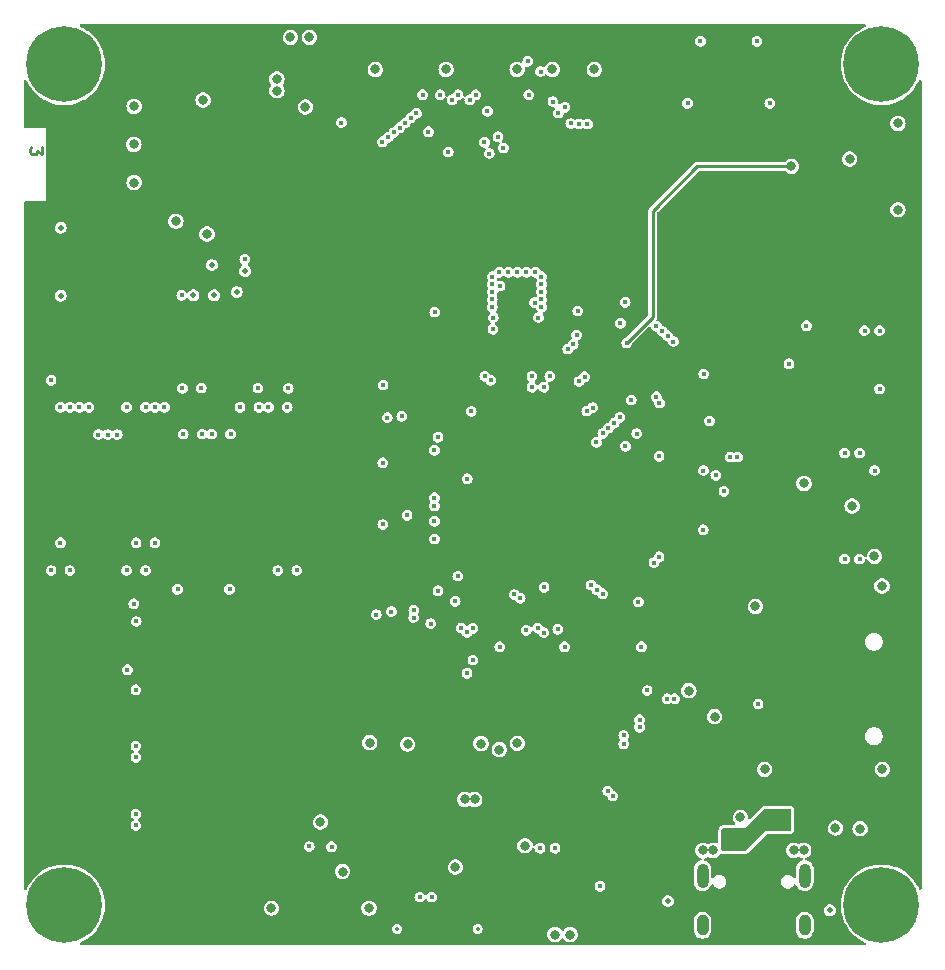
<source format=gbr>
%TF.GenerationSoftware,KiCad,Pcbnew,8.0.2*%
%TF.CreationDate,2024-07-15T20:50:26+07:00*%
%TF.ProjectId,chroma-pixel-h743,6368726f-6d61-42d7-9069-78656c2d6837,rev?*%
%TF.SameCoordinates,Original*%
%TF.FileFunction,Copper,L3,Inr*%
%TF.FilePolarity,Positive*%
%FSLAX46Y46*%
G04 Gerber Fmt 4.6, Leading zero omitted, Abs format (unit mm)*
G04 Created by KiCad (PCBNEW 8.0.2) date 2024-07-15 20:50:26*
%MOMM*%
%LPD*%
G01*
G04 APERTURE LIST*
%ADD10C,0.250000*%
%TA.AperFunction,NonConductor*%
%ADD11C,0.250000*%
%TD*%
%TA.AperFunction,ComponentPad*%
%ADD12C,0.800000*%
%TD*%
%TA.AperFunction,ComponentPad*%
%ADD13C,6.400000*%
%TD*%
%TA.AperFunction,ComponentPad*%
%ADD14O,1.000000X2.100000*%
%TD*%
%TA.AperFunction,ComponentPad*%
%ADD15O,1.000000X1.800000*%
%TD*%
%TA.AperFunction,ViaPad*%
%ADD16C,0.800000*%
%TD*%
%TA.AperFunction,ViaPad*%
%ADD17C,0.400000*%
%TD*%
%TA.AperFunction,ViaPad*%
%ADD18C,0.350000*%
%TD*%
%TA.AperFunction,ViaPad*%
%ADD19C,0.500000*%
%TD*%
%TA.AperFunction,Conductor*%
%ADD20C,0.250000*%
%TD*%
G04 APERTURE END LIST*
D10*
D11*
X107713780Y-58752730D02*
X107713780Y-59371777D01*
X107713780Y-59371777D02*
X107332828Y-59038444D01*
X107332828Y-59038444D02*
X107332828Y-59181301D01*
X107332828Y-59181301D02*
X107285209Y-59276539D01*
X107285209Y-59276539D02*
X107237590Y-59324158D01*
X107237590Y-59324158D02*
X107142352Y-59371777D01*
X107142352Y-59371777D02*
X106904257Y-59371777D01*
X106904257Y-59371777D02*
X106809019Y-59324158D01*
X106809019Y-59324158D02*
X106761400Y-59276539D01*
X106761400Y-59276539D02*
X106713780Y-59181301D01*
X106713780Y-59181301D02*
X106713780Y-58895587D01*
X106713780Y-58895587D02*
X106761400Y-58800349D01*
X106761400Y-58800349D02*
X106809019Y-58752730D01*
D12*
%TO.N,GND*%
%TO.C,H3*%
X181197300Y-122941100D03*
X180494356Y-124638156D03*
X180494356Y-121244044D03*
X178797300Y-125341100D03*
D13*
X178797300Y-122941100D03*
D12*
X178797300Y-120541100D03*
X177100244Y-124638156D03*
X177100244Y-121244044D03*
X176397300Y-122941100D03*
%TD*%
%TO.N,GND*%
%TO.C,H4*%
X111997300Y-122941100D03*
X111294356Y-124638156D03*
X111294356Y-121244044D03*
X109597300Y-125341100D03*
D13*
X109597300Y-122941100D03*
D12*
X109597300Y-120541100D03*
X107900244Y-124638156D03*
X107900244Y-121244044D03*
X107197300Y-122941100D03*
%TD*%
D14*
%TO.N,/MCU/SHIELD*%
%TO.C,J4*%
X163651700Y-120426900D03*
D15*
X163651700Y-124626900D03*
D14*
X172291700Y-120426900D03*
D15*
X172291700Y-124626900D03*
%TD*%
D12*
%TO.N,GND*%
%TO.C,H1*%
X111997300Y-51741100D03*
X111294356Y-53438156D03*
X111294356Y-50044044D03*
X109597300Y-54141100D03*
D13*
X109597300Y-51741100D03*
D12*
X109597300Y-49341100D03*
X107900244Y-53438156D03*
X107900244Y-50044044D03*
X107197300Y-51741100D03*
%TD*%
%TO.N,GND*%
%TO.C,H2*%
X181197300Y-51741100D03*
X180494356Y-53438156D03*
X180494356Y-50044044D03*
X178797300Y-54141100D03*
D13*
X178797300Y-51741100D03*
D12*
X178797300Y-49341100D03*
X177100244Y-53438156D03*
X177100244Y-50044044D03*
X176397300Y-51741100D03*
%TD*%
D16*
%TO.N,GND*%
X176098200Y-59766200D03*
%TO.N,+3V3*%
X173050200Y-59410600D03*
%TO.N,VBAT*%
X171170600Y-60375800D03*
%TO.N,GND*%
X133172200Y-120091200D03*
D17*
X136575800Y-90694400D03*
D18*
X144602200Y-124942600D03*
D16*
X162483800Y-104775000D03*
X147940400Y-52171600D03*
X115493800Y-58521600D03*
D17*
X145846800Y-71005700D03*
D16*
X131292600Y-115900200D03*
X152425400Y-125425200D03*
X135407400Y-123190000D03*
X151155400Y-125425200D03*
D17*
X127687100Y-94589600D03*
X123607100Y-96189800D03*
D16*
X176987200Y-116459000D03*
D17*
X145923000Y-73177400D03*
D16*
X174904400Y-116408200D03*
D17*
X114960400Y-102997000D03*
X149428200Y-71907400D03*
X147967700Y-69342000D03*
X163703000Y-91135200D03*
X145846800Y-71647050D03*
D16*
X172213500Y-118289300D03*
D17*
X151968200Y-101041200D03*
X150012400Y-72288400D03*
X157097700Y-71882000D03*
X163753800Y-77952600D03*
X147199350Y-69342000D03*
D16*
X135940800Y-52171600D03*
D17*
X149758400Y-73177400D03*
D16*
X168910000Y-111429800D03*
X178206400Y-93395800D03*
D17*
X129287100Y-94589600D03*
X153085800Y-72612200D03*
D16*
X176309600Y-89140400D03*
D17*
X152984200Y-74650600D03*
X121207100Y-79146400D03*
X145846800Y-72288400D03*
X128574800Y-79178600D03*
D16*
X180187600Y-64058800D03*
X121361200Y-54762400D03*
X154482800Y-52171600D03*
D17*
X170967400Y-77089000D03*
X146431000Y-69342000D03*
X145846800Y-69723000D03*
D16*
X130022600Y-55346600D03*
D17*
X137302100Y-98069400D03*
D16*
X172237400Y-87223600D03*
D19*
X109296200Y-65582800D03*
D16*
X115519200Y-61747400D03*
X150940400Y-52171600D03*
X128752600Y-49453800D03*
D17*
X115671600Y-109448600D03*
D16*
X146439600Y-109760000D03*
D17*
X158953200Y-104749600D03*
D16*
X138667200Y-109302800D03*
X121691400Y-66116200D03*
X178866800Y-111429800D03*
D17*
X178638200Y-79222600D03*
X119207100Y-96189800D03*
X158470600Y-101041200D03*
D16*
X166854100Y-115495300D03*
D18*
X137795000Y-124942600D03*
D17*
X150012400Y-70364350D03*
X115671600Y-115214400D03*
D16*
X180187600Y-56743600D03*
D17*
X156692600Y-73660000D03*
X150012400Y-69723000D03*
D19*
X174425300Y-123367800D03*
D17*
X136601200Y-78897600D03*
X146507200Y-70510400D03*
D19*
X160705800Y-122581900D03*
D16*
X135466800Y-109175800D03*
X130352800Y-49453800D03*
D17*
X126007100Y-79146400D03*
D19*
X109296200Y-71323200D03*
D17*
X108487100Y-94589600D03*
X172440600Y-73863200D03*
X148736050Y-69342000D03*
D19*
X122097800Y-68725900D03*
D17*
X150012400Y-71005700D03*
D16*
X144890200Y-109252000D03*
D17*
X150012400Y-71647050D03*
X149504400Y-69342000D03*
D16*
X164542700Y-118289300D03*
D19*
X124208000Y-71018400D03*
D16*
X168122600Y-97637600D03*
D17*
X136017000Y-98323400D03*
X145897600Y-74168000D03*
X140970000Y-72720200D03*
X168249600Y-49784000D03*
X119608600Y-79178600D03*
X108487100Y-78486000D03*
X163728400Y-86131400D03*
X145846800Y-70364350D03*
D16*
X148615400Y-117906800D03*
X115519200Y-55295800D03*
X178841400Y-95910400D03*
D17*
X136575800Y-85464400D03*
D16*
X163679100Y-118289300D03*
X171349900Y-118289300D03*
D17*
X146481800Y-101041200D03*
D16*
X141935200Y-52171600D03*
X147963600Y-109226600D03*
X127152400Y-123190000D03*
D17*
X115493800Y-97409000D03*
X163474400Y-49784000D03*
D16*
X164668200Y-106975000D03*
X142722600Y-119710200D03*
D17*
%TO.N,Net-(C34-Pad1)*%
X158216600Y-97256600D03*
X141249000Y-96316800D03*
D16*
%TO.N,VDD*%
X144356800Y-113976400D03*
X127609600Y-53975000D03*
X119049800Y-65024000D03*
X127609600Y-52984400D03*
D19*
X124917200Y-69240400D03*
D16*
X143493200Y-113976400D03*
D17*
%TO.N,+3V3*%
X172491400Y-70942200D03*
D16*
X149885400Y-121843800D03*
D17*
X107772200Y-80138600D03*
D16*
X129565400Y-56667400D03*
D17*
X138023600Y-96424400D03*
X113969800Y-103124000D03*
X147447000Y-101041200D03*
X152933400Y-101041200D03*
X139903200Y-74059400D03*
X163347400Y-100736400D03*
X136575800Y-91654400D03*
D16*
X164338000Y-105689400D03*
D17*
X143230600Y-72059800D03*
X126967100Y-79146400D03*
D16*
X162458400Y-108077000D03*
D17*
X163728400Y-85191600D03*
X119608600Y-80138600D03*
X145719800Y-75133200D03*
X166954200Y-78028800D03*
X163626800Y-90170000D03*
X136601200Y-79857600D03*
X158343600Y-54864000D03*
D16*
X153441400Y-52171600D03*
X162458400Y-110109000D03*
X172237400Y-90982800D03*
D17*
X152044400Y-74041000D03*
X166954200Y-75539600D03*
D16*
X138665900Y-113189000D03*
X138665900Y-114052600D03*
D17*
X136575800Y-86424400D03*
X163728400Y-78917800D03*
D16*
X141706600Y-119710200D03*
D17*
X159435800Y-101041200D03*
X122167100Y-79146400D03*
X166954200Y-73025000D03*
D16*
X171653200Y-84785200D03*
X136423400Y-54483000D03*
D17*
X120167100Y-96189800D03*
X124567100Y-96189800D03*
X129899222Y-79628895D03*
X172440600Y-72901000D03*
%TO.N,/LCD/LCD_SPI_DAT*%
X137033000Y-57912000D03*
X145592800Y-59291200D03*
%TO.N,/LCD/LCD_SPI_CLK*%
X137515600Y-57505600D03*
X146329400Y-57867800D03*
%TO.N,/LCD/LCD_SPI_CS*%
X137995600Y-57099200D03*
X145184024Y-58341424D03*
%TO.N,/LCD/LCD_TP_INT*%
X154203400Y-95834200D03*
X152494576Y-56750624D03*
%TO.N,/LCD/LCD_TP_SCL*%
X155201583Y-96561211D03*
X153898600Y-56794400D03*
%TO.N,/LCD/LCD_TP_SDA*%
X154711400Y-96215200D03*
X153195978Y-56780274D03*
%TO.N,/LCD/LCD_R4*%
X139420600Y-55880000D03*
X148940400Y-54305200D03*
%TO.N,/LCD/LCD_R5*%
X156641820Y-81622520D03*
X160712400Y-74726800D03*
%TO.N,/LCD/LCD_RESET*%
X146786600Y-58816200D03*
X136550400Y-58293000D03*
%TO.N,/LCD/LCD_G7*%
X157604900Y-80162400D03*
X160238349Y-74358998D03*
%TO.N,/LCD/LCD_R6*%
X138470600Y-56700116D03*
X149936200Y-52349400D03*
%TO.N,/IO/STEMMA_SDA*%
X177371200Y-74283800D03*
X140710100Y-122250200D03*
%TO.N,/IO/STEMMA_SCL*%
X178641200Y-74283800D03*
X139710100Y-122250200D03*
%TO.N,/LCD/LCD_DE*%
X140440400Y-57449774D03*
X142113000Y-59157600D03*
%TO.N,/LCD/LCD_B6*%
X151437400Y-55862200D03*
X143947300Y-54737000D03*
%TO.N,/LCD/HSYNC*%
X141427200Y-54305200D03*
X155683800Y-82529806D03*
%TO.N,/LCD/LCD_B7*%
X144447300Y-54305200D03*
X151993600Y-55372000D03*
%TO.N,/LCD/LCD_B4*%
X142947300Y-54305200D03*
X157124400Y-84074000D03*
%TO.N,/LCD/LCD_B3*%
X142447300Y-54737000D03*
X150977600Y-54889400D03*
%TO.N,/LCD/LCD_CLK*%
X155208800Y-82981800D03*
X139940400Y-54305200D03*
%TO.N,/LCD/LCD_G6*%
X156158800Y-82105539D03*
X159740600Y-73914000D03*
%TO.N,/LCD/LCD_G3*%
X145440400Y-55720000D03*
X158079901Y-83002851D03*
%TO.N,/LCD/LCD_R7*%
X161188400Y-75209400D03*
X154659937Y-83749400D03*
%TO.N,/LCD/LCD_R3*%
X138945600Y-56261000D03*
X148844000Y-51485800D03*
D16*
%TO.N,VBUS*%
X170638700Y-116155700D03*
X170638700Y-115292100D03*
X165812700Y-117832100D03*
X165812700Y-116968500D03*
D17*
%TO.N,/LCD/LCD_BLK*%
X133070600Y-56667400D03*
X138176000Y-81534000D03*
%TO.N,/MCU/BOOT0*%
X115671600Y-104698800D03*
X164236400Y-81924400D03*
%TO.N,/MCU/BTN0*%
X115671600Y-110413800D03*
X139192000Y-98577400D03*
%TO.N,/MCU/BTN1*%
X139192000Y-97967800D03*
X115671600Y-116179600D03*
%TO.N,/IO/NRST*%
X143725400Y-86817200D03*
X115697000Y-98907600D03*
X154965400Y-121335800D03*
%TO.N,/IO/SWCLK*%
X156972000Y-109270800D03*
X151155400Y-118110000D03*
%TO.N,/IO/SWDIO*%
X156972000Y-108559600D03*
X149885400Y-118110000D03*
%TO.N,/MCU/SDRAM_ADD10*%
X140944600Y-88424400D03*
X112487100Y-83083400D03*
%TO.N,/MCU/SDRAM_DQ4*%
X140944600Y-89103200D03*
X123687100Y-83052000D03*
%TO.N,/MCU/SDRAM_DQ2*%
X159537400Y-93924400D03*
X126087100Y-80772000D03*
%TO.N,/MCU/SDRAM_DQ13*%
X143703800Y-99833572D03*
X143703800Y-103295036D03*
%TO.N,/MCU/SDRAM_DQ6*%
X121287100Y-83052000D03*
X140944600Y-90424400D03*
%TO.N,/MCU/SDRAM_ADD0*%
X154355800Y-80797400D03*
X111687100Y-80772000D03*
%TO.N,/MCU/SDRAM_DQ0*%
X128487100Y-80772000D03*
X147703800Y-96621600D03*
%TO.N,/MCU/SDRAM_ADD3*%
X153187400Y-78587600D03*
X109287100Y-80772000D03*
%TO.N,/MCU/SDRAM_DQ5*%
X138633200Y-89924400D03*
X122087100Y-83052000D03*
%TO.N,/MCU/SDRAM_DQ7*%
X140944600Y-91924400D03*
X119687100Y-83052000D03*
%TO.N,/MCU/SDRAM_DQ1*%
X126887100Y-80772000D03*
X148203800Y-96951800D03*
%TO.N,/MCU/SDRAM_DQ3*%
X124487100Y-80772000D03*
X159969200Y-93424400D03*
%TO.N,/MCU/SDRAM_DQ14*%
X144203800Y-99491800D03*
X144203800Y-102184200D03*
%TO.N,/MCU/SDRAM_ADD5*%
X110087100Y-94589600D03*
X152228800Y-75844400D03*
%TO.N,/MCU/SDRAM_ADD2*%
X153660100Y-78181200D03*
X110087100Y-80772000D03*
%TO.N,/MCU/SDRAM_ADD1*%
X153837344Y-81099400D03*
X110887100Y-80772000D03*
%TO.N,/MCU/SDRAM_ADD4*%
X109287100Y-92252800D03*
X152703800Y-75438000D03*
%TO.N,/MCU/LED_0*%
X166598600Y-84988400D03*
X169341800Y-55041800D03*
%TO.N,/MCU/LED_1*%
X165989000Y-84988400D03*
X162382200Y-55041800D03*
%TO.N,VBAT*%
X157226000Y-75311000D03*
%TO.N,/IO/DBG_USART_TX*%
X160655000Y-105460800D03*
X155625800Y-113258600D03*
%TO.N,/IO/DBG_USART_RX*%
X161264600Y-105460800D03*
X156050066Y-113682866D03*
%TO.N,/IO/EXT_RX*%
X130342600Y-117957600D03*
X165455600Y-87884000D03*
%TO.N,/IO/EXT_TX*%
X164770637Y-86538637D03*
X132242600Y-117983000D03*
%TO.N,/MEMORY/SD_DAT0*%
X158318200Y-107238800D03*
X142703800Y-97205800D03*
%TO.N,/MCU/SDRAM_ADD12*%
X114887100Y-94589600D03*
X148703800Y-99653545D03*
%TO.N,/MEMORY/SD_DAT1*%
X143205200Y-99466400D03*
X158318200Y-107873800D03*
%TO.N,/MEMORY/SD_CLK*%
X150228800Y-96012000D03*
X168351200Y-105892600D03*
%TO.N,/Audio/I2S_SD_MODE*%
X145706987Y-78494612D03*
X124891800Y-68249800D03*
%TO.N,/MEMORY/NOR_IO3*%
X175674600Y-84658200D03*
X150703800Y-78155800D03*
%TO.N,/MEMORY/NOR_DI(IO0)*%
X149199600Y-79077800D03*
X178214600Y-86131400D03*
%TO.N,/MEMORY/NOR_DO(IO1)*%
X175674600Y-93624400D03*
X149203800Y-78155800D03*
%TO.N,/MEMORY/NOR_IO2*%
X150203800Y-79077800D03*
X176944600Y-93624400D03*
%TO.N,/MEMORY/NOR_CLK*%
X140944600Y-84424400D03*
X176944600Y-84658200D03*
D19*
%TO.N,/Audio/I2S_CK*%
X120546500Y-71297800D03*
D17*
X142924639Y-95071039D03*
D19*
%TO.N,/Audio/I2S_SDO*%
X122301000Y-71297800D03*
D17*
X145211800Y-78155800D03*
%TO.N,/Audio/I2S_WS*%
X119546500Y-71297800D03*
X140639800Y-99085400D03*
%TO.N,/MCU/~{SDRAM_WE}*%
X117287100Y-80772000D03*
X144069264Y-81127136D03*
%TO.N,/MCU/~{SDRAM_CAS}*%
X159969200Y-84924400D03*
X116487100Y-80772000D03*
%TO.N,/MCU/SDRAM_CKE*%
X115687100Y-92252800D03*
X141249400Y-83312000D03*
%TO.N,/MCU/~{SDRAM_CS}*%
X136956800Y-81649400D03*
X114887100Y-80772000D03*
%TO.N,/MCU/SDRAM_BA0*%
X114087100Y-83083400D03*
X149703800Y-99466400D03*
%TO.N,/MCU/SDRAM_CLK*%
X151384000Y-99568000D03*
X116487100Y-94589600D03*
%TO.N,/MCU/SDRAM_LDQM*%
X159994600Y-80416400D03*
X118087100Y-80772000D03*
%TO.N,/MCU/SDRAM_BA1*%
X150203800Y-99847400D03*
X113287100Y-83083400D03*
%TO.N,/MCU/SDRAM_UDQM*%
X159729900Y-79877944D03*
X117287100Y-92252800D03*
%TD*%
D20*
%TO.N,VBAT*%
X163195000Y-60375800D02*
X171170600Y-60375800D01*
X159435800Y-73101200D02*
X159435800Y-64135000D01*
X157226000Y-75311000D02*
X159435800Y-73101200D01*
X159435800Y-64135000D02*
X163195000Y-60375800D01*
%TD*%
%TA.AperFunction,Conductor*%
%TO.N,+3V3*%
G36*
X177432334Y-48360785D02*
G01*
X177478089Y-48413589D01*
X177488033Y-48482747D01*
X177459008Y-48546303D01*
X177417361Y-48577639D01*
X177178691Y-48688059D01*
X177178678Y-48688066D01*
X176858094Y-48880953D01*
X176858089Y-48880957D01*
X176560213Y-49107396D01*
X176560212Y-49107397D01*
X176288572Y-49364708D01*
X176046352Y-49649870D01*
X176046345Y-49649880D01*
X175836373Y-49959565D01*
X175661115Y-50290136D01*
X175661106Y-50290154D01*
X175522618Y-50637735D01*
X175522617Y-50637737D01*
X175422523Y-50998246D01*
X175422522Y-50998249D01*
X175361988Y-51367489D01*
X175341732Y-51741097D01*
X175341732Y-51741102D01*
X175361988Y-52114710D01*
X175422522Y-52483950D01*
X175422523Y-52483953D01*
X175522617Y-52844462D01*
X175522618Y-52844464D01*
X175661106Y-53192045D01*
X175661115Y-53192063D01*
X175836373Y-53522634D01*
X176046345Y-53832319D01*
X176046352Y-53832329D01*
X176283823Y-54111900D01*
X176288573Y-54117492D01*
X176560213Y-54374803D01*
X176858080Y-54601236D01*
X176858085Y-54601239D01*
X176858089Y-54601242D01*
X176858094Y-54601246D01*
X177125937Y-54762400D01*
X177178683Y-54794136D01*
X177178687Y-54794137D01*
X177178691Y-54794140D01*
X177518251Y-54951237D01*
X177518262Y-54951242D01*
X177872838Y-55070713D01*
X178238251Y-55151146D01*
X178610219Y-55191600D01*
X178610225Y-55191600D01*
X178984375Y-55191600D01*
X178984381Y-55191600D01*
X179356349Y-55151146D01*
X179721762Y-55070713D01*
X180076338Y-54951242D01*
X180415917Y-54794136D01*
X180540455Y-54719204D01*
X180736505Y-54601246D01*
X180736510Y-54601242D01*
X180736509Y-54601242D01*
X180736520Y-54601236D01*
X181034387Y-54374803D01*
X181306027Y-54117492D01*
X181548254Y-53832321D01*
X181758228Y-53522631D01*
X181933489Y-53192055D01*
X181958107Y-53130269D01*
X182001207Y-53075277D01*
X182067196Y-53052316D01*
X182135123Y-53068677D01*
X182183422Y-53119165D01*
X182197300Y-53176166D01*
X182197300Y-121506033D01*
X182177615Y-121573072D01*
X182124811Y-121618827D01*
X182055653Y-121628771D01*
X181992097Y-121599746D01*
X181958107Y-121551930D01*
X181933493Y-121490155D01*
X181933492Y-121490154D01*
X181933489Y-121490145D01*
X181777446Y-121195817D01*
X181758226Y-121159565D01*
X181644501Y-120991833D01*
X181548254Y-120849879D01*
X181548250Y-120849874D01*
X181548247Y-120849870D01*
X181306027Y-120564708D01*
X181034387Y-120307397D01*
X181034386Y-120307396D01*
X180949508Y-120242873D01*
X180736520Y-120080964D01*
X180736516Y-120080961D01*
X180736510Y-120080957D01*
X180736505Y-120080953D01*
X180415921Y-119888066D01*
X180415908Y-119888059D01*
X180076348Y-119730962D01*
X180076343Y-119730960D01*
X180076338Y-119730958D01*
X179903503Y-119672723D01*
X179721761Y-119611486D01*
X179356347Y-119531053D01*
X178984382Y-119490600D01*
X178984381Y-119490600D01*
X178610219Y-119490600D01*
X178610217Y-119490600D01*
X178238252Y-119531053D01*
X177872838Y-119611486D01*
X177598740Y-119703841D01*
X177518262Y-119730958D01*
X177518259Y-119730959D01*
X177518251Y-119730962D01*
X177178691Y-119888059D01*
X177178678Y-119888066D01*
X176858094Y-120080953D01*
X176858089Y-120080957D01*
X176560213Y-120307396D01*
X176560212Y-120307397D01*
X176288572Y-120564708D01*
X176046352Y-120849870D01*
X176046345Y-120849880D01*
X175836373Y-121159565D01*
X175661115Y-121490136D01*
X175661106Y-121490154D01*
X175522618Y-121837735D01*
X175522617Y-121837737D01*
X175422523Y-122198246D01*
X175422522Y-122198249D01*
X175361988Y-122567489D01*
X175341732Y-122941097D01*
X175341732Y-122941102D01*
X175361988Y-123314710D01*
X175402498Y-123561812D01*
X175412780Y-123624530D01*
X175422522Y-123683950D01*
X175422523Y-123683953D01*
X175522617Y-124044462D01*
X175522618Y-124044464D01*
X175661106Y-124392045D01*
X175661115Y-124392063D01*
X175836373Y-124722634D01*
X176046345Y-125032319D01*
X176046352Y-125032329D01*
X176246858Y-125268382D01*
X176288573Y-125317492D01*
X176560213Y-125574803D01*
X176858080Y-125801236D01*
X176858085Y-125801239D01*
X176858089Y-125801242D01*
X176858094Y-125801246D01*
X177178678Y-125994133D01*
X177178683Y-125994136D01*
X177178687Y-125994137D01*
X177178691Y-125994140D01*
X177414119Y-126103061D01*
X177466697Y-126149075D01*
X177486051Y-126216211D01*
X177466037Y-126283152D01*
X177413008Y-126328647D01*
X177362053Y-126339600D01*
X111032547Y-126339600D01*
X110965508Y-126319915D01*
X110919753Y-126267111D01*
X110909809Y-126197953D01*
X110938834Y-126134397D01*
X110980481Y-126103061D01*
X111215908Y-125994140D01*
X111215917Y-125994136D01*
X111337212Y-125921155D01*
X111536505Y-125801246D01*
X111536510Y-125801242D01*
X111536509Y-125801242D01*
X111536520Y-125801236D01*
X111834387Y-125574803D01*
X111992322Y-125425199D01*
X150500122Y-125425199D01*
X150500122Y-125425200D01*
X150519162Y-125582018D01*
X150575180Y-125729723D01*
X150664917Y-125859730D01*
X150783160Y-125964483D01*
X150783162Y-125964484D01*
X150923034Y-126037896D01*
X151076414Y-126075700D01*
X151076415Y-126075700D01*
X151234385Y-126075700D01*
X151387765Y-126037896D01*
X151527640Y-125964483D01*
X151645883Y-125859730D01*
X151656361Y-125844548D01*
X151688350Y-125798206D01*
X151742632Y-125754215D01*
X151812081Y-125746555D01*
X151874646Y-125777658D01*
X151892450Y-125798206D01*
X151934914Y-125859727D01*
X151934916Y-125859729D01*
X151934917Y-125859730D01*
X152053160Y-125964483D01*
X152053162Y-125964484D01*
X152193034Y-126037896D01*
X152346414Y-126075700D01*
X152346415Y-126075700D01*
X152504385Y-126075700D01*
X152657765Y-126037896D01*
X152797640Y-125964483D01*
X152915883Y-125859730D01*
X153005620Y-125729723D01*
X153061637Y-125582018D01*
X153080678Y-125425200D01*
X153061637Y-125268382D01*
X153053075Y-125245807D01*
X153034118Y-125195820D01*
X153005620Y-125120677D01*
X152991914Y-125100820D01*
X162901199Y-125100820D01*
X162930040Y-125245807D01*
X162930043Y-125245817D01*
X162986612Y-125382388D01*
X162986619Y-125382401D01*
X163068748Y-125505315D01*
X163068751Y-125505319D01*
X163173280Y-125609848D01*
X163173284Y-125609851D01*
X163296198Y-125691980D01*
X163296211Y-125691987D01*
X163427951Y-125746555D01*
X163432787Y-125748558D01*
X163432791Y-125748558D01*
X163432792Y-125748559D01*
X163577779Y-125777400D01*
X163577782Y-125777400D01*
X163725620Y-125777400D01*
X163842174Y-125754215D01*
X163870613Y-125748558D01*
X164007195Y-125691984D01*
X164130116Y-125609851D01*
X164234651Y-125505316D01*
X164316784Y-125382395D01*
X164373358Y-125245813D01*
X164402200Y-125100820D01*
X171541199Y-125100820D01*
X171570040Y-125245807D01*
X171570043Y-125245817D01*
X171626612Y-125382388D01*
X171626619Y-125382401D01*
X171708748Y-125505315D01*
X171708751Y-125505319D01*
X171813280Y-125609848D01*
X171813284Y-125609851D01*
X171936198Y-125691980D01*
X171936211Y-125691987D01*
X172067951Y-125746555D01*
X172072787Y-125748558D01*
X172072791Y-125748558D01*
X172072792Y-125748559D01*
X172217779Y-125777400D01*
X172217782Y-125777400D01*
X172365620Y-125777400D01*
X172482174Y-125754215D01*
X172510613Y-125748558D01*
X172647195Y-125691984D01*
X172770116Y-125609851D01*
X172874651Y-125505316D01*
X172956784Y-125382395D01*
X173013358Y-125245813D01*
X173042200Y-125100818D01*
X173042200Y-124152982D01*
X173042200Y-124152979D01*
X173013359Y-124007992D01*
X173013358Y-124007991D01*
X173013358Y-124007987D01*
X173013356Y-124007982D01*
X172956787Y-123871411D01*
X172956780Y-123871398D01*
X172874651Y-123748484D01*
X172874648Y-123748480D01*
X172770119Y-123643951D01*
X172770115Y-123643948D01*
X172647201Y-123561819D01*
X172647188Y-123561812D01*
X172510617Y-123505243D01*
X172510607Y-123505240D01*
X172365620Y-123476400D01*
X172365618Y-123476400D01*
X172217782Y-123476400D01*
X172217780Y-123476400D01*
X172072792Y-123505240D01*
X172072782Y-123505243D01*
X171936211Y-123561812D01*
X171936198Y-123561819D01*
X171813284Y-123643948D01*
X171813280Y-123643951D01*
X171708751Y-123748480D01*
X171708748Y-123748484D01*
X171626619Y-123871398D01*
X171626612Y-123871411D01*
X171570043Y-124007982D01*
X171570040Y-124007992D01*
X171541200Y-124152979D01*
X171541200Y-124152982D01*
X171541200Y-125100818D01*
X171541200Y-125100820D01*
X171541199Y-125100820D01*
X164402200Y-125100820D01*
X164402200Y-125100818D01*
X164402200Y-124152982D01*
X164402200Y-124152979D01*
X164373359Y-124007992D01*
X164373358Y-124007991D01*
X164373358Y-124007987D01*
X164373356Y-124007982D01*
X164316787Y-123871411D01*
X164316780Y-123871398D01*
X164234651Y-123748484D01*
X164234648Y-123748480D01*
X164130119Y-123643951D01*
X164130115Y-123643948D01*
X164007201Y-123561819D01*
X164007188Y-123561812D01*
X163870617Y-123505243D01*
X163870607Y-123505240D01*
X163725620Y-123476400D01*
X163725618Y-123476400D01*
X163577782Y-123476400D01*
X163577780Y-123476400D01*
X163432792Y-123505240D01*
X163432782Y-123505243D01*
X163296211Y-123561812D01*
X163296198Y-123561819D01*
X163173284Y-123643948D01*
X163173280Y-123643951D01*
X163068751Y-123748480D01*
X163068748Y-123748484D01*
X162986619Y-123871398D01*
X162986612Y-123871411D01*
X162930043Y-124007982D01*
X162930040Y-124007992D01*
X162901200Y-124152979D01*
X162901200Y-124152982D01*
X162901200Y-125100818D01*
X162901200Y-125100820D01*
X162901199Y-125100820D01*
X152991914Y-125100820D01*
X152915883Y-124990670D01*
X152797640Y-124885917D01*
X152797638Y-124885916D01*
X152797637Y-124885915D01*
X152657765Y-124812503D01*
X152504386Y-124774700D01*
X152504385Y-124774700D01*
X152346415Y-124774700D01*
X152346414Y-124774700D01*
X152193034Y-124812503D01*
X152053162Y-124885915D01*
X151934916Y-124990671D01*
X151892450Y-125052194D01*
X151838167Y-125096184D01*
X151768718Y-125103844D01*
X151706154Y-125072741D01*
X151688350Y-125052194D01*
X151674631Y-125032319D01*
X151645883Y-124990670D01*
X151527640Y-124885917D01*
X151527638Y-124885916D01*
X151527637Y-124885915D01*
X151387765Y-124812503D01*
X151234386Y-124774700D01*
X151234385Y-124774700D01*
X151076415Y-124774700D01*
X151076414Y-124774700D01*
X150923034Y-124812503D01*
X150783162Y-124885915D01*
X150664916Y-124990671D01*
X150575181Y-125120675D01*
X150575180Y-125120676D01*
X150519162Y-125268381D01*
X150500122Y-125425199D01*
X111992322Y-125425199D01*
X112106027Y-125317492D01*
X112348254Y-125032321D01*
X112409088Y-124942597D01*
X137364196Y-124942597D01*
X137364196Y-124942602D01*
X137385279Y-125075721D01*
X137385280Y-125075724D01*
X137385281Y-125075726D01*
X137408185Y-125120677D01*
X137446473Y-125195821D01*
X137446476Y-125195825D01*
X137541774Y-125291123D01*
X137541778Y-125291126D01*
X137541780Y-125291128D01*
X137661874Y-125352319D01*
X137661876Y-125352319D01*
X137661878Y-125352320D01*
X137794998Y-125373404D01*
X137795000Y-125373404D01*
X137795002Y-125373404D01*
X137928121Y-125352320D01*
X137928121Y-125352319D01*
X137928126Y-125352319D01*
X138048220Y-125291128D01*
X138143528Y-125195820D01*
X138204719Y-125075726D01*
X138208446Y-125052194D01*
X138225804Y-124942602D01*
X138225804Y-124942597D01*
X144171396Y-124942597D01*
X144171396Y-124942602D01*
X144192479Y-125075721D01*
X144192480Y-125075724D01*
X144192481Y-125075726D01*
X144215385Y-125120677D01*
X144253673Y-125195821D01*
X144253676Y-125195825D01*
X144348974Y-125291123D01*
X144348978Y-125291126D01*
X144348980Y-125291128D01*
X144469074Y-125352319D01*
X144469076Y-125352319D01*
X144469078Y-125352320D01*
X144602198Y-125373404D01*
X144602200Y-125373404D01*
X144602202Y-125373404D01*
X144735321Y-125352320D01*
X144735321Y-125352319D01*
X144735326Y-125352319D01*
X144855420Y-125291128D01*
X144950728Y-125195820D01*
X145011919Y-125075726D01*
X145015646Y-125052194D01*
X145033004Y-124942602D01*
X145033004Y-124942597D01*
X145011920Y-124809478D01*
X145011919Y-124809476D01*
X145011919Y-124809474D01*
X144950728Y-124689380D01*
X144950726Y-124689378D01*
X144950723Y-124689374D01*
X144855425Y-124594076D01*
X144855421Y-124594073D01*
X144855420Y-124594072D01*
X144735326Y-124532881D01*
X144735324Y-124532880D01*
X144735321Y-124532879D01*
X144602202Y-124511796D01*
X144602198Y-124511796D01*
X144469078Y-124532879D01*
X144348978Y-124594073D01*
X144348974Y-124594076D01*
X144253676Y-124689374D01*
X144253673Y-124689378D01*
X144192479Y-124809478D01*
X144171396Y-124942597D01*
X138225804Y-124942597D01*
X138204720Y-124809478D01*
X138204719Y-124809476D01*
X138204719Y-124809474D01*
X138143528Y-124689380D01*
X138143526Y-124689378D01*
X138143523Y-124689374D01*
X138048225Y-124594076D01*
X138048221Y-124594073D01*
X138048220Y-124594072D01*
X137928126Y-124532881D01*
X137928124Y-124532880D01*
X137928121Y-124532879D01*
X137795002Y-124511796D01*
X137794998Y-124511796D01*
X137661878Y-124532879D01*
X137541778Y-124594073D01*
X137541774Y-124594076D01*
X137446476Y-124689374D01*
X137446473Y-124689378D01*
X137385279Y-124809478D01*
X137364196Y-124942597D01*
X112409088Y-124942597D01*
X112558228Y-124722631D01*
X112733489Y-124392055D01*
X112871980Y-124044468D01*
X112882111Y-124007982D01*
X112920893Y-123868299D01*
X112972079Y-123683945D01*
X113032611Y-123314713D01*
X113039373Y-123189999D01*
X126497122Y-123189999D01*
X126497122Y-123190000D01*
X126516162Y-123346818D01*
X126524120Y-123367800D01*
X126572180Y-123494523D01*
X126661917Y-123624530D01*
X126780160Y-123729283D01*
X126780162Y-123729284D01*
X126920034Y-123802696D01*
X127073414Y-123840500D01*
X127073415Y-123840500D01*
X127231385Y-123840500D01*
X127384765Y-123802696D01*
X127524640Y-123729283D01*
X127642883Y-123624530D01*
X127732620Y-123494523D01*
X127788637Y-123346818D01*
X127807678Y-123190000D01*
X127807678Y-123189999D01*
X134752122Y-123189999D01*
X134752122Y-123190000D01*
X134771162Y-123346818D01*
X134779120Y-123367800D01*
X134827180Y-123494523D01*
X134916917Y-123624530D01*
X135035160Y-123729283D01*
X135035162Y-123729284D01*
X135175034Y-123802696D01*
X135328414Y-123840500D01*
X135328415Y-123840500D01*
X135486385Y-123840500D01*
X135639765Y-123802696D01*
X135779640Y-123729283D01*
X135897883Y-123624530D01*
X135987620Y-123494523D01*
X136035680Y-123367800D01*
X173919653Y-123367800D01*
X173940134Y-123510256D01*
X173992321Y-123624528D01*
X173999923Y-123641173D01*
X174094172Y-123749943D01*
X174215247Y-123827753D01*
X174215250Y-123827754D01*
X174215249Y-123827754D01*
X174353336Y-123868299D01*
X174353338Y-123868300D01*
X174353339Y-123868300D01*
X174497262Y-123868300D01*
X174497262Y-123868299D01*
X174635353Y-123827753D01*
X174756428Y-123749943D01*
X174850677Y-123641173D01*
X174910465Y-123510257D01*
X174930947Y-123367800D01*
X174910465Y-123225343D01*
X174850677Y-123094427D01*
X174756428Y-122985657D01*
X174635353Y-122907847D01*
X174635351Y-122907846D01*
X174635349Y-122907845D01*
X174635350Y-122907845D01*
X174497263Y-122867300D01*
X174497261Y-122867300D01*
X174353339Y-122867300D01*
X174353336Y-122867300D01*
X174215249Y-122907845D01*
X174094173Y-122985656D01*
X173999923Y-123094426D01*
X173999922Y-123094428D01*
X173940134Y-123225343D01*
X173919653Y-123367800D01*
X136035680Y-123367800D01*
X136043637Y-123346818D01*
X136062678Y-123190000D01*
X136051074Y-123094427D01*
X136043637Y-123033181D01*
X136017416Y-122964043D01*
X135987620Y-122885477D01*
X135897883Y-122755470D01*
X135779640Y-122650717D01*
X135779638Y-122650716D01*
X135779637Y-122650715D01*
X135639765Y-122577303D01*
X135486386Y-122539500D01*
X135486385Y-122539500D01*
X135328415Y-122539500D01*
X135328414Y-122539500D01*
X135175034Y-122577303D01*
X135035162Y-122650715D01*
X134916916Y-122755471D01*
X134827181Y-122885475D01*
X134827180Y-122885476D01*
X134771162Y-123033181D01*
X134752122Y-123189999D01*
X127807678Y-123189999D01*
X127796074Y-123094427D01*
X127788637Y-123033181D01*
X127762416Y-122964043D01*
X127732620Y-122885477D01*
X127642883Y-122755470D01*
X127524640Y-122650717D01*
X127524638Y-122650716D01*
X127524637Y-122650715D01*
X127384765Y-122577303D01*
X127231386Y-122539500D01*
X127231385Y-122539500D01*
X127073415Y-122539500D01*
X127073414Y-122539500D01*
X126920034Y-122577303D01*
X126780162Y-122650715D01*
X126661916Y-122755471D01*
X126572181Y-122885475D01*
X126572180Y-122885476D01*
X126516162Y-123033181D01*
X126497122Y-123189999D01*
X113039373Y-123189999D01*
X113052868Y-122941100D01*
X113048214Y-122855271D01*
X113037124Y-122650715D01*
X113032611Y-122567487D01*
X112980595Y-122250200D01*
X139254967Y-122250200D01*
X139273402Y-122378425D01*
X139298779Y-122433991D01*
X139327218Y-122496263D01*
X139412051Y-122594167D01*
X139521031Y-122664204D01*
X139645325Y-122700699D01*
X139645327Y-122700700D01*
X139645328Y-122700700D01*
X139774873Y-122700700D01*
X139774873Y-122700699D01*
X139899169Y-122664204D01*
X140008149Y-122594167D01*
X140092982Y-122496263D01*
X140097306Y-122486795D01*
X140143061Y-122433991D01*
X140210100Y-122414307D01*
X140277140Y-122433992D01*
X140322894Y-122486795D01*
X140327218Y-122496263D01*
X140412051Y-122594167D01*
X140521031Y-122664204D01*
X140645325Y-122700699D01*
X140645327Y-122700700D01*
X140645328Y-122700700D01*
X140774873Y-122700700D01*
X140774873Y-122700699D01*
X140899169Y-122664204D01*
X141008149Y-122594167D01*
X141018778Y-122581900D01*
X160200153Y-122581900D01*
X160220634Y-122724356D01*
X160234844Y-122755470D01*
X160280423Y-122855273D01*
X160374672Y-122964043D01*
X160495747Y-123041853D01*
X160495750Y-123041854D01*
X160495749Y-123041854D01*
X160633836Y-123082399D01*
X160633838Y-123082400D01*
X160633839Y-123082400D01*
X160777762Y-123082400D01*
X160777762Y-123082399D01*
X160915853Y-123041853D01*
X161036928Y-122964043D01*
X161131177Y-122855273D01*
X161190965Y-122724357D01*
X161211447Y-122581900D01*
X161190965Y-122439443D01*
X161131177Y-122308527D01*
X161036928Y-122199757D01*
X160915853Y-122121947D01*
X160915851Y-122121946D01*
X160915849Y-122121945D01*
X160915850Y-122121945D01*
X160777763Y-122081400D01*
X160777761Y-122081400D01*
X160633839Y-122081400D01*
X160633836Y-122081400D01*
X160495749Y-122121945D01*
X160374673Y-122199756D01*
X160280423Y-122308526D01*
X160280422Y-122308528D01*
X160220634Y-122439443D01*
X160200153Y-122581900D01*
X141018778Y-122581900D01*
X141092982Y-122496263D01*
X141146797Y-122378426D01*
X141165233Y-122250200D01*
X141146797Y-122121974D01*
X141092982Y-122004137D01*
X141008149Y-121906233D01*
X140899169Y-121836196D01*
X140899165Y-121836194D01*
X140899164Y-121836194D01*
X140774874Y-121799700D01*
X140774872Y-121799700D01*
X140645328Y-121799700D01*
X140645326Y-121799700D01*
X140521035Y-121836194D01*
X140521032Y-121836195D01*
X140521031Y-121836196D01*
X140469777Y-121869134D01*
X140412050Y-121906233D01*
X140327218Y-122004137D01*
X140327216Y-122004140D01*
X140322893Y-122013606D01*
X140277137Y-122066409D01*
X140210097Y-122086092D01*
X140143058Y-122066406D01*
X140097307Y-122013606D01*
X140092983Y-122004140D01*
X140092982Y-122004138D01*
X140092982Y-122004137D01*
X140008149Y-121906233D01*
X139899169Y-121836196D01*
X139899165Y-121836194D01*
X139899164Y-121836194D01*
X139774874Y-121799700D01*
X139774872Y-121799700D01*
X139645328Y-121799700D01*
X139645326Y-121799700D01*
X139521035Y-121836194D01*
X139521032Y-121836195D01*
X139521031Y-121836196D01*
X139469777Y-121869134D01*
X139412050Y-121906233D01*
X139327218Y-122004137D01*
X139327217Y-122004138D01*
X139273402Y-122121974D01*
X139254967Y-122250200D01*
X112980595Y-122250200D01*
X112972079Y-122198255D01*
X112918182Y-122004137D01*
X112871982Y-121837737D01*
X112871981Y-121837735D01*
X112733493Y-121490154D01*
X112733484Y-121490136D01*
X112719641Y-121464026D01*
X112651660Y-121335800D01*
X154510267Y-121335800D01*
X154528702Y-121464025D01*
X154547887Y-121506033D01*
X154582518Y-121581863D01*
X154667351Y-121679767D01*
X154776331Y-121749804D01*
X154900625Y-121786299D01*
X154900627Y-121786300D01*
X154900628Y-121786300D01*
X155030173Y-121786300D01*
X155030173Y-121786299D01*
X155154469Y-121749804D01*
X155263449Y-121679767D01*
X155348282Y-121581863D01*
X155402097Y-121464026D01*
X155420533Y-121335800D01*
X155402097Y-121207574D01*
X155348282Y-121089737D01*
X155314561Y-121050820D01*
X162901199Y-121050820D01*
X162930040Y-121195807D01*
X162930043Y-121195817D01*
X162986612Y-121332388D01*
X162986619Y-121332401D01*
X163068748Y-121455315D01*
X163068751Y-121455319D01*
X163173280Y-121559848D01*
X163173284Y-121559851D01*
X163296198Y-121641980D01*
X163296211Y-121641987D01*
X163387421Y-121679767D01*
X163432787Y-121698558D01*
X163432791Y-121698558D01*
X163432792Y-121698559D01*
X163577779Y-121727400D01*
X163577782Y-121727400D01*
X163725620Y-121727400D01*
X163823162Y-121707996D01*
X163870613Y-121698558D01*
X164007195Y-121641984D01*
X164130116Y-121559851D01*
X164234651Y-121455316D01*
X164316784Y-121332395D01*
X164355468Y-121239002D01*
X164399308Y-121184599D01*
X164465602Y-121162534D01*
X164533302Y-121179813D01*
X164577415Y-121224454D01*
X164621185Y-121300265D01*
X164728335Y-121407415D01*
X164859565Y-121483181D01*
X165005934Y-121522400D01*
X165005936Y-121522400D01*
X165157464Y-121522400D01*
X165157466Y-121522400D01*
X165303835Y-121483181D01*
X165435065Y-121407415D01*
X165542215Y-121300265D01*
X165617981Y-121169035D01*
X165657200Y-121022666D01*
X165657200Y-120871134D01*
X170286200Y-120871134D01*
X170286200Y-121022665D01*
X170325419Y-121169036D01*
X170357416Y-121224455D01*
X170401185Y-121300265D01*
X170508335Y-121407415D01*
X170639565Y-121483181D01*
X170785934Y-121522400D01*
X170785936Y-121522400D01*
X170937464Y-121522400D01*
X170937466Y-121522400D01*
X171083835Y-121483181D01*
X171215065Y-121407415D01*
X171322215Y-121300265D01*
X171365985Y-121224452D01*
X171416549Y-121176240D01*
X171485156Y-121163016D01*
X171550021Y-121188984D01*
X171587931Y-121239002D01*
X171626614Y-121332391D01*
X171626619Y-121332401D01*
X171708748Y-121455315D01*
X171708751Y-121455319D01*
X171813280Y-121559848D01*
X171813284Y-121559851D01*
X171936198Y-121641980D01*
X171936211Y-121641987D01*
X172027421Y-121679767D01*
X172072787Y-121698558D01*
X172072791Y-121698558D01*
X172072792Y-121698559D01*
X172217779Y-121727400D01*
X172217782Y-121727400D01*
X172365620Y-121727400D01*
X172463162Y-121707996D01*
X172510613Y-121698558D01*
X172647195Y-121641984D01*
X172770116Y-121559851D01*
X172874651Y-121455316D01*
X172956784Y-121332395D01*
X173013358Y-121195813D01*
X173034458Y-121089738D01*
X173042200Y-121050820D01*
X173042200Y-119802979D01*
X173013359Y-119657992D01*
X173013358Y-119657991D01*
X173013358Y-119657987D01*
X173012813Y-119656671D01*
X172956787Y-119521411D01*
X172956780Y-119521398D01*
X172874651Y-119398484D01*
X172874648Y-119398480D01*
X172770119Y-119293951D01*
X172770115Y-119293948D01*
X172647201Y-119211819D01*
X172647188Y-119211812D01*
X172510617Y-119155243D01*
X172510608Y-119155240D01*
X172452598Y-119143701D01*
X172390687Y-119111315D01*
X172356114Y-119050599D01*
X172359855Y-118980829D01*
X172400722Y-118924158D01*
X172439182Y-118905532D01*
X172438850Y-118904657D01*
X172445865Y-118901996D01*
X172445867Y-118901995D01*
X172585740Y-118828583D01*
X172703983Y-118723830D01*
X172793720Y-118593823D01*
X172849737Y-118446118D01*
X172868778Y-118289300D01*
X172862577Y-118238225D01*
X172849737Y-118132481D01*
X172823620Y-118063618D01*
X172793720Y-117984777D01*
X172703983Y-117854770D01*
X172585740Y-117750017D01*
X172585738Y-117750016D01*
X172585737Y-117750015D01*
X172445865Y-117676603D01*
X172292486Y-117638800D01*
X172292485Y-117638800D01*
X172134515Y-117638800D01*
X172134514Y-117638800D01*
X171981134Y-117676603D01*
X171839326Y-117751031D01*
X171770818Y-117764757D01*
X171724074Y-117751031D01*
X171582265Y-117676603D01*
X171428886Y-117638800D01*
X171428885Y-117638800D01*
X171270915Y-117638800D01*
X171270914Y-117638800D01*
X171117534Y-117676603D01*
X170977662Y-117750015D01*
X170977660Y-117750017D01*
X170888084Y-117829374D01*
X170859416Y-117854771D01*
X170769681Y-117984775D01*
X170769680Y-117984776D01*
X170713662Y-118132481D01*
X170694622Y-118289299D01*
X170694622Y-118289300D01*
X170713662Y-118446118D01*
X170767376Y-118587749D01*
X170769680Y-118593823D01*
X170859417Y-118723830D01*
X170977660Y-118828583D01*
X170977662Y-118828584D01*
X171117534Y-118901996D01*
X171270914Y-118939800D01*
X171270915Y-118939800D01*
X171428885Y-118939800D01*
X171582265Y-118901996D01*
X171722140Y-118828583D01*
X171722141Y-118828581D01*
X171724073Y-118827568D01*
X171792582Y-118813842D01*
X171839327Y-118827568D01*
X171841258Y-118828581D01*
X171841260Y-118828583D01*
X171981135Y-118901996D01*
X172055128Y-118920233D01*
X172115510Y-118955388D01*
X172147299Y-119017607D01*
X172140404Y-119087136D01*
X172097013Y-119141899D01*
X172072908Y-119155191D01*
X171936208Y-119211814D01*
X171936198Y-119211819D01*
X171813284Y-119293948D01*
X171813280Y-119293951D01*
X171708751Y-119398480D01*
X171708748Y-119398484D01*
X171626619Y-119521398D01*
X171626612Y-119521411D01*
X171570043Y-119657982D01*
X171570040Y-119657992D01*
X171541200Y-119802979D01*
X171541200Y-120513630D01*
X171521515Y-120580669D01*
X171468711Y-120626424D01*
X171399553Y-120636368D01*
X171335997Y-120607343D01*
X171328188Y-120599055D01*
X171327962Y-120599282D01*
X171215067Y-120486387D01*
X171215065Y-120486385D01*
X171149450Y-120448502D01*
X171083836Y-120410619D01*
X171010650Y-120391009D01*
X170937466Y-120371400D01*
X170785934Y-120371400D01*
X170639563Y-120410619D01*
X170508335Y-120486385D01*
X170508332Y-120486387D01*
X170401187Y-120593532D01*
X170401185Y-120593535D01*
X170325419Y-120724763D01*
X170286200Y-120871134D01*
X165657200Y-120871134D01*
X165617981Y-120724765D01*
X165542215Y-120593535D01*
X165435065Y-120486385D01*
X165369450Y-120448502D01*
X165303836Y-120410619D01*
X165230650Y-120391009D01*
X165157466Y-120371400D01*
X165005934Y-120371400D01*
X164859563Y-120410619D01*
X164728335Y-120486385D01*
X164728332Y-120486387D01*
X164615438Y-120599282D01*
X164613419Y-120597263D01*
X164568145Y-120630320D01*
X164498398Y-120634473D01*
X164437479Y-120600259D01*
X164404728Y-120538541D01*
X164402200Y-120513630D01*
X164402200Y-119802979D01*
X164373359Y-119657992D01*
X164373358Y-119657991D01*
X164373358Y-119657987D01*
X164372813Y-119656671D01*
X164316787Y-119521411D01*
X164316780Y-119521398D01*
X164234651Y-119398484D01*
X164234648Y-119398480D01*
X164130119Y-119293951D01*
X164130115Y-119293948D01*
X164007201Y-119211819D01*
X164007188Y-119211812D01*
X163870617Y-119155243D01*
X163864781Y-119153473D01*
X163865151Y-119152251D01*
X163809113Y-119122928D01*
X163774547Y-119062207D01*
X163778297Y-118992438D01*
X163819172Y-118935772D01*
X163865550Y-118913312D01*
X163911465Y-118901996D01*
X164051340Y-118828583D01*
X164051341Y-118828581D01*
X164053273Y-118827568D01*
X164121782Y-118813842D01*
X164168527Y-118827568D01*
X164170458Y-118828581D01*
X164170460Y-118828583D01*
X164310335Y-118901996D01*
X164356239Y-118913310D01*
X164463714Y-118939800D01*
X164463715Y-118939800D01*
X164621685Y-118939800D01*
X164775065Y-118901996D01*
X164775067Y-118901995D01*
X164914940Y-118828583D01*
X165033183Y-118723830D01*
X165093815Y-118635987D01*
X165148095Y-118592000D01*
X165217543Y-118584340D01*
X165231363Y-118588314D01*
X165231530Y-118587749D01*
X165283461Y-118602997D01*
X165304415Y-118609150D01*
X165304419Y-118609150D01*
X165304421Y-118609151D01*
X165316052Y-118610823D01*
X165376400Y-118619500D01*
X165376401Y-118619500D01*
X167207639Y-118619500D01*
X167209075Y-118619422D01*
X167234952Y-118618036D01*
X167261310Y-118615202D01*
X167356444Y-118585413D01*
X167417767Y-118551928D01*
X167475985Y-118508347D01*
X169030312Y-116954018D01*
X169091635Y-116920534D01*
X169117993Y-116917700D01*
X171021200Y-116917700D01*
X171075513Y-116911861D01*
X171127024Y-116900655D01*
X171153398Y-116893419D01*
X171182274Y-116876975D01*
X171240018Y-116844094D01*
X171240019Y-116844092D01*
X171240028Y-116844088D01*
X171292832Y-116798333D01*
X171324457Y-116765559D01*
X171370665Y-116677224D01*
X171390350Y-116610185D01*
X171400700Y-116538200D01*
X171400700Y-116408199D01*
X174249122Y-116408199D01*
X174249122Y-116408200D01*
X174268162Y-116565018D01*
X174292845Y-116630100D01*
X174324180Y-116712723D01*
X174413917Y-116842730D01*
X174532160Y-116947483D01*
X174532162Y-116947484D01*
X174672034Y-117020896D01*
X174825414Y-117058700D01*
X174825415Y-117058700D01*
X174983385Y-117058700D01*
X175136765Y-117020896D01*
X175179850Y-116998283D01*
X175276640Y-116947483D01*
X175394883Y-116842730D01*
X175484620Y-116712723D01*
X175540637Y-116565018D01*
X175553510Y-116458999D01*
X176331922Y-116458999D01*
X176331922Y-116459000D01*
X176350962Y-116615818D01*
X176406980Y-116763523D01*
X176496717Y-116893530D01*
X176614960Y-116998283D01*
X176614962Y-116998284D01*
X176754834Y-117071696D01*
X176908214Y-117109500D01*
X176908215Y-117109500D01*
X177066185Y-117109500D01*
X177219565Y-117071696D01*
X177244326Y-117058700D01*
X177359440Y-116998283D01*
X177477683Y-116893530D01*
X177567420Y-116763523D01*
X177623437Y-116615818D01*
X177642478Y-116459000D01*
X177623437Y-116302182D01*
X177621647Y-116297463D01*
X177586476Y-116204724D01*
X177567420Y-116154477D01*
X177477683Y-116024470D01*
X177359440Y-115919717D01*
X177359438Y-115919716D01*
X177359437Y-115919715D01*
X177219565Y-115846303D01*
X177066186Y-115808500D01*
X177066185Y-115808500D01*
X176908215Y-115808500D01*
X176908214Y-115808500D01*
X176754834Y-115846303D01*
X176614962Y-115919715D01*
X176496716Y-116024471D01*
X176406981Y-116154475D01*
X176406980Y-116154476D01*
X176350962Y-116302181D01*
X176331922Y-116458999D01*
X175553510Y-116458999D01*
X175559678Y-116408200D01*
X175547491Y-116307826D01*
X175540637Y-116251381D01*
X175503885Y-116154475D01*
X175484620Y-116103677D01*
X175394883Y-115973670D01*
X175276640Y-115868917D01*
X175276638Y-115868916D01*
X175276637Y-115868915D01*
X175136765Y-115795503D01*
X174983386Y-115757700D01*
X174983385Y-115757700D01*
X174825415Y-115757700D01*
X174825414Y-115757700D01*
X174672034Y-115795503D01*
X174532162Y-115868915D01*
X174413916Y-115973671D01*
X174324181Y-116103675D01*
X174324180Y-116103676D01*
X174268162Y-116251381D01*
X174249122Y-116408199D01*
X171400700Y-116408199D01*
X171400700Y-114881200D01*
X171394861Y-114826887D01*
X171383655Y-114775376D01*
X171376419Y-114749002D01*
X171376416Y-114748996D01*
X171327094Y-114662381D01*
X171327090Y-114662376D01*
X171327088Y-114662372D01*
X171284190Y-114612865D01*
X171281336Y-114609571D01*
X171248559Y-114577943D01*
X171160222Y-114531734D01*
X171160222Y-114531733D01*
X171093190Y-114512051D01*
X171093178Y-114512048D01*
X171021201Y-114501700D01*
X171021200Y-114501700D01*
X168961362Y-114501700D01*
X168961361Y-114501700D01*
X168934065Y-114503163D01*
X168934060Y-114503163D01*
X168934048Y-114503164D01*
X168934040Y-114503164D01*
X168934011Y-114503167D01*
X168907689Y-114505997D01*
X168907687Y-114505998D01*
X168812558Y-114535786D01*
X168812548Y-114535790D01*
X168751238Y-114569268D01*
X168751230Y-114569273D01*
X168693019Y-114612849D01*
X168693001Y-114612865D01*
X167721059Y-115584808D01*
X167659736Y-115618293D01*
X167590044Y-115613309D01*
X167534111Y-115571437D01*
X167509694Y-115505973D01*
X167509378Y-115497127D01*
X167509378Y-115495299D01*
X167490337Y-115338481D01*
X167443279Y-115214400D01*
X167434320Y-115190777D01*
X167344583Y-115060770D01*
X167226340Y-114956017D01*
X167226338Y-114956016D01*
X167226337Y-114956015D01*
X167086465Y-114882603D01*
X166933086Y-114844800D01*
X166933085Y-114844800D01*
X166775115Y-114844800D01*
X166775114Y-114844800D01*
X166621734Y-114882603D01*
X166481862Y-114956015D01*
X166363616Y-115060771D01*
X166273881Y-115190775D01*
X166273880Y-115190776D01*
X166217862Y-115338481D01*
X166198822Y-115495299D01*
X166198822Y-115495300D01*
X166217862Y-115652118D01*
X166257905Y-115757700D01*
X166273880Y-115799823D01*
X166298597Y-115835632D01*
X166356636Y-115919717D01*
X166363617Y-115929830D01*
X166367801Y-115933537D01*
X166399122Y-115961284D01*
X166436249Y-116020474D01*
X166435481Y-116090339D01*
X166397064Y-116148699D01*
X166333193Y-116177024D01*
X166316895Y-116178100D01*
X165376397Y-116178100D01*
X165322087Y-116183938D01*
X165270581Y-116195143D01*
X165270572Y-116195146D01*
X165244207Y-116202379D01*
X165244196Y-116202383D01*
X165157581Y-116251705D01*
X165157573Y-116251711D01*
X165104771Y-116297463D01*
X165073143Y-116330240D01*
X165026934Y-116418577D01*
X165026933Y-116418577D01*
X165007251Y-116485609D01*
X165007248Y-116485621D01*
X164996900Y-116557598D01*
X164996900Y-117587911D01*
X164977215Y-117654950D01*
X164924411Y-117700705D01*
X164855253Y-117710649D01*
X164815274Y-117697707D01*
X164775065Y-117676603D01*
X164621686Y-117638800D01*
X164621685Y-117638800D01*
X164463715Y-117638800D01*
X164463714Y-117638800D01*
X164310334Y-117676603D01*
X164168526Y-117751031D01*
X164100018Y-117764757D01*
X164053274Y-117751031D01*
X163911465Y-117676603D01*
X163758086Y-117638800D01*
X163758085Y-117638800D01*
X163600115Y-117638800D01*
X163600114Y-117638800D01*
X163446734Y-117676603D01*
X163306862Y-117750015D01*
X163306860Y-117750017D01*
X163217284Y-117829374D01*
X163188616Y-117854771D01*
X163098881Y-117984775D01*
X163098880Y-117984776D01*
X163042862Y-118132481D01*
X163023822Y-118289299D01*
X163023822Y-118289300D01*
X163042862Y-118446118D01*
X163096576Y-118587749D01*
X163098880Y-118593823D01*
X163188617Y-118723830D01*
X163306860Y-118828583D01*
X163306862Y-118828584D01*
X163446734Y-118901996D01*
X163468169Y-118907279D01*
X163528550Y-118942434D01*
X163560340Y-119004652D01*
X163553445Y-119074181D01*
X163510055Y-119128945D01*
X163462691Y-119149293D01*
X163432788Y-119155241D01*
X163432782Y-119155243D01*
X163296211Y-119211812D01*
X163296198Y-119211819D01*
X163173284Y-119293948D01*
X163173280Y-119293951D01*
X163068751Y-119398480D01*
X163068748Y-119398484D01*
X162986619Y-119521398D01*
X162986612Y-119521411D01*
X162930043Y-119657982D01*
X162930040Y-119657992D01*
X162901200Y-119802979D01*
X162901200Y-119802982D01*
X162901200Y-121050818D01*
X162901200Y-121050820D01*
X162901199Y-121050820D01*
X155314561Y-121050820D01*
X155263449Y-120991833D01*
X155154469Y-120921796D01*
X155154465Y-120921794D01*
X155154464Y-120921794D01*
X155030174Y-120885300D01*
X155030172Y-120885300D01*
X154900628Y-120885300D01*
X154900626Y-120885300D01*
X154776335Y-120921794D01*
X154776332Y-120921795D01*
X154776331Y-120921796D01*
X154725077Y-120954734D01*
X154667350Y-120991833D01*
X154582518Y-121089737D01*
X154582517Y-121089738D01*
X154528702Y-121207574D01*
X154510267Y-121335800D01*
X112651660Y-121335800D01*
X112577446Y-121195817D01*
X112558226Y-121159565D01*
X112444501Y-120991833D01*
X112348254Y-120849879D01*
X112348250Y-120849874D01*
X112348247Y-120849870D01*
X112106027Y-120564708D01*
X111834387Y-120307397D01*
X111834386Y-120307396D01*
X111749508Y-120242873D01*
X111549984Y-120091199D01*
X132516922Y-120091199D01*
X132516922Y-120091200D01*
X132535962Y-120248018D01*
X132591980Y-120395723D01*
X132681717Y-120525730D01*
X132799960Y-120630483D01*
X132799962Y-120630484D01*
X132939834Y-120703896D01*
X133093214Y-120741700D01*
X133093215Y-120741700D01*
X133251185Y-120741700D01*
X133404565Y-120703896D01*
X133544440Y-120630483D01*
X133662683Y-120525730D01*
X133752420Y-120395723D01*
X133808437Y-120248018D01*
X133827478Y-120091200D01*
X133808437Y-119934382D01*
X133752420Y-119786677D01*
X133699631Y-119710199D01*
X142067322Y-119710199D01*
X142067322Y-119710200D01*
X142086362Y-119867018D01*
X142142380Y-120014723D01*
X142232117Y-120144730D01*
X142350360Y-120249483D01*
X142350362Y-120249484D01*
X142490234Y-120322896D01*
X142643614Y-120360700D01*
X142643615Y-120360700D01*
X142801585Y-120360700D01*
X142954965Y-120322896D01*
X143094840Y-120249483D01*
X143213083Y-120144730D01*
X143302820Y-120014723D01*
X143358837Y-119867018D01*
X143377878Y-119710200D01*
X143371379Y-119656671D01*
X143358837Y-119553381D01*
X143335027Y-119490600D01*
X143302820Y-119405677D01*
X143213083Y-119275670D01*
X143094840Y-119170917D01*
X143094838Y-119170916D01*
X143094837Y-119170915D01*
X142954965Y-119097503D01*
X142801586Y-119059700D01*
X142801585Y-119059700D01*
X142643615Y-119059700D01*
X142643614Y-119059700D01*
X142490234Y-119097503D01*
X142350362Y-119170915D01*
X142232116Y-119275671D01*
X142142381Y-119405675D01*
X142142380Y-119405676D01*
X142086362Y-119553381D01*
X142067322Y-119710199D01*
X133699631Y-119710199D01*
X133662683Y-119656670D01*
X133544440Y-119551917D01*
X133544438Y-119551916D01*
X133544437Y-119551915D01*
X133404565Y-119478503D01*
X133251186Y-119440700D01*
X133251185Y-119440700D01*
X133093215Y-119440700D01*
X133093214Y-119440700D01*
X132939834Y-119478503D01*
X132799962Y-119551915D01*
X132681716Y-119656671D01*
X132591981Y-119786675D01*
X132591980Y-119786676D01*
X132535962Y-119934381D01*
X132516922Y-120091199D01*
X111549984Y-120091199D01*
X111536520Y-120080964D01*
X111536516Y-120080961D01*
X111536510Y-120080957D01*
X111536505Y-120080953D01*
X111215921Y-119888066D01*
X111215908Y-119888059D01*
X110876348Y-119730962D01*
X110876343Y-119730960D01*
X110876338Y-119730958D01*
X110703503Y-119672723D01*
X110521761Y-119611486D01*
X110156347Y-119531053D01*
X109784382Y-119490600D01*
X109784381Y-119490600D01*
X109410219Y-119490600D01*
X109410217Y-119490600D01*
X109038252Y-119531053D01*
X108672838Y-119611486D01*
X108398740Y-119703841D01*
X108318262Y-119730958D01*
X108318259Y-119730959D01*
X108318251Y-119730962D01*
X107978691Y-119888059D01*
X107978678Y-119888066D01*
X107658094Y-120080953D01*
X107658089Y-120080957D01*
X107360213Y-120307396D01*
X107360212Y-120307397D01*
X107088572Y-120564708D01*
X106846352Y-120849870D01*
X106846345Y-120849880D01*
X106636373Y-121159565D01*
X106461115Y-121490136D01*
X106461106Y-121490155D01*
X106436593Y-121551679D01*
X106393493Y-121606671D01*
X106327503Y-121629632D01*
X106259576Y-121613271D01*
X106211278Y-121562783D01*
X106197400Y-121505782D01*
X106197400Y-117957600D01*
X129887467Y-117957600D01*
X129905902Y-118085825D01*
X129959717Y-118203661D01*
X129959718Y-118203663D01*
X130044551Y-118301567D01*
X130153531Y-118371604D01*
X130240038Y-118397004D01*
X130277825Y-118408099D01*
X130277827Y-118408100D01*
X130277828Y-118408100D01*
X130407373Y-118408100D01*
X130407373Y-118408099D01*
X130531669Y-118371604D01*
X130640649Y-118301567D01*
X130725482Y-118203663D01*
X130779297Y-118085826D01*
X130794081Y-117983000D01*
X131787467Y-117983000D01*
X131805902Y-118111225D01*
X131848118Y-118203663D01*
X131859718Y-118229063D01*
X131944551Y-118326967D01*
X132053531Y-118397004D01*
X132177825Y-118433499D01*
X132177827Y-118433500D01*
X132177828Y-118433500D01*
X132307373Y-118433500D01*
X132307373Y-118433499D01*
X132431669Y-118397004D01*
X132540649Y-118326967D01*
X132625482Y-118229063D01*
X132679297Y-118111226D01*
X132697733Y-117983000D01*
X132686777Y-117906799D01*
X147960122Y-117906799D01*
X147960122Y-117906800D01*
X147979162Y-118063618D01*
X148032274Y-118203661D01*
X148035180Y-118211323D01*
X148124917Y-118341330D01*
X148243160Y-118446083D01*
X148243162Y-118446084D01*
X148383034Y-118519496D01*
X148536414Y-118557300D01*
X148536415Y-118557300D01*
X148694385Y-118557300D01*
X148847765Y-118519496D01*
X148987640Y-118446083D01*
X149105883Y-118341330D01*
X149195620Y-118211323D01*
X149206003Y-118183942D01*
X149248180Y-118128242D01*
X149313778Y-118104184D01*
X149381968Y-118119411D01*
X149431102Y-118169086D01*
X149444683Y-118210267D01*
X149448702Y-118238225D01*
X149502517Y-118356061D01*
X149502518Y-118356063D01*
X149587351Y-118453967D01*
X149696331Y-118524004D01*
X149791427Y-118551926D01*
X149820625Y-118560499D01*
X149820627Y-118560500D01*
X149820628Y-118560500D01*
X149950173Y-118560500D01*
X149950173Y-118560499D01*
X150074469Y-118524004D01*
X150183449Y-118453967D01*
X150268282Y-118356063D01*
X150322097Y-118238226D01*
X150340533Y-118110000D01*
X150700267Y-118110000D01*
X150718702Y-118238225D01*
X150772517Y-118356061D01*
X150772518Y-118356063D01*
X150857351Y-118453967D01*
X150966331Y-118524004D01*
X151061427Y-118551926D01*
X151090625Y-118560499D01*
X151090627Y-118560500D01*
X151090628Y-118560500D01*
X151220173Y-118560500D01*
X151220173Y-118560499D01*
X151344469Y-118524004D01*
X151453449Y-118453967D01*
X151538282Y-118356063D01*
X151592097Y-118238226D01*
X151610533Y-118110000D01*
X151592097Y-117981774D01*
X151538282Y-117863937D01*
X151453449Y-117766033D01*
X151344469Y-117695996D01*
X151344465Y-117695994D01*
X151344464Y-117695994D01*
X151220174Y-117659500D01*
X151220172Y-117659500D01*
X151090628Y-117659500D01*
X151090626Y-117659500D01*
X150966335Y-117695994D01*
X150966332Y-117695995D01*
X150966331Y-117695996D01*
X150915077Y-117728934D01*
X150857350Y-117766033D01*
X150772518Y-117863937D01*
X150772517Y-117863938D01*
X150718702Y-117981774D01*
X150700267Y-118110000D01*
X150340533Y-118110000D01*
X150322097Y-117981774D01*
X150268282Y-117863937D01*
X150183449Y-117766033D01*
X150074469Y-117695996D01*
X150074465Y-117695994D01*
X150074464Y-117695994D01*
X149950174Y-117659500D01*
X149950172Y-117659500D01*
X149820628Y-117659500D01*
X149820626Y-117659500D01*
X149696335Y-117695994D01*
X149696332Y-117695995D01*
X149696331Y-117695996D01*
X149645077Y-117728934D01*
X149587350Y-117766033D01*
X149502518Y-117863937D01*
X149502516Y-117863939D01*
X149498096Y-117873618D01*
X149452338Y-117926420D01*
X149385298Y-117946101D01*
X149318259Y-117926413D01*
X149272507Y-117873607D01*
X149262208Y-117837050D01*
X149251637Y-117749982D01*
X149195620Y-117602277D01*
X149105883Y-117472270D01*
X148987640Y-117367517D01*
X148987638Y-117367516D01*
X148987637Y-117367515D01*
X148847765Y-117294103D01*
X148694386Y-117256300D01*
X148694385Y-117256300D01*
X148536415Y-117256300D01*
X148536414Y-117256300D01*
X148383034Y-117294103D01*
X148243162Y-117367515D01*
X148124916Y-117472271D01*
X148035181Y-117602275D01*
X148035180Y-117602276D01*
X147979162Y-117749981D01*
X147960122Y-117906799D01*
X132686777Y-117906799D01*
X132679297Y-117854774D01*
X132625482Y-117736937D01*
X132540649Y-117639033D01*
X132431669Y-117568996D01*
X132431665Y-117568994D01*
X132431664Y-117568994D01*
X132307374Y-117532500D01*
X132307372Y-117532500D01*
X132177828Y-117532500D01*
X132177826Y-117532500D01*
X132053535Y-117568994D01*
X132053532Y-117568995D01*
X132053531Y-117568996D01*
X132024099Y-117587911D01*
X131944550Y-117639033D01*
X131859718Y-117736937D01*
X131859717Y-117736938D01*
X131805902Y-117854774D01*
X131787467Y-117983000D01*
X130794081Y-117983000D01*
X130797733Y-117957600D01*
X130779297Y-117829374D01*
X130725482Y-117711537D01*
X130640649Y-117613633D01*
X130531669Y-117543596D01*
X130531665Y-117543594D01*
X130531664Y-117543594D01*
X130407374Y-117507100D01*
X130407372Y-117507100D01*
X130277828Y-117507100D01*
X130277826Y-117507100D01*
X130153535Y-117543594D01*
X130153532Y-117543595D01*
X130153531Y-117543596D01*
X130114011Y-117568994D01*
X130044550Y-117613633D01*
X129959718Y-117711537D01*
X129959717Y-117711538D01*
X129905902Y-117829374D01*
X129887467Y-117957600D01*
X106197400Y-117957600D01*
X106197400Y-115214400D01*
X115216467Y-115214400D01*
X115234902Y-115342625D01*
X115243255Y-115360915D01*
X115288718Y-115460463D01*
X115373551Y-115558367D01*
X115426950Y-115592684D01*
X115472705Y-115645488D01*
X115482649Y-115714647D01*
X115453624Y-115778202D01*
X115426951Y-115801314D01*
X115415771Y-115808500D01*
X115373550Y-115835633D01*
X115288718Y-115933537D01*
X115288717Y-115933538D01*
X115234902Y-116051374D01*
X115216467Y-116179600D01*
X115234902Y-116307825D01*
X115280742Y-116408199D01*
X115288718Y-116425663D01*
X115373551Y-116523567D01*
X115482531Y-116593604D01*
X115558187Y-116615818D01*
X115606825Y-116630099D01*
X115606827Y-116630100D01*
X115606828Y-116630100D01*
X115736373Y-116630100D01*
X115736373Y-116630099D01*
X115860669Y-116593604D01*
X115969649Y-116523567D01*
X116054482Y-116425663D01*
X116108297Y-116307826D01*
X116126733Y-116179600D01*
X116108297Y-116051374D01*
X116054482Y-115933537D01*
X116025595Y-115900199D01*
X130637322Y-115900199D01*
X130637322Y-115900200D01*
X130656362Y-116057018D01*
X130708748Y-116195146D01*
X130712380Y-116204723D01*
X130802117Y-116334730D01*
X130920360Y-116439483D01*
X130920362Y-116439484D01*
X131060234Y-116512896D01*
X131213614Y-116550700D01*
X131213615Y-116550700D01*
X131371585Y-116550700D01*
X131524965Y-116512896D01*
X131664840Y-116439483D01*
X131783083Y-116334730D01*
X131872820Y-116204723D01*
X131928837Y-116057018D01*
X131947878Y-115900200D01*
X131935872Y-115801316D01*
X131928837Y-115743381D01*
X131894225Y-115652118D01*
X131872820Y-115595677D01*
X131783083Y-115465670D01*
X131664840Y-115360917D01*
X131664838Y-115360916D01*
X131664837Y-115360915D01*
X131524965Y-115287503D01*
X131371586Y-115249700D01*
X131371585Y-115249700D01*
X131213615Y-115249700D01*
X131213614Y-115249700D01*
X131060234Y-115287503D01*
X130920362Y-115360915D01*
X130802116Y-115465671D01*
X130712381Y-115595675D01*
X130712380Y-115595676D01*
X130656362Y-115743381D01*
X130637322Y-115900199D01*
X116025595Y-115900199D01*
X115969649Y-115835633D01*
X115969648Y-115835632D01*
X115927429Y-115808500D01*
X115916249Y-115801315D01*
X115870494Y-115748513D01*
X115860550Y-115679354D01*
X115889574Y-115615798D01*
X115916248Y-115592685D01*
X115969649Y-115558367D01*
X116054482Y-115460463D01*
X116108297Y-115342626D01*
X116126733Y-115214400D01*
X116108297Y-115086174D01*
X116054482Y-114968337D01*
X115969649Y-114870433D01*
X115860669Y-114800396D01*
X115860665Y-114800394D01*
X115860664Y-114800394D01*
X115736374Y-114763900D01*
X115736372Y-114763900D01*
X115606828Y-114763900D01*
X115606826Y-114763900D01*
X115482535Y-114800394D01*
X115482532Y-114800395D01*
X115482531Y-114800396D01*
X115441310Y-114826887D01*
X115373550Y-114870433D01*
X115288718Y-114968337D01*
X115288717Y-114968338D01*
X115234902Y-115086174D01*
X115216467Y-115214400D01*
X106197400Y-115214400D01*
X106197400Y-113976399D01*
X142837922Y-113976399D01*
X142837922Y-113976400D01*
X142856962Y-114133218D01*
X142912980Y-114280923D01*
X143002717Y-114410930D01*
X143120960Y-114515683D01*
X143120962Y-114515684D01*
X143260834Y-114589096D01*
X143414214Y-114626900D01*
X143414215Y-114626900D01*
X143572185Y-114626900D01*
X143725565Y-114589096D01*
X143865440Y-114515683D01*
X143865441Y-114515681D01*
X143867373Y-114514668D01*
X143935882Y-114500942D01*
X143982627Y-114514668D01*
X143984558Y-114515681D01*
X143984560Y-114515683D01*
X144124435Y-114589096D01*
X144201125Y-114607998D01*
X144277814Y-114626900D01*
X144277815Y-114626900D01*
X144435785Y-114626900D01*
X144589165Y-114589096D01*
X144626936Y-114569272D01*
X144729040Y-114515683D01*
X144847283Y-114410930D01*
X144937020Y-114280923D01*
X144993037Y-114133218D01*
X145012078Y-113976400D01*
X144993037Y-113819582D01*
X144937020Y-113671877D01*
X144847283Y-113541870D01*
X144729040Y-113437117D01*
X144729038Y-113437116D01*
X144729037Y-113437115D01*
X144589165Y-113363703D01*
X144435786Y-113325900D01*
X144435785Y-113325900D01*
X144277815Y-113325900D01*
X144277814Y-113325900D01*
X144124434Y-113363703D01*
X143982626Y-113438131D01*
X143914118Y-113451857D01*
X143867374Y-113438131D01*
X143725565Y-113363703D01*
X143572186Y-113325900D01*
X143572185Y-113325900D01*
X143414215Y-113325900D01*
X143414214Y-113325900D01*
X143260834Y-113363703D01*
X143120962Y-113437115D01*
X143002716Y-113541871D01*
X142912981Y-113671875D01*
X142912980Y-113671876D01*
X142856962Y-113819581D01*
X142837922Y-113976399D01*
X106197400Y-113976399D01*
X106197400Y-113258600D01*
X155170667Y-113258600D01*
X155189102Y-113386825D01*
X155211927Y-113436803D01*
X155242918Y-113504663D01*
X155327751Y-113602567D01*
X155436731Y-113672604D01*
X155523903Y-113698199D01*
X155582680Y-113735972D01*
X155611706Y-113799527D01*
X155613368Y-113811091D01*
X155617246Y-113819582D01*
X155667184Y-113928929D01*
X155752017Y-114026833D01*
X155860997Y-114096870D01*
X155984790Y-114133218D01*
X155985291Y-114133365D01*
X155985293Y-114133366D01*
X155985294Y-114133366D01*
X156114839Y-114133366D01*
X156114839Y-114133365D01*
X156239135Y-114096870D01*
X156348115Y-114026833D01*
X156432948Y-113928929D01*
X156486763Y-113811092D01*
X156505199Y-113682866D01*
X156486763Y-113554640D01*
X156432948Y-113436803D01*
X156348115Y-113338899D01*
X156239135Y-113268862D01*
X156239131Y-113268860D01*
X156239130Y-113268860D01*
X156151963Y-113243266D01*
X156093185Y-113205492D01*
X156064159Y-113141937D01*
X156064159Y-113141933D01*
X156062497Y-113130375D01*
X156008682Y-113012538D01*
X156008682Y-113012537D01*
X155923849Y-112914633D01*
X155814869Y-112844596D01*
X155814865Y-112844594D01*
X155814864Y-112844594D01*
X155690574Y-112808100D01*
X155690572Y-112808100D01*
X155561028Y-112808100D01*
X155561026Y-112808100D01*
X155436735Y-112844594D01*
X155436732Y-112844595D01*
X155436731Y-112844596D01*
X155385477Y-112877534D01*
X155327750Y-112914633D01*
X155242918Y-113012537D01*
X155242917Y-113012538D01*
X155189102Y-113130374D01*
X155170667Y-113258600D01*
X106197400Y-113258600D01*
X106197400Y-111429799D01*
X168254722Y-111429799D01*
X168254722Y-111429800D01*
X168273762Y-111586618D01*
X168329780Y-111734323D01*
X168419517Y-111864330D01*
X168537760Y-111969083D01*
X168537762Y-111969084D01*
X168677634Y-112042496D01*
X168831014Y-112080300D01*
X168831015Y-112080300D01*
X168988985Y-112080300D01*
X169142365Y-112042496D01*
X169282240Y-111969083D01*
X169400483Y-111864330D01*
X169490220Y-111734323D01*
X169546237Y-111586618D01*
X169565278Y-111429800D01*
X169565278Y-111429799D01*
X178211522Y-111429799D01*
X178211522Y-111429800D01*
X178230562Y-111586618D01*
X178286580Y-111734323D01*
X178376317Y-111864330D01*
X178494560Y-111969083D01*
X178494562Y-111969084D01*
X178634434Y-112042496D01*
X178787814Y-112080300D01*
X178787815Y-112080300D01*
X178945785Y-112080300D01*
X179099165Y-112042496D01*
X179239040Y-111969083D01*
X179357283Y-111864330D01*
X179447020Y-111734323D01*
X179503037Y-111586618D01*
X179522078Y-111429800D01*
X179503037Y-111272982D01*
X179447020Y-111125277D01*
X179357283Y-110995270D01*
X179239040Y-110890517D01*
X179239038Y-110890516D01*
X179239037Y-110890515D01*
X179099165Y-110817103D01*
X178945786Y-110779300D01*
X178945785Y-110779300D01*
X178787815Y-110779300D01*
X178787814Y-110779300D01*
X178634434Y-110817103D01*
X178494562Y-110890515D01*
X178376316Y-110995271D01*
X178286581Y-111125275D01*
X178286580Y-111125276D01*
X178230562Y-111272981D01*
X178211522Y-111429799D01*
X169565278Y-111429799D01*
X169546237Y-111272982D01*
X169490220Y-111125277D01*
X169400483Y-110995270D01*
X169282240Y-110890517D01*
X169282238Y-110890516D01*
X169282237Y-110890515D01*
X169142365Y-110817103D01*
X168988986Y-110779300D01*
X168988985Y-110779300D01*
X168831015Y-110779300D01*
X168831014Y-110779300D01*
X168677634Y-110817103D01*
X168537762Y-110890515D01*
X168419516Y-110995271D01*
X168329781Y-111125275D01*
X168329780Y-111125276D01*
X168273762Y-111272981D01*
X168254722Y-111429799D01*
X106197400Y-111429799D01*
X106197400Y-109448600D01*
X115216467Y-109448600D01*
X115234902Y-109576825D01*
X115252230Y-109614767D01*
X115288718Y-109694663D01*
X115362224Y-109779495D01*
X115370023Y-109788496D01*
X115373551Y-109792567D01*
X115426950Y-109826884D01*
X115472705Y-109879688D01*
X115482649Y-109948847D01*
X115453624Y-110012402D01*
X115426951Y-110035514D01*
X115407817Y-110047811D01*
X115373550Y-110069833D01*
X115288718Y-110167737D01*
X115288717Y-110167738D01*
X115234902Y-110285574D01*
X115216467Y-110413800D01*
X115234902Y-110542025D01*
X115288717Y-110659861D01*
X115288718Y-110659863D01*
X115373551Y-110757767D01*
X115482531Y-110827804D01*
X115606825Y-110864299D01*
X115606827Y-110864300D01*
X115606828Y-110864300D01*
X115736373Y-110864300D01*
X115736373Y-110864299D01*
X115860669Y-110827804D01*
X115969649Y-110757767D01*
X116054482Y-110659863D01*
X116108297Y-110542026D01*
X116126733Y-110413800D01*
X116108297Y-110285574D01*
X116054482Y-110167737D01*
X115969649Y-110069833D01*
X115969648Y-110069832D01*
X115943003Y-110052709D01*
X115916249Y-110035515D01*
X115870494Y-109982713D01*
X115860550Y-109913554D01*
X115889574Y-109849998D01*
X115916248Y-109826885D01*
X115969649Y-109792567D01*
X116054482Y-109694663D01*
X116108297Y-109576826D01*
X116126733Y-109448600D01*
X116108297Y-109320374D01*
X116054482Y-109202537D01*
X116031314Y-109175799D01*
X134811522Y-109175799D01*
X134811522Y-109175800D01*
X134830562Y-109332618D01*
X134874549Y-109448600D01*
X134886580Y-109480323D01*
X134976317Y-109610330D01*
X135094560Y-109715083D01*
X135094562Y-109715084D01*
X135234434Y-109788496D01*
X135387814Y-109826300D01*
X135387815Y-109826300D01*
X135545785Y-109826300D01*
X135699165Y-109788496D01*
X135742250Y-109765883D01*
X135839040Y-109715083D01*
X135957283Y-109610330D01*
X136047020Y-109480323D01*
X136103037Y-109332618D01*
X136106658Y-109302799D01*
X138011922Y-109302799D01*
X138011922Y-109302800D01*
X138030962Y-109459618D01*
X138075414Y-109576826D01*
X138086980Y-109607323D01*
X138176717Y-109737330D01*
X138294960Y-109842083D01*
X138294962Y-109842084D01*
X138434834Y-109915496D01*
X138588214Y-109953300D01*
X138588215Y-109953300D01*
X138746185Y-109953300D01*
X138899565Y-109915496D01*
X138924326Y-109902500D01*
X139039440Y-109842083D01*
X139157683Y-109737330D01*
X139247420Y-109607323D01*
X139303437Y-109459618D01*
X139322478Y-109302800D01*
X139321882Y-109297887D01*
X139316310Y-109251999D01*
X144234922Y-109251999D01*
X144234922Y-109252000D01*
X144253962Y-109408818D01*
X144294939Y-109516863D01*
X144309980Y-109556523D01*
X144399717Y-109686530D01*
X144517960Y-109791283D01*
X144530060Y-109797633D01*
X144657834Y-109864696D01*
X144811214Y-109902500D01*
X144811215Y-109902500D01*
X144969185Y-109902500D01*
X145122565Y-109864696D01*
X145170960Y-109839296D01*
X145262440Y-109791283D01*
X145297753Y-109759999D01*
X145784322Y-109759999D01*
X145784322Y-109760000D01*
X145803362Y-109916818D01*
X145834832Y-109999796D01*
X145859380Y-110064523D01*
X145949117Y-110194530D01*
X146067360Y-110299283D01*
X146067362Y-110299284D01*
X146207234Y-110372696D01*
X146360614Y-110410500D01*
X146360615Y-110410500D01*
X146518585Y-110410500D01*
X146671965Y-110372696D01*
X146811840Y-110299283D01*
X146930083Y-110194530D01*
X147019820Y-110064523D01*
X147075837Y-109916818D01*
X147094878Y-109760000D01*
X147092126Y-109737330D01*
X147075837Y-109603181D01*
X147048509Y-109531123D01*
X147019820Y-109455477D01*
X146930083Y-109325470D01*
X146818479Y-109226599D01*
X147308322Y-109226599D01*
X147308322Y-109226600D01*
X147327362Y-109383418D01*
X147377972Y-109516863D01*
X147383380Y-109531123D01*
X147473117Y-109661130D01*
X147591360Y-109765883D01*
X147591362Y-109765884D01*
X147731234Y-109839296D01*
X147884614Y-109877100D01*
X147884615Y-109877100D01*
X148042585Y-109877100D01*
X148195965Y-109839296D01*
X148220726Y-109826300D01*
X148335840Y-109765883D01*
X148454083Y-109661130D01*
X148543820Y-109531123D01*
X148599837Y-109383418D01*
X148618878Y-109226600D01*
X148618164Y-109220715D01*
X148599837Y-109069781D01*
X148560748Y-108966713D01*
X148543820Y-108922077D01*
X148454083Y-108792070D01*
X148335840Y-108687317D01*
X148335838Y-108687316D01*
X148335837Y-108687315D01*
X148195965Y-108613903D01*
X148042586Y-108576100D01*
X148042585Y-108576100D01*
X147884615Y-108576100D01*
X147884614Y-108576100D01*
X147731234Y-108613903D01*
X147591362Y-108687315D01*
X147473116Y-108792071D01*
X147383381Y-108922075D01*
X147383380Y-108922076D01*
X147327362Y-109069781D01*
X147308322Y-109226599D01*
X146818479Y-109226599D01*
X146811840Y-109220717D01*
X146811838Y-109220716D01*
X146811837Y-109220715D01*
X146671965Y-109147303D01*
X146518586Y-109109500D01*
X146518585Y-109109500D01*
X146360615Y-109109500D01*
X146360614Y-109109500D01*
X146207234Y-109147303D01*
X146067362Y-109220715D01*
X145949116Y-109325471D01*
X145859381Y-109455475D01*
X145859380Y-109455476D01*
X145803362Y-109603181D01*
X145784322Y-109759999D01*
X145297753Y-109759999D01*
X145380683Y-109686530D01*
X145470420Y-109556523D01*
X145526437Y-109408818D01*
X145545478Y-109252000D01*
X145532192Y-109142574D01*
X145526437Y-109095181D01*
X145489685Y-108998275D01*
X145470420Y-108947477D01*
X145380683Y-108817470D01*
X145262440Y-108712717D01*
X145262438Y-108712716D01*
X145262437Y-108712715D01*
X145122565Y-108639303D01*
X144969186Y-108601500D01*
X144969185Y-108601500D01*
X144811215Y-108601500D01*
X144811214Y-108601500D01*
X144657834Y-108639303D01*
X144517962Y-108712715D01*
X144517960Y-108712717D01*
X144413045Y-108805663D01*
X144399716Y-108817471D01*
X144309981Y-108947475D01*
X144309980Y-108947476D01*
X144253962Y-109095181D01*
X144234922Y-109251999D01*
X139316310Y-109251999D01*
X139303437Y-109145981D01*
X139257455Y-109024738D01*
X139247420Y-108998277D01*
X139157683Y-108868270D01*
X139039440Y-108763517D01*
X139039438Y-108763516D01*
X139039437Y-108763515D01*
X138899565Y-108690103D01*
X138746186Y-108652300D01*
X138746185Y-108652300D01*
X138588215Y-108652300D01*
X138588214Y-108652300D01*
X138434834Y-108690103D01*
X138294962Y-108763515D01*
X138176716Y-108868271D01*
X138086981Y-108998275D01*
X138086980Y-108998276D01*
X138030962Y-109145981D01*
X138011922Y-109302799D01*
X136106658Y-109302799D01*
X136122078Y-109175800D01*
X136118458Y-109145982D01*
X136103037Y-109018981D01*
X136070371Y-108932848D01*
X136047020Y-108871277D01*
X135957283Y-108741270D01*
X135839040Y-108636517D01*
X135839038Y-108636516D01*
X135839037Y-108636515D01*
X135699165Y-108563103D01*
X135684952Y-108559600D01*
X156516867Y-108559600D01*
X156535302Y-108687825D01*
X156589117Y-108805661D01*
X156589118Y-108805663D01*
X156613670Y-108833998D01*
X156642694Y-108897554D01*
X156632750Y-108966713D01*
X156613670Y-108996402D01*
X156589118Y-109024736D01*
X156589117Y-109024738D01*
X156535302Y-109142574D01*
X156516867Y-109270800D01*
X156535302Y-109399025D01*
X156572431Y-109480324D01*
X156589118Y-109516863D01*
X156673951Y-109614767D01*
X156782931Y-109684804D01*
X156886058Y-109715084D01*
X156907225Y-109721299D01*
X156907227Y-109721300D01*
X156907228Y-109721300D01*
X157036773Y-109721300D01*
X157036773Y-109721299D01*
X157161069Y-109684804D01*
X157270049Y-109614767D01*
X157354882Y-109516863D01*
X157408697Y-109399026D01*
X157427133Y-109270800D01*
X157408697Y-109142574D01*
X157354882Y-109024737D01*
X157330329Y-108996400D01*
X157301305Y-108932848D01*
X157311248Y-108863689D01*
X157330327Y-108834000D01*
X157354882Y-108805663D01*
X157400068Y-108706720D01*
X177406899Y-108706720D01*
X177435740Y-108851707D01*
X177435743Y-108851717D01*
X177492312Y-108988288D01*
X177492319Y-108988301D01*
X177574448Y-109111215D01*
X177574451Y-109111219D01*
X177678980Y-109215748D01*
X177678984Y-109215751D01*
X177801898Y-109297880D01*
X177801911Y-109297887D01*
X177885760Y-109332618D01*
X177938487Y-109354458D01*
X177938491Y-109354458D01*
X177938492Y-109354459D01*
X178083479Y-109383300D01*
X178083482Y-109383300D01*
X178231320Y-109383300D01*
X178328862Y-109363896D01*
X178376313Y-109354458D01*
X178512895Y-109297884D01*
X178635816Y-109215751D01*
X178740351Y-109111216D01*
X178822484Y-108988295D01*
X178879058Y-108851713D01*
X178907900Y-108706718D01*
X178907900Y-108558882D01*
X178907900Y-108558879D01*
X178879059Y-108413892D01*
X178879058Y-108413891D01*
X178879058Y-108413887D01*
X178841950Y-108324299D01*
X178822487Y-108277311D01*
X178822480Y-108277298D01*
X178740351Y-108154384D01*
X178740348Y-108154380D01*
X178635819Y-108049851D01*
X178635815Y-108049848D01*
X178512901Y-107967719D01*
X178512888Y-107967712D01*
X178376317Y-107911143D01*
X178376307Y-107911140D01*
X178231320Y-107882300D01*
X178231318Y-107882300D01*
X178083482Y-107882300D01*
X178083480Y-107882300D01*
X177938492Y-107911140D01*
X177938482Y-107911143D01*
X177801911Y-107967712D01*
X177801898Y-107967719D01*
X177678984Y-108049848D01*
X177678980Y-108049851D01*
X177574451Y-108154380D01*
X177574448Y-108154384D01*
X177492319Y-108277298D01*
X177492312Y-108277311D01*
X177435743Y-108413882D01*
X177435740Y-108413892D01*
X177406900Y-108558879D01*
X177406900Y-108558882D01*
X177406900Y-108706718D01*
X177406900Y-108706720D01*
X177406899Y-108706720D01*
X157400068Y-108706720D01*
X157408697Y-108687826D01*
X157427133Y-108559600D01*
X157408697Y-108431374D01*
X157354882Y-108313537D01*
X157270049Y-108215633D01*
X157161069Y-108145596D01*
X157161065Y-108145594D01*
X157161064Y-108145594D01*
X157036774Y-108109100D01*
X157036772Y-108109100D01*
X156907228Y-108109100D01*
X156907226Y-108109100D01*
X156782935Y-108145594D01*
X156782932Y-108145595D01*
X156782931Y-108145596D01*
X156769263Y-108154380D01*
X156673950Y-108215633D01*
X156589118Y-108313537D01*
X156589117Y-108313538D01*
X156535302Y-108431374D01*
X156516867Y-108559600D01*
X135684952Y-108559600D01*
X135545786Y-108525300D01*
X135545785Y-108525300D01*
X135387815Y-108525300D01*
X135387814Y-108525300D01*
X135234434Y-108563103D01*
X135094562Y-108636515D01*
X134976316Y-108741271D01*
X134886581Y-108871275D01*
X134886580Y-108871276D01*
X134830562Y-109018981D01*
X134811522Y-109175799D01*
X116031314Y-109175799D01*
X115969649Y-109104633D01*
X115860669Y-109034596D01*
X115860665Y-109034594D01*
X115860664Y-109034594D01*
X115736374Y-108998100D01*
X115736372Y-108998100D01*
X115606828Y-108998100D01*
X115606826Y-108998100D01*
X115482535Y-109034594D01*
X115482532Y-109034595D01*
X115482531Y-109034596D01*
X115431277Y-109067534D01*
X115373550Y-109104633D01*
X115288718Y-109202537D01*
X115288717Y-109202538D01*
X115234902Y-109320374D01*
X115216467Y-109448600D01*
X106197400Y-109448600D01*
X106197400Y-107238800D01*
X157863067Y-107238800D01*
X157881502Y-107367025D01*
X157935318Y-107484863D01*
X157938143Y-107489259D01*
X157957829Y-107556298D01*
X157938146Y-107623337D01*
X157938143Y-107623341D01*
X157935318Y-107627736D01*
X157881502Y-107745574D01*
X157863067Y-107873800D01*
X157881502Y-108002025D01*
X157903343Y-108049849D01*
X157935318Y-108119863D01*
X158020151Y-108217767D01*
X158129131Y-108287804D01*
X158253425Y-108324299D01*
X158253427Y-108324300D01*
X158253428Y-108324300D01*
X158382973Y-108324300D01*
X158382973Y-108324299D01*
X158507269Y-108287804D01*
X158616249Y-108217767D01*
X158701082Y-108119863D01*
X158754897Y-108002026D01*
X158773333Y-107873800D01*
X158754897Y-107745574D01*
X158701082Y-107627737D01*
X158701080Y-107627735D01*
X158698257Y-107623341D01*
X158678571Y-107556302D01*
X158698254Y-107489263D01*
X158698257Y-107489259D01*
X158701078Y-107484867D01*
X158701082Y-107484863D01*
X158754897Y-107367026D01*
X158773333Y-107238800D01*
X158754897Y-107110574D01*
X158701082Y-106992737D01*
X158685712Y-106974999D01*
X164012922Y-106974999D01*
X164012922Y-106975000D01*
X164031962Y-107131818D01*
X164072536Y-107238800D01*
X164087980Y-107279523D01*
X164177717Y-107409530D01*
X164295960Y-107514283D01*
X164295962Y-107514284D01*
X164435834Y-107587696D01*
X164589214Y-107625500D01*
X164589215Y-107625500D01*
X164747185Y-107625500D01*
X164900565Y-107587696D01*
X165040440Y-107514283D01*
X165158683Y-107409530D01*
X165248420Y-107279523D01*
X165304437Y-107131818D01*
X165323478Y-106975000D01*
X165304437Y-106818182D01*
X165248420Y-106670477D01*
X165158683Y-106540470D01*
X165040440Y-106435717D01*
X165040438Y-106435716D01*
X165040437Y-106435715D01*
X164900565Y-106362303D01*
X164747186Y-106324500D01*
X164747185Y-106324500D01*
X164589215Y-106324500D01*
X164589214Y-106324500D01*
X164435834Y-106362303D01*
X164295962Y-106435715D01*
X164177716Y-106540471D01*
X164087981Y-106670475D01*
X164087980Y-106670476D01*
X164031962Y-106818181D01*
X164012922Y-106974999D01*
X158685712Y-106974999D01*
X158616249Y-106894833D01*
X158507269Y-106824796D01*
X158507265Y-106824794D01*
X158507264Y-106824794D01*
X158382974Y-106788300D01*
X158382972Y-106788300D01*
X158253428Y-106788300D01*
X158253426Y-106788300D01*
X158129135Y-106824794D01*
X158129132Y-106824795D01*
X158129131Y-106824796D01*
X158077877Y-106857734D01*
X158020150Y-106894833D01*
X157935318Y-106992737D01*
X157935317Y-106992738D01*
X157881502Y-107110574D01*
X157863067Y-107238800D01*
X106197400Y-107238800D01*
X106197400Y-105460800D01*
X160199867Y-105460800D01*
X160218302Y-105589025D01*
X160244568Y-105646538D01*
X160272118Y-105706863D01*
X160356951Y-105804767D01*
X160465931Y-105874804D01*
X160590225Y-105911299D01*
X160590227Y-105911300D01*
X160590228Y-105911300D01*
X160719773Y-105911300D01*
X160719773Y-105911299D01*
X160844069Y-105874804D01*
X160892762Y-105843510D01*
X160959801Y-105823827D01*
X161026837Y-105843510D01*
X161075531Y-105874804D01*
X161199825Y-105911299D01*
X161199827Y-105911300D01*
X161199828Y-105911300D01*
X161329373Y-105911300D01*
X161329373Y-105911299D01*
X161393059Y-105892600D01*
X167896067Y-105892600D01*
X167914502Y-106020825D01*
X167968317Y-106138661D01*
X167968318Y-106138663D01*
X168053151Y-106236567D01*
X168162131Y-106306604D01*
X168223081Y-106324500D01*
X168286425Y-106343099D01*
X168286427Y-106343100D01*
X168286428Y-106343100D01*
X168415973Y-106343100D01*
X168415973Y-106343099D01*
X168540269Y-106306604D01*
X168649249Y-106236567D01*
X168734082Y-106138663D01*
X168787897Y-106020826D01*
X168806333Y-105892600D01*
X168787897Y-105764374D01*
X168734082Y-105646537D01*
X168649249Y-105548633D01*
X168540269Y-105478596D01*
X168540265Y-105478594D01*
X168540264Y-105478594D01*
X168415974Y-105442100D01*
X168415972Y-105442100D01*
X168286428Y-105442100D01*
X168286426Y-105442100D01*
X168162135Y-105478594D01*
X168162132Y-105478595D01*
X168162131Y-105478596D01*
X168110877Y-105511534D01*
X168053150Y-105548633D01*
X167968318Y-105646537D01*
X167968317Y-105646538D01*
X167914502Y-105764374D01*
X167896067Y-105892600D01*
X161393059Y-105892600D01*
X161453669Y-105874804D01*
X161562649Y-105804767D01*
X161647482Y-105706863D01*
X161701297Y-105589026D01*
X161719733Y-105460800D01*
X161701297Y-105332574D01*
X161647482Y-105214737D01*
X161562649Y-105116833D01*
X161453669Y-105046796D01*
X161453665Y-105046794D01*
X161453664Y-105046794D01*
X161329374Y-105010300D01*
X161329372Y-105010300D01*
X161199828Y-105010300D01*
X161199826Y-105010300D01*
X161075536Y-105046793D01*
X161026838Y-105078089D01*
X160959798Y-105097772D01*
X160892762Y-105078089D01*
X160892501Y-105077921D01*
X160844069Y-105046796D01*
X160844066Y-105046795D01*
X160844063Y-105046793D01*
X160719774Y-105010300D01*
X160719772Y-105010300D01*
X160590228Y-105010300D01*
X160590226Y-105010300D01*
X160465935Y-105046794D01*
X160465932Y-105046795D01*
X160465931Y-105046796D01*
X160417238Y-105078089D01*
X160356950Y-105116833D01*
X160272118Y-105214737D01*
X160272117Y-105214738D01*
X160218302Y-105332574D01*
X160199867Y-105460800D01*
X106197400Y-105460800D01*
X106197400Y-104698800D01*
X115216467Y-104698800D01*
X115234902Y-104827025D01*
X115258102Y-104877825D01*
X115288718Y-104944863D01*
X115373551Y-105042767D01*
X115482531Y-105112804D01*
X115606825Y-105149299D01*
X115606827Y-105149300D01*
X115606828Y-105149300D01*
X115736373Y-105149300D01*
X115736373Y-105149299D01*
X115860669Y-105112804D01*
X115969649Y-105042767D01*
X116054482Y-104944863D01*
X116108297Y-104827026D01*
X116119429Y-104749600D01*
X158498067Y-104749600D01*
X158516502Y-104877825D01*
X158547118Y-104944863D01*
X158570318Y-104995663D01*
X158655151Y-105093567D01*
X158764131Y-105163604D01*
X158888425Y-105200099D01*
X158888427Y-105200100D01*
X158888428Y-105200100D01*
X159017973Y-105200100D01*
X159017973Y-105200099D01*
X159142269Y-105163604D01*
X159251249Y-105093567D01*
X159336082Y-104995663D01*
X159389897Y-104877826D01*
X159404681Y-104774999D01*
X161828522Y-104774999D01*
X161828522Y-104775000D01*
X161847562Y-104931818D01*
X161891168Y-105046796D01*
X161903580Y-105079523D01*
X161993317Y-105209530D01*
X162111560Y-105314283D01*
X162111562Y-105314284D01*
X162251434Y-105387696D01*
X162404814Y-105425500D01*
X162404815Y-105425500D01*
X162562785Y-105425500D01*
X162716165Y-105387696D01*
X162856040Y-105314283D01*
X162974283Y-105209530D01*
X163064020Y-105079523D01*
X163120037Y-104931818D01*
X163139078Y-104775000D01*
X163120037Y-104618182D01*
X163064020Y-104470477D01*
X162974283Y-104340470D01*
X162856040Y-104235717D01*
X162856038Y-104235716D01*
X162856037Y-104235715D01*
X162716165Y-104162303D01*
X162562786Y-104124500D01*
X162562785Y-104124500D01*
X162404815Y-104124500D01*
X162404814Y-104124500D01*
X162251434Y-104162303D01*
X162111562Y-104235715D01*
X161993316Y-104340471D01*
X161903581Y-104470475D01*
X161903580Y-104470476D01*
X161847562Y-104618181D01*
X161828522Y-104774999D01*
X159404681Y-104774999D01*
X159408333Y-104749600D01*
X159389897Y-104621374D01*
X159336082Y-104503537D01*
X159251249Y-104405633D01*
X159142269Y-104335596D01*
X159142265Y-104335594D01*
X159142264Y-104335594D01*
X159017974Y-104299100D01*
X159017972Y-104299100D01*
X158888428Y-104299100D01*
X158888426Y-104299100D01*
X158764135Y-104335594D01*
X158764132Y-104335595D01*
X158764131Y-104335596D01*
X158734198Y-104354833D01*
X158655150Y-104405633D01*
X158570318Y-104503537D01*
X158570317Y-104503538D01*
X158516502Y-104621374D01*
X158498067Y-104749600D01*
X116119429Y-104749600D01*
X116126733Y-104698800D01*
X116108297Y-104570574D01*
X116054482Y-104452737D01*
X115969649Y-104354833D01*
X115860669Y-104284796D01*
X115860665Y-104284794D01*
X115860664Y-104284794D01*
X115736374Y-104248300D01*
X115736372Y-104248300D01*
X115606828Y-104248300D01*
X115606826Y-104248300D01*
X115482535Y-104284794D01*
X115482532Y-104284795D01*
X115482531Y-104284796D01*
X115431277Y-104317734D01*
X115373550Y-104354833D01*
X115288718Y-104452737D01*
X115288717Y-104452738D01*
X115234902Y-104570574D01*
X115216467Y-104698800D01*
X106197400Y-104698800D01*
X106197400Y-102997000D01*
X114505267Y-102997000D01*
X114523702Y-103125225D01*
X114542694Y-103166810D01*
X114577518Y-103243063D01*
X114662351Y-103340967D01*
X114771331Y-103411004D01*
X114813076Y-103423261D01*
X114895625Y-103447499D01*
X114895627Y-103447500D01*
X114895628Y-103447500D01*
X115025173Y-103447500D01*
X115025173Y-103447499D01*
X115149469Y-103411004D01*
X115258449Y-103340967D01*
X115298248Y-103295036D01*
X143248667Y-103295036D01*
X143267102Y-103423261D01*
X143278172Y-103447500D01*
X143320918Y-103541099D01*
X143405751Y-103639003D01*
X143514731Y-103709040D01*
X143639025Y-103745535D01*
X143639027Y-103745536D01*
X143639028Y-103745536D01*
X143768573Y-103745536D01*
X143768573Y-103745535D01*
X143892869Y-103709040D01*
X144001849Y-103639003D01*
X144086682Y-103541099D01*
X144140497Y-103423262D01*
X144158933Y-103295036D01*
X144140497Y-103166810D01*
X144086682Y-103048973D01*
X144001849Y-102951069D01*
X143892869Y-102881032D01*
X143892865Y-102881030D01*
X143892864Y-102881030D01*
X143768574Y-102844536D01*
X143768572Y-102844536D01*
X143639028Y-102844536D01*
X143639026Y-102844536D01*
X143514735Y-102881030D01*
X143514732Y-102881031D01*
X143514731Y-102881032D01*
X143463477Y-102913970D01*
X143405750Y-102951069D01*
X143320918Y-103048973D01*
X143320917Y-103048974D01*
X143267102Y-103166810D01*
X143248667Y-103295036D01*
X115298248Y-103295036D01*
X115343282Y-103243063D01*
X115397097Y-103125226D01*
X115415533Y-102997000D01*
X115397097Y-102868774D01*
X115343282Y-102750937D01*
X115258449Y-102653033D01*
X115149469Y-102582996D01*
X115149465Y-102582994D01*
X115149464Y-102582994D01*
X115025174Y-102546500D01*
X115025172Y-102546500D01*
X114895628Y-102546500D01*
X114895626Y-102546500D01*
X114771335Y-102582994D01*
X114771332Y-102582995D01*
X114771331Y-102582996D01*
X114720077Y-102615934D01*
X114662350Y-102653033D01*
X114577518Y-102750937D01*
X114577517Y-102750938D01*
X114523702Y-102868774D01*
X114505267Y-102997000D01*
X106197400Y-102997000D01*
X106197400Y-102184200D01*
X143748667Y-102184200D01*
X143767102Y-102312425D01*
X143820917Y-102430261D01*
X143820918Y-102430263D01*
X143905751Y-102528167D01*
X144014731Y-102598204D01*
X144139025Y-102634699D01*
X144139027Y-102634700D01*
X144139028Y-102634700D01*
X144268573Y-102634700D01*
X144268573Y-102634699D01*
X144392869Y-102598204D01*
X144501849Y-102528167D01*
X144586682Y-102430263D01*
X144640497Y-102312426D01*
X144658933Y-102184200D01*
X144640497Y-102055974D01*
X144586682Y-101938137D01*
X144501849Y-101840233D01*
X144392869Y-101770196D01*
X144392865Y-101770194D01*
X144392864Y-101770194D01*
X144268574Y-101733700D01*
X144268572Y-101733700D01*
X144139028Y-101733700D01*
X144139026Y-101733700D01*
X144014735Y-101770194D01*
X144014732Y-101770195D01*
X144014731Y-101770196D01*
X143963477Y-101803134D01*
X143905750Y-101840233D01*
X143820918Y-101938137D01*
X143820917Y-101938138D01*
X143767102Y-102055974D01*
X143748667Y-102184200D01*
X106197400Y-102184200D01*
X106197400Y-101041200D01*
X146026667Y-101041200D01*
X146045102Y-101169425D01*
X146066259Y-101215751D01*
X146098918Y-101287263D01*
X146183751Y-101385167D01*
X146292731Y-101455204D01*
X146417025Y-101491699D01*
X146417027Y-101491700D01*
X146417028Y-101491700D01*
X146546573Y-101491700D01*
X146546573Y-101491699D01*
X146670869Y-101455204D01*
X146779849Y-101385167D01*
X146864682Y-101287263D01*
X146918497Y-101169426D01*
X146936933Y-101041200D01*
X151513067Y-101041200D01*
X151531502Y-101169425D01*
X151552659Y-101215751D01*
X151585318Y-101287263D01*
X151670151Y-101385167D01*
X151779131Y-101455204D01*
X151903425Y-101491699D01*
X151903427Y-101491700D01*
X151903428Y-101491700D01*
X152032973Y-101491700D01*
X152032973Y-101491699D01*
X152157269Y-101455204D01*
X152266249Y-101385167D01*
X152351082Y-101287263D01*
X152404897Y-101169426D01*
X152423333Y-101041200D01*
X158015467Y-101041200D01*
X158033902Y-101169425D01*
X158055059Y-101215751D01*
X158087718Y-101287263D01*
X158172551Y-101385167D01*
X158281531Y-101455204D01*
X158405825Y-101491699D01*
X158405827Y-101491700D01*
X158405828Y-101491700D01*
X158535373Y-101491700D01*
X158535373Y-101491699D01*
X158659669Y-101455204D01*
X158768649Y-101385167D01*
X158853482Y-101287263D01*
X158907297Y-101169426D01*
X158925733Y-101041200D01*
X158907297Y-100912974D01*
X158853482Y-100795137D01*
X158776869Y-100706720D01*
X177406899Y-100706720D01*
X177435740Y-100851707D01*
X177435743Y-100851717D01*
X177492312Y-100988288D01*
X177492319Y-100988301D01*
X177574448Y-101111215D01*
X177574451Y-101111219D01*
X177678980Y-101215748D01*
X177678984Y-101215751D01*
X177801898Y-101297880D01*
X177801911Y-101297887D01*
X177938482Y-101354456D01*
X177938487Y-101354458D01*
X177938491Y-101354458D01*
X177938492Y-101354459D01*
X178083479Y-101383300D01*
X178083482Y-101383300D01*
X178231320Y-101383300D01*
X178328862Y-101363896D01*
X178376313Y-101354458D01*
X178512895Y-101297884D01*
X178635816Y-101215751D01*
X178740351Y-101111216D01*
X178822484Y-100988295D01*
X178879058Y-100851713D01*
X178907900Y-100706718D01*
X178907900Y-100558882D01*
X178907900Y-100558879D01*
X178879059Y-100413892D01*
X178879058Y-100413891D01*
X178879058Y-100413887D01*
X178831015Y-100297900D01*
X178822487Y-100277311D01*
X178822480Y-100277298D01*
X178740351Y-100154384D01*
X178740348Y-100154380D01*
X178635819Y-100049851D01*
X178635815Y-100049848D01*
X178512901Y-99967719D01*
X178512888Y-99967712D01*
X178376317Y-99911143D01*
X178376307Y-99911140D01*
X178231320Y-99882300D01*
X178231318Y-99882300D01*
X178083482Y-99882300D01*
X178083480Y-99882300D01*
X177938492Y-99911140D01*
X177938482Y-99911143D01*
X177801911Y-99967712D01*
X177801898Y-99967719D01*
X177678984Y-100049848D01*
X177678980Y-100049851D01*
X177574451Y-100154380D01*
X177574448Y-100154384D01*
X177492319Y-100277298D01*
X177492312Y-100277311D01*
X177435743Y-100413882D01*
X177435740Y-100413892D01*
X177406900Y-100558879D01*
X177406900Y-100558882D01*
X177406900Y-100706718D01*
X177406900Y-100706720D01*
X177406899Y-100706720D01*
X158776869Y-100706720D01*
X158768649Y-100697233D01*
X158659669Y-100627196D01*
X158659665Y-100627194D01*
X158659664Y-100627194D01*
X158535374Y-100590700D01*
X158535372Y-100590700D01*
X158405828Y-100590700D01*
X158405826Y-100590700D01*
X158281535Y-100627194D01*
X158281532Y-100627195D01*
X158281531Y-100627196D01*
X158230277Y-100660134D01*
X158172550Y-100697233D01*
X158087718Y-100795137D01*
X158087717Y-100795138D01*
X158033902Y-100912974D01*
X158015467Y-101041200D01*
X152423333Y-101041200D01*
X152404897Y-100912974D01*
X152351082Y-100795137D01*
X152266249Y-100697233D01*
X152157269Y-100627196D01*
X152157265Y-100627194D01*
X152157264Y-100627194D01*
X152032974Y-100590700D01*
X152032972Y-100590700D01*
X151903428Y-100590700D01*
X151903426Y-100590700D01*
X151779135Y-100627194D01*
X151779132Y-100627195D01*
X151779131Y-100627196D01*
X151727877Y-100660134D01*
X151670150Y-100697233D01*
X151585318Y-100795137D01*
X151585317Y-100795138D01*
X151531502Y-100912974D01*
X151513067Y-101041200D01*
X146936933Y-101041200D01*
X146918497Y-100912974D01*
X146864682Y-100795137D01*
X146779849Y-100697233D01*
X146670869Y-100627196D01*
X146670865Y-100627194D01*
X146670864Y-100627194D01*
X146546574Y-100590700D01*
X146546572Y-100590700D01*
X146417028Y-100590700D01*
X146417026Y-100590700D01*
X146292735Y-100627194D01*
X146292732Y-100627195D01*
X146292731Y-100627196D01*
X146241477Y-100660134D01*
X146183750Y-100697233D01*
X146098918Y-100795137D01*
X146098917Y-100795138D01*
X146045102Y-100912974D01*
X146026667Y-101041200D01*
X106197400Y-101041200D01*
X106197400Y-98907600D01*
X115241867Y-98907600D01*
X115260302Y-99035825D01*
X115311455Y-99147833D01*
X115314118Y-99153663D01*
X115398951Y-99251567D01*
X115507931Y-99321604D01*
X115564365Y-99338174D01*
X115632225Y-99358099D01*
X115632227Y-99358100D01*
X115632228Y-99358100D01*
X115761773Y-99358100D01*
X115761773Y-99358099D01*
X115886069Y-99321604D01*
X115995049Y-99251567D01*
X116079882Y-99153663D01*
X116111057Y-99085400D01*
X140184667Y-99085400D01*
X140203102Y-99213625D01*
X140252568Y-99321938D01*
X140256918Y-99331463D01*
X140341751Y-99429367D01*
X140450731Y-99499404D01*
X140464453Y-99503433D01*
X140575025Y-99535899D01*
X140575027Y-99535900D01*
X140575028Y-99535900D01*
X140704573Y-99535900D01*
X140704573Y-99535899D01*
X140828869Y-99499404D01*
X140880224Y-99466400D01*
X142750067Y-99466400D01*
X142768502Y-99594625D01*
X142814902Y-99696225D01*
X142822318Y-99712463D01*
X142907151Y-99810367D01*
X143016131Y-99880404D01*
X143140425Y-99916899D01*
X143140427Y-99916900D01*
X143140428Y-99916900D01*
X143166909Y-99916900D01*
X143233948Y-99936585D01*
X143279703Y-99989388D01*
X143307314Y-100049848D01*
X143320918Y-100079635D01*
X143405751Y-100177539D01*
X143514731Y-100247576D01*
X143616002Y-100277311D01*
X143639025Y-100284071D01*
X143639027Y-100284072D01*
X143639028Y-100284072D01*
X143768573Y-100284072D01*
X143768573Y-100284071D01*
X143892869Y-100247576D01*
X144001849Y-100177539D01*
X144086682Y-100079635D01*
X144116297Y-100014788D01*
X144162052Y-99961984D01*
X144229091Y-99942300D01*
X144268573Y-99942300D01*
X144268573Y-99942299D01*
X144392869Y-99905804D01*
X144501849Y-99835767D01*
X144586682Y-99737863D01*
X144625189Y-99653545D01*
X148248667Y-99653545D01*
X148267102Y-99781770D01*
X148320916Y-99899604D01*
X148320918Y-99899608D01*
X148405751Y-99997512D01*
X148514731Y-100067549D01*
X148639025Y-100104044D01*
X148639027Y-100104045D01*
X148639028Y-100104045D01*
X148768573Y-100104045D01*
X148768573Y-100104044D01*
X148892869Y-100067549D01*
X149001849Y-99997512D01*
X149086682Y-99899608D01*
X149094587Y-99882300D01*
X149115838Y-99835766D01*
X149140497Y-99781771D01*
X149140497Y-99781770D01*
X149143341Y-99775543D01*
X149189095Y-99722739D01*
X149256135Y-99703054D01*
X149323174Y-99722739D01*
X149349848Y-99745852D01*
X149405748Y-99810365D01*
X149405750Y-99810366D01*
X149405751Y-99810367D01*
X149514731Y-99880404D01*
X149639025Y-99916899D01*
X149639027Y-99916900D01*
X149639028Y-99916900D01*
X149660594Y-99916900D01*
X149727633Y-99936585D01*
X149773387Y-99989387D01*
X149820918Y-100093463D01*
X149905751Y-100191367D01*
X150014731Y-100261404D01*
X150068907Y-100277311D01*
X150139025Y-100297899D01*
X150139027Y-100297900D01*
X150139028Y-100297900D01*
X150268573Y-100297900D01*
X150268573Y-100297899D01*
X150392869Y-100261404D01*
X150501849Y-100191367D01*
X150586682Y-100093463D01*
X150640497Y-99975626D01*
X150658933Y-99847400D01*
X150640497Y-99719174D01*
X150586682Y-99601337D01*
X150557796Y-99568000D01*
X150928867Y-99568000D01*
X150947302Y-99696225D01*
X150999429Y-99810365D01*
X151001118Y-99814063D01*
X151085951Y-99911967D01*
X151194931Y-99982004D01*
X151247748Y-99997512D01*
X151319225Y-100018499D01*
X151319227Y-100018500D01*
X151319228Y-100018500D01*
X151448773Y-100018500D01*
X151448773Y-100018499D01*
X151573069Y-99982004D01*
X151682049Y-99911967D01*
X151766882Y-99814063D01*
X151820697Y-99696226D01*
X151839133Y-99568000D01*
X151820697Y-99439774D01*
X151766882Y-99321937D01*
X151682049Y-99224033D01*
X151573069Y-99153996D01*
X151573065Y-99153994D01*
X151573064Y-99153994D01*
X151448774Y-99117500D01*
X151448772Y-99117500D01*
X151319228Y-99117500D01*
X151319226Y-99117500D01*
X151194935Y-99153994D01*
X151194932Y-99153995D01*
X151194931Y-99153996D01*
X151143677Y-99186934D01*
X151085950Y-99224033D01*
X151001118Y-99321937D01*
X151001117Y-99321938D01*
X150947302Y-99439774D01*
X150928867Y-99568000D01*
X150557796Y-99568000D01*
X150501849Y-99503433D01*
X150392869Y-99433396D01*
X150392865Y-99433394D01*
X150392864Y-99433394D01*
X150268574Y-99396900D01*
X150268572Y-99396900D01*
X150247006Y-99396900D01*
X150179967Y-99377215D01*
X150134212Y-99324412D01*
X150127437Y-99309578D01*
X150086682Y-99220337D01*
X150001849Y-99122433D01*
X149892869Y-99052396D01*
X149892865Y-99052394D01*
X149892864Y-99052394D01*
X149768574Y-99015900D01*
X149768572Y-99015900D01*
X149639028Y-99015900D01*
X149639026Y-99015900D01*
X149514735Y-99052394D01*
X149514732Y-99052395D01*
X149514731Y-99052396D01*
X149475211Y-99077794D01*
X149405750Y-99122433D01*
X149320918Y-99220337D01*
X149320917Y-99220338D01*
X149264258Y-99344402D01*
X149218503Y-99397206D01*
X149151463Y-99416890D01*
X149084424Y-99397205D01*
X149057750Y-99374092D01*
X149001849Y-99309578D01*
X148977287Y-99293793D01*
X148892869Y-99239541D01*
X148892865Y-99239539D01*
X148892864Y-99239539D01*
X148768574Y-99203045D01*
X148768572Y-99203045D01*
X148639028Y-99203045D01*
X148639026Y-99203045D01*
X148514735Y-99239539D01*
X148514732Y-99239540D01*
X148514731Y-99239541D01*
X148495807Y-99251703D01*
X148405750Y-99309578D01*
X148320918Y-99407482D01*
X148320917Y-99407483D01*
X148267102Y-99525319D01*
X148248667Y-99653545D01*
X144625189Y-99653545D01*
X144640497Y-99620026D01*
X144658933Y-99491800D01*
X144640497Y-99363574D01*
X144586682Y-99245737D01*
X144501849Y-99147833D01*
X144392869Y-99077796D01*
X144392865Y-99077794D01*
X144392864Y-99077794D01*
X144268574Y-99041300D01*
X144268572Y-99041300D01*
X144139028Y-99041300D01*
X144139026Y-99041300D01*
X144014735Y-99077794D01*
X144014732Y-99077795D01*
X144014731Y-99077796D01*
X143963477Y-99110734D01*
X143905750Y-99147833D01*
X143820918Y-99245737D01*
X143816124Y-99253197D01*
X143813800Y-99251703D01*
X143777312Y-99293793D01*
X143710267Y-99313460D01*
X143643233Y-99293758D01*
X143597506Y-99240972D01*
X143588082Y-99220337D01*
X143503249Y-99122433D01*
X143394269Y-99052396D01*
X143394265Y-99052394D01*
X143394264Y-99052394D01*
X143269974Y-99015900D01*
X143269972Y-99015900D01*
X143140428Y-99015900D01*
X143140426Y-99015900D01*
X143016135Y-99052394D01*
X143016132Y-99052395D01*
X143016131Y-99052396D01*
X142976611Y-99077794D01*
X142907150Y-99122433D01*
X142822318Y-99220337D01*
X142822317Y-99220338D01*
X142768502Y-99338174D01*
X142750067Y-99466400D01*
X140880224Y-99466400D01*
X140937849Y-99429367D01*
X141022682Y-99331463D01*
X141076497Y-99213626D01*
X141094933Y-99085400D01*
X141076497Y-98957174D01*
X141022682Y-98839337D01*
X140937849Y-98741433D01*
X140828869Y-98671396D01*
X140828865Y-98671394D01*
X140828864Y-98671394D01*
X140704574Y-98634900D01*
X140704572Y-98634900D01*
X140575028Y-98634900D01*
X140575026Y-98634900D01*
X140450735Y-98671394D01*
X140450732Y-98671395D01*
X140450731Y-98671396D01*
X140399477Y-98704334D01*
X140341750Y-98741433D01*
X140256918Y-98839337D01*
X140256917Y-98839338D01*
X140203102Y-98957174D01*
X140184667Y-99085400D01*
X116111057Y-99085400D01*
X116133697Y-99035826D01*
X116152133Y-98907600D01*
X116133697Y-98779374D01*
X116079882Y-98661537D01*
X115995049Y-98563633D01*
X115886069Y-98493596D01*
X115886065Y-98493594D01*
X115886064Y-98493594D01*
X115761774Y-98457100D01*
X115761772Y-98457100D01*
X115632228Y-98457100D01*
X115632226Y-98457100D01*
X115507935Y-98493594D01*
X115507932Y-98493595D01*
X115507931Y-98493596D01*
X115467003Y-98519899D01*
X115398950Y-98563633D01*
X115314118Y-98661537D01*
X115314117Y-98661538D01*
X115260302Y-98779374D01*
X115241867Y-98907600D01*
X106197400Y-98907600D01*
X106197400Y-98323400D01*
X135561867Y-98323400D01*
X135580302Y-98451625D01*
X135611483Y-98519900D01*
X135634118Y-98569463D01*
X135718951Y-98667367D01*
X135827931Y-98737404D01*
X135841653Y-98741433D01*
X135952225Y-98773899D01*
X135952227Y-98773900D01*
X135952228Y-98773900D01*
X136081773Y-98773900D01*
X136081773Y-98773899D01*
X136206069Y-98737404D01*
X136315049Y-98667367D01*
X136399882Y-98569463D01*
X136453697Y-98451626D01*
X136472133Y-98323400D01*
X136453697Y-98195174D01*
X136399882Y-98077337D01*
X136393005Y-98069400D01*
X136846967Y-98069400D01*
X136865402Y-98197625D01*
X136907702Y-98290247D01*
X136919218Y-98315463D01*
X137004051Y-98413367D01*
X137113031Y-98483404D01*
X137147736Y-98493594D01*
X137237325Y-98519899D01*
X137237327Y-98519900D01*
X137237328Y-98519900D01*
X137366873Y-98519900D01*
X137366873Y-98519899D01*
X137491169Y-98483404D01*
X137600149Y-98413367D01*
X137684982Y-98315463D01*
X137738797Y-98197626D01*
X137757233Y-98069400D01*
X137742625Y-97967800D01*
X138736867Y-97967800D01*
X138755302Y-98096026D01*
X138755303Y-98096027D01*
X138812417Y-98221089D01*
X138822361Y-98290247D01*
X138812417Y-98324111D01*
X138755303Y-98449172D01*
X138755302Y-98449173D01*
X138736867Y-98577400D01*
X138755302Y-98705625D01*
X138786483Y-98773900D01*
X138809118Y-98823463D01*
X138893951Y-98921367D01*
X139002931Y-98991404D01*
X139086359Y-99015900D01*
X139127225Y-99027899D01*
X139127227Y-99027900D01*
X139127228Y-99027900D01*
X139256773Y-99027900D01*
X139256773Y-99027899D01*
X139381069Y-98991404D01*
X139490049Y-98921367D01*
X139574882Y-98823463D01*
X139628697Y-98705626D01*
X139647133Y-98577400D01*
X139628697Y-98449174D01*
X139574882Y-98331337D01*
X139574881Y-98331336D01*
X139571582Y-98324112D01*
X139561638Y-98254954D01*
X139571582Y-98221088D01*
X139582297Y-98197626D01*
X139628697Y-98096026D01*
X139647133Y-97967800D01*
X139628697Y-97839574D01*
X139574882Y-97721737D01*
X139490049Y-97623833D01*
X139381069Y-97553796D01*
X139381065Y-97553794D01*
X139381064Y-97553794D01*
X139256774Y-97517300D01*
X139256772Y-97517300D01*
X139127228Y-97517300D01*
X139127226Y-97517300D01*
X139002935Y-97553794D01*
X139002932Y-97553795D01*
X139002931Y-97553796D01*
X138951677Y-97586734D01*
X138893950Y-97623833D01*
X138809118Y-97721737D01*
X138809117Y-97721738D01*
X138755302Y-97839574D01*
X138736867Y-97967800D01*
X137742625Y-97967800D01*
X137738797Y-97941174D01*
X137684982Y-97823337D01*
X137600149Y-97725433D01*
X137491169Y-97655396D01*
X137491165Y-97655394D01*
X137491164Y-97655394D01*
X137366874Y-97618900D01*
X137366872Y-97618900D01*
X137237328Y-97618900D01*
X137237326Y-97618900D01*
X137113035Y-97655394D01*
X137113032Y-97655395D01*
X137113031Y-97655396D01*
X137061777Y-97688334D01*
X137004050Y-97725433D01*
X136919218Y-97823337D01*
X136919217Y-97823338D01*
X136865402Y-97941174D01*
X136846967Y-98069400D01*
X136393005Y-98069400D01*
X136315049Y-97979433D01*
X136206069Y-97909396D01*
X136206065Y-97909394D01*
X136206064Y-97909394D01*
X136081774Y-97872900D01*
X136081772Y-97872900D01*
X135952228Y-97872900D01*
X135952226Y-97872900D01*
X135827935Y-97909394D01*
X135827932Y-97909395D01*
X135827931Y-97909396D01*
X135778483Y-97941174D01*
X135718950Y-97979433D01*
X135634118Y-98077337D01*
X135634117Y-98077338D01*
X135580302Y-98195174D01*
X135561867Y-98323400D01*
X106197400Y-98323400D01*
X106197400Y-97409000D01*
X115038667Y-97409000D01*
X115057102Y-97537225D01*
X115102942Y-97637599D01*
X115110918Y-97655063D01*
X115195751Y-97752967D01*
X115304731Y-97823004D01*
X115305869Y-97823338D01*
X115429025Y-97859499D01*
X115429027Y-97859500D01*
X115429028Y-97859500D01*
X115558573Y-97859500D01*
X115558573Y-97859499D01*
X115682869Y-97823004D01*
X115791849Y-97752967D01*
X115876682Y-97655063D01*
X115930497Y-97537226D01*
X115948933Y-97409000D01*
X115930497Y-97280774D01*
X115896257Y-97205800D01*
X142248667Y-97205800D01*
X142267102Y-97334025D01*
X142298283Y-97402300D01*
X142320918Y-97451863D01*
X142405751Y-97549767D01*
X142514731Y-97619804D01*
X142639025Y-97656299D01*
X142639027Y-97656300D01*
X142639028Y-97656300D01*
X142768573Y-97656300D01*
X142768573Y-97656299D01*
X142892869Y-97619804D01*
X143001849Y-97549767D01*
X143086682Y-97451863D01*
X143140497Y-97334026D01*
X143158933Y-97205800D01*
X143140497Y-97077574D01*
X143086682Y-96959737D01*
X143001849Y-96861833D01*
X142892869Y-96791796D01*
X142892865Y-96791794D01*
X142892864Y-96791794D01*
X142768574Y-96755300D01*
X142768572Y-96755300D01*
X142639028Y-96755300D01*
X142639026Y-96755300D01*
X142514735Y-96791794D01*
X142514732Y-96791795D01*
X142514731Y-96791796D01*
X142490647Y-96807274D01*
X142405750Y-96861833D01*
X142320918Y-96959737D01*
X142320917Y-96959738D01*
X142267102Y-97077574D01*
X142248667Y-97205800D01*
X115896257Y-97205800D01*
X115876682Y-97162937D01*
X115791849Y-97065033D01*
X115682869Y-96994996D01*
X115682865Y-96994994D01*
X115682864Y-96994994D01*
X115558574Y-96958500D01*
X115558572Y-96958500D01*
X115429028Y-96958500D01*
X115429026Y-96958500D01*
X115304735Y-96994994D01*
X115304732Y-96994995D01*
X115304731Y-96994996D01*
X115278722Y-97011711D01*
X115195750Y-97065033D01*
X115110918Y-97162937D01*
X115110917Y-97162938D01*
X115057102Y-97280774D01*
X115038667Y-97409000D01*
X106197400Y-97409000D01*
X106197400Y-96189800D01*
X118751967Y-96189800D01*
X118770402Y-96318025D01*
X118796668Y-96375538D01*
X118824218Y-96435863D01*
X118909051Y-96533767D01*
X119018031Y-96603804D01*
X119104538Y-96629204D01*
X119142325Y-96640299D01*
X119142327Y-96640300D01*
X119142328Y-96640300D01*
X119271873Y-96640300D01*
X119271873Y-96640299D01*
X119396169Y-96603804D01*
X119505149Y-96533767D01*
X119589982Y-96435863D01*
X119643797Y-96318026D01*
X119662233Y-96189800D01*
X123151967Y-96189800D01*
X123170402Y-96318025D01*
X123196668Y-96375538D01*
X123224218Y-96435863D01*
X123309051Y-96533767D01*
X123418031Y-96603804D01*
X123504538Y-96629204D01*
X123542325Y-96640299D01*
X123542327Y-96640300D01*
X123542328Y-96640300D01*
X123671873Y-96640300D01*
X123671873Y-96640299D01*
X123796169Y-96603804D01*
X123905149Y-96533767D01*
X123989982Y-96435863D01*
X124043797Y-96318026D01*
X124043973Y-96316800D01*
X140793867Y-96316800D01*
X140812302Y-96445025D01*
X140866117Y-96562861D01*
X140866118Y-96562863D01*
X140950951Y-96660767D01*
X141059931Y-96730804D01*
X141124716Y-96749826D01*
X141184225Y-96767299D01*
X141184227Y-96767300D01*
X141184228Y-96767300D01*
X141313773Y-96767300D01*
X141313773Y-96767299D01*
X141438069Y-96730804D01*
X141547049Y-96660767D01*
X141580987Y-96621600D01*
X147248667Y-96621600D01*
X147267102Y-96749825D01*
X147293338Y-96807272D01*
X147320918Y-96867663D01*
X147393822Y-96951800D01*
X147399627Y-96958500D01*
X147405751Y-96965567D01*
X147514731Y-97035604D01*
X147639025Y-97072099D01*
X147639027Y-97072100D01*
X147639028Y-97072100D01*
X147683794Y-97072100D01*
X147750833Y-97091785D01*
X147796587Y-97144587D01*
X147820918Y-97197863D01*
X147905751Y-97295767D01*
X148014731Y-97365804D01*
X148079516Y-97384826D01*
X148139025Y-97402299D01*
X148139027Y-97402300D01*
X148139028Y-97402300D01*
X148268573Y-97402300D01*
X148268573Y-97402299D01*
X148392869Y-97365804D01*
X148501849Y-97295767D01*
X148535787Y-97256600D01*
X157761467Y-97256600D01*
X157779902Y-97384825D01*
X157810518Y-97451863D01*
X157833718Y-97502663D01*
X157918551Y-97600567D01*
X158027531Y-97670604D01*
X158151825Y-97707099D01*
X158151827Y-97707100D01*
X158151828Y-97707100D01*
X158281373Y-97707100D01*
X158281373Y-97707099D01*
X158405669Y-97670604D01*
X158457026Y-97637599D01*
X167467322Y-97637599D01*
X167467322Y-97637600D01*
X167486362Y-97794418D01*
X167529968Y-97909396D01*
X167542380Y-97942123D01*
X167632117Y-98072130D01*
X167750360Y-98176883D01*
X167750362Y-98176884D01*
X167890234Y-98250296D01*
X168043614Y-98288100D01*
X168043615Y-98288100D01*
X168201585Y-98288100D01*
X168354965Y-98250296D01*
X168494840Y-98176883D01*
X168613083Y-98072130D01*
X168702820Y-97942123D01*
X168758837Y-97794418D01*
X168777878Y-97637600D01*
X168776207Y-97623833D01*
X168758837Y-97480781D01*
X168729072Y-97402299D01*
X168702820Y-97333077D01*
X168613083Y-97203070D01*
X168494840Y-97098317D01*
X168494838Y-97098316D01*
X168494837Y-97098315D01*
X168354965Y-97024903D01*
X168201586Y-96987100D01*
X168201585Y-96987100D01*
X168043615Y-96987100D01*
X168043614Y-96987100D01*
X167890234Y-97024903D01*
X167750362Y-97098315D01*
X167632116Y-97203071D01*
X167542381Y-97333075D01*
X167542380Y-97333076D01*
X167486362Y-97480781D01*
X167467322Y-97637599D01*
X158457026Y-97637599D01*
X158514649Y-97600567D01*
X158599482Y-97502663D01*
X158653297Y-97384826D01*
X158671733Y-97256600D01*
X158653297Y-97128374D01*
X158599482Y-97010537D01*
X158514649Y-96912633D01*
X158405669Y-96842596D01*
X158405665Y-96842594D01*
X158405664Y-96842594D01*
X158281374Y-96806100D01*
X158281372Y-96806100D01*
X158151828Y-96806100D01*
X158151826Y-96806100D01*
X158027535Y-96842594D01*
X158027532Y-96842595D01*
X158027531Y-96842596D01*
X157988526Y-96867663D01*
X157918550Y-96912633D01*
X157833718Y-97010537D01*
X157833717Y-97010538D01*
X157779902Y-97128374D01*
X157761467Y-97256600D01*
X148535787Y-97256600D01*
X148586682Y-97197863D01*
X148640497Y-97080026D01*
X148658933Y-96951800D01*
X148640497Y-96823574D01*
X148586682Y-96705737D01*
X148501849Y-96607833D01*
X148392869Y-96537796D01*
X148392865Y-96537794D01*
X148392864Y-96537794D01*
X148268574Y-96501300D01*
X148268572Y-96501300D01*
X148223806Y-96501300D01*
X148156767Y-96481615D01*
X148111012Y-96428812D01*
X148086682Y-96375538D01*
X148086682Y-96375537D01*
X148001849Y-96277633D01*
X147892869Y-96207596D01*
X147892865Y-96207594D01*
X147892864Y-96207594D01*
X147768574Y-96171100D01*
X147768572Y-96171100D01*
X147639028Y-96171100D01*
X147639026Y-96171100D01*
X147514735Y-96207594D01*
X147514732Y-96207595D01*
X147514731Y-96207596D01*
X147463477Y-96240534D01*
X147405750Y-96277633D01*
X147320918Y-96375537D01*
X147320917Y-96375538D01*
X147267102Y-96493374D01*
X147248667Y-96621600D01*
X141580987Y-96621600D01*
X141631882Y-96562863D01*
X141685697Y-96445026D01*
X141704133Y-96316800D01*
X141685697Y-96188574D01*
X141631882Y-96070737D01*
X141580987Y-96012000D01*
X149773667Y-96012000D01*
X149792102Y-96140225D01*
X149809430Y-96178167D01*
X149845918Y-96258063D01*
X149930751Y-96355967D01*
X150039731Y-96426004D01*
X150159812Y-96461262D01*
X150164025Y-96462499D01*
X150164027Y-96462500D01*
X150164028Y-96462500D01*
X150293573Y-96462500D01*
X150293573Y-96462499D01*
X150417869Y-96426004D01*
X150526849Y-96355967D01*
X150611682Y-96258063D01*
X150665497Y-96140226D01*
X150683933Y-96012000D01*
X150665497Y-95883774D01*
X150642857Y-95834200D01*
X153748267Y-95834200D01*
X153766702Y-95962425D01*
X153816168Y-96070738D01*
X153820518Y-96080263D01*
X153894024Y-96165095D01*
X153899227Y-96171100D01*
X153905351Y-96178167D01*
X154014331Y-96248204D01*
X154138625Y-96284699D01*
X154138627Y-96284700D01*
X154138628Y-96284700D01*
X154168194Y-96284700D01*
X154235233Y-96304385D01*
X154280988Y-96357188D01*
X154323229Y-96449683D01*
X154328518Y-96461263D01*
X154413351Y-96559167D01*
X154522331Y-96629204D01*
X154646625Y-96665699D01*
X154646627Y-96665700D01*
X154646628Y-96665700D01*
X154674356Y-96665700D01*
X154741395Y-96685385D01*
X154787150Y-96738188D01*
X154818701Y-96807274D01*
X154903534Y-96905178D01*
X155012514Y-96975215D01*
X155052992Y-96987100D01*
X155136808Y-97011710D01*
X155136810Y-97011711D01*
X155136811Y-97011711D01*
X155266356Y-97011711D01*
X155266356Y-97011710D01*
X155390652Y-96975215D01*
X155499632Y-96905178D01*
X155584465Y-96807274D01*
X155638280Y-96689437D01*
X155656716Y-96561211D01*
X155638280Y-96432985D01*
X155584465Y-96315148D01*
X155499632Y-96217244D01*
X155390652Y-96147207D01*
X155390648Y-96147205D01*
X155390647Y-96147205D01*
X155266357Y-96110711D01*
X155266355Y-96110711D01*
X155238627Y-96110711D01*
X155171588Y-96091026D01*
X155125833Y-96038223D01*
X155094282Y-95969138D01*
X155094282Y-95969137D01*
X155043386Y-95910399D01*
X178186122Y-95910399D01*
X178186122Y-95910400D01*
X178205162Y-96067218D01*
X178244560Y-96171100D01*
X178261180Y-96214923D01*
X178350917Y-96344930D01*
X178469160Y-96449683D01*
X178469162Y-96449684D01*
X178609034Y-96523096D01*
X178762414Y-96560900D01*
X178762415Y-96560900D01*
X178920385Y-96560900D01*
X179073765Y-96523096D01*
X179115293Y-96501300D01*
X179213640Y-96449683D01*
X179331883Y-96344930D01*
X179421620Y-96214923D01*
X179477637Y-96067218D01*
X179496678Y-95910400D01*
X179495755Y-95902794D01*
X179477637Y-95753581D01*
X179454362Y-95692212D01*
X179421620Y-95605877D01*
X179331883Y-95475870D01*
X179213640Y-95371117D01*
X179213638Y-95371116D01*
X179213637Y-95371115D01*
X179073765Y-95297703D01*
X178920386Y-95259900D01*
X178920385Y-95259900D01*
X178762415Y-95259900D01*
X178762414Y-95259900D01*
X178609034Y-95297703D01*
X178469162Y-95371115D01*
X178350916Y-95475871D01*
X178261181Y-95605875D01*
X178261180Y-95605876D01*
X178205162Y-95753581D01*
X178186122Y-95910399D01*
X155043386Y-95910399D01*
X155009449Y-95871233D01*
X154900469Y-95801196D01*
X154900465Y-95801194D01*
X154900464Y-95801194D01*
X154776174Y-95764700D01*
X154776172Y-95764700D01*
X154746606Y-95764700D01*
X154679567Y-95745015D01*
X154633812Y-95692212D01*
X154622770Y-95668033D01*
X154586282Y-95588137D01*
X154501449Y-95490233D01*
X154392469Y-95420196D01*
X154392465Y-95420194D01*
X154392464Y-95420194D01*
X154268174Y-95383700D01*
X154268172Y-95383700D01*
X154138628Y-95383700D01*
X154138626Y-95383700D01*
X154014335Y-95420194D01*
X154014332Y-95420195D01*
X154014331Y-95420196D01*
X153963077Y-95453134D01*
X153905350Y-95490233D01*
X153820518Y-95588137D01*
X153820517Y-95588138D01*
X153766702Y-95705974D01*
X153748267Y-95834200D01*
X150642857Y-95834200D01*
X150611682Y-95765937D01*
X150526849Y-95668033D01*
X150417869Y-95597996D01*
X150417865Y-95597994D01*
X150417864Y-95597994D01*
X150293574Y-95561500D01*
X150293572Y-95561500D01*
X150164028Y-95561500D01*
X150164026Y-95561500D01*
X150039735Y-95597994D01*
X150039732Y-95597995D01*
X150039731Y-95597996D01*
X149988477Y-95630934D01*
X149930750Y-95668033D01*
X149845918Y-95765937D01*
X149845917Y-95765938D01*
X149792102Y-95883774D01*
X149773667Y-96012000D01*
X141580987Y-96012000D01*
X141547049Y-95972833D01*
X141438069Y-95902796D01*
X141438065Y-95902794D01*
X141438064Y-95902794D01*
X141313774Y-95866300D01*
X141313772Y-95866300D01*
X141184228Y-95866300D01*
X141184226Y-95866300D01*
X141059935Y-95902794D01*
X141059932Y-95902795D01*
X141059931Y-95902796D01*
X141008677Y-95935734D01*
X140950950Y-95972833D01*
X140866118Y-96070737D01*
X140866117Y-96070738D01*
X140812302Y-96188574D01*
X140793867Y-96316800D01*
X124043973Y-96316800D01*
X124062233Y-96189800D01*
X124043797Y-96061574D01*
X123989982Y-95943737D01*
X123905149Y-95845833D01*
X123796169Y-95775796D01*
X123796165Y-95775794D01*
X123796164Y-95775794D01*
X123671874Y-95739300D01*
X123671872Y-95739300D01*
X123542328Y-95739300D01*
X123542326Y-95739300D01*
X123418035Y-95775794D01*
X123418032Y-95775795D01*
X123418031Y-95775796D01*
X123378511Y-95801194D01*
X123309050Y-95845833D01*
X123224218Y-95943737D01*
X123224217Y-95943738D01*
X123170402Y-96061574D01*
X123151967Y-96189800D01*
X119662233Y-96189800D01*
X119643797Y-96061574D01*
X119589982Y-95943737D01*
X119505149Y-95845833D01*
X119396169Y-95775796D01*
X119396165Y-95775794D01*
X119396164Y-95775794D01*
X119271874Y-95739300D01*
X119271872Y-95739300D01*
X119142328Y-95739300D01*
X119142326Y-95739300D01*
X119018035Y-95775794D01*
X119018032Y-95775795D01*
X119018031Y-95775796D01*
X118978511Y-95801194D01*
X118909050Y-95845833D01*
X118824218Y-95943737D01*
X118824217Y-95943738D01*
X118770402Y-96061574D01*
X118751967Y-96189800D01*
X106197400Y-96189800D01*
X106197400Y-95071039D01*
X142469506Y-95071039D01*
X142487941Y-95199264D01*
X142515633Y-95259900D01*
X142541757Y-95317102D01*
X142626590Y-95415006D01*
X142735570Y-95485043D01*
X142859864Y-95521538D01*
X142859866Y-95521539D01*
X142859867Y-95521539D01*
X142989412Y-95521539D01*
X142989412Y-95521538D01*
X143113708Y-95485043D01*
X143222688Y-95415006D01*
X143307521Y-95317102D01*
X143361336Y-95199265D01*
X143379772Y-95071039D01*
X143361336Y-94942813D01*
X143307521Y-94824976D01*
X143222688Y-94727072D01*
X143113708Y-94657035D01*
X143113704Y-94657033D01*
X143113703Y-94657033D01*
X142989413Y-94620539D01*
X142989411Y-94620539D01*
X142859867Y-94620539D01*
X142859865Y-94620539D01*
X142735574Y-94657033D01*
X142735571Y-94657034D01*
X142735570Y-94657035D01*
X142684316Y-94689973D01*
X142626589Y-94727072D01*
X142541757Y-94824976D01*
X142541756Y-94824977D01*
X142487941Y-94942813D01*
X142469506Y-95071039D01*
X106197400Y-95071039D01*
X106197400Y-94589600D01*
X108031967Y-94589600D01*
X108050402Y-94717825D01*
X108099337Y-94824976D01*
X108104218Y-94835663D01*
X108189051Y-94933567D01*
X108298031Y-95003604D01*
X108422325Y-95040099D01*
X108422327Y-95040100D01*
X108422328Y-95040100D01*
X108551873Y-95040100D01*
X108551873Y-95040099D01*
X108676169Y-95003604D01*
X108785149Y-94933567D01*
X108869982Y-94835663D01*
X108923797Y-94717826D01*
X108942233Y-94589600D01*
X109631967Y-94589600D01*
X109650402Y-94717825D01*
X109699337Y-94824976D01*
X109704218Y-94835663D01*
X109789051Y-94933567D01*
X109898031Y-95003604D01*
X110022325Y-95040099D01*
X110022327Y-95040100D01*
X110022328Y-95040100D01*
X110151873Y-95040100D01*
X110151873Y-95040099D01*
X110276169Y-95003604D01*
X110385149Y-94933567D01*
X110469982Y-94835663D01*
X110523797Y-94717826D01*
X110542233Y-94589600D01*
X114431967Y-94589600D01*
X114450402Y-94717825D01*
X114499337Y-94824976D01*
X114504218Y-94835663D01*
X114589051Y-94933567D01*
X114698031Y-95003604D01*
X114822325Y-95040099D01*
X114822327Y-95040100D01*
X114822328Y-95040100D01*
X114951873Y-95040100D01*
X114951873Y-95040099D01*
X115076169Y-95003604D01*
X115185149Y-94933567D01*
X115269982Y-94835663D01*
X115323797Y-94717826D01*
X115342233Y-94589600D01*
X116031967Y-94589600D01*
X116050402Y-94717825D01*
X116099337Y-94824976D01*
X116104218Y-94835663D01*
X116189051Y-94933567D01*
X116298031Y-95003604D01*
X116422325Y-95040099D01*
X116422327Y-95040100D01*
X116422328Y-95040100D01*
X116551873Y-95040100D01*
X116551873Y-95040099D01*
X116676169Y-95003604D01*
X116785149Y-94933567D01*
X116869982Y-94835663D01*
X116923797Y-94717826D01*
X116942233Y-94589600D01*
X127231967Y-94589600D01*
X127250402Y-94717825D01*
X127299337Y-94824976D01*
X127304218Y-94835663D01*
X127389051Y-94933567D01*
X127498031Y-95003604D01*
X127622325Y-95040099D01*
X127622327Y-95040100D01*
X127622328Y-95040100D01*
X127751873Y-95040100D01*
X127751873Y-95040099D01*
X127876169Y-95003604D01*
X127985149Y-94933567D01*
X128069982Y-94835663D01*
X128123797Y-94717826D01*
X128142233Y-94589600D01*
X128831967Y-94589600D01*
X128850402Y-94717825D01*
X128899337Y-94824976D01*
X128904218Y-94835663D01*
X128989051Y-94933567D01*
X129098031Y-95003604D01*
X129222325Y-95040099D01*
X129222327Y-95040100D01*
X129222328Y-95040100D01*
X129351873Y-95040100D01*
X129351873Y-95040099D01*
X129476169Y-95003604D01*
X129585149Y-94933567D01*
X129669982Y-94835663D01*
X129723797Y-94717826D01*
X129742233Y-94589600D01*
X129723797Y-94461374D01*
X129669982Y-94343537D01*
X129585149Y-94245633D01*
X129476169Y-94175596D01*
X129476165Y-94175594D01*
X129476164Y-94175594D01*
X129351874Y-94139100D01*
X129351872Y-94139100D01*
X129222328Y-94139100D01*
X129222326Y-94139100D01*
X129098035Y-94175594D01*
X129098032Y-94175595D01*
X129098031Y-94175596D01*
X129046777Y-94208534D01*
X128989050Y-94245633D01*
X128904218Y-94343537D01*
X128904217Y-94343538D01*
X128850402Y-94461374D01*
X128831967Y-94589600D01*
X128142233Y-94589600D01*
X128123797Y-94461374D01*
X128069982Y-94343537D01*
X127985149Y-94245633D01*
X127876169Y-94175596D01*
X127876165Y-94175594D01*
X127876164Y-94175594D01*
X127751874Y-94139100D01*
X127751872Y-94139100D01*
X127622328Y-94139100D01*
X127622326Y-94139100D01*
X127498035Y-94175594D01*
X127498032Y-94175595D01*
X127498031Y-94175596D01*
X127446777Y-94208534D01*
X127389050Y-94245633D01*
X127304218Y-94343537D01*
X127304217Y-94343538D01*
X127250402Y-94461374D01*
X127231967Y-94589600D01*
X116942233Y-94589600D01*
X116923797Y-94461374D01*
X116869982Y-94343537D01*
X116785149Y-94245633D01*
X116676169Y-94175596D01*
X116676165Y-94175594D01*
X116676164Y-94175594D01*
X116551874Y-94139100D01*
X116551872Y-94139100D01*
X116422328Y-94139100D01*
X116422326Y-94139100D01*
X116298035Y-94175594D01*
X116298032Y-94175595D01*
X116298031Y-94175596D01*
X116246777Y-94208534D01*
X116189050Y-94245633D01*
X116104218Y-94343537D01*
X116104217Y-94343538D01*
X116050402Y-94461374D01*
X116031967Y-94589600D01*
X115342233Y-94589600D01*
X115323797Y-94461374D01*
X115269982Y-94343537D01*
X115185149Y-94245633D01*
X115076169Y-94175596D01*
X115076165Y-94175594D01*
X115076164Y-94175594D01*
X114951874Y-94139100D01*
X114951872Y-94139100D01*
X114822328Y-94139100D01*
X114822326Y-94139100D01*
X114698035Y-94175594D01*
X114698032Y-94175595D01*
X114698031Y-94175596D01*
X114646777Y-94208534D01*
X114589050Y-94245633D01*
X114504218Y-94343537D01*
X114504217Y-94343538D01*
X114450402Y-94461374D01*
X114431967Y-94589600D01*
X110542233Y-94589600D01*
X110523797Y-94461374D01*
X110469982Y-94343537D01*
X110385149Y-94245633D01*
X110276169Y-94175596D01*
X110276165Y-94175594D01*
X110276164Y-94175594D01*
X110151874Y-94139100D01*
X110151872Y-94139100D01*
X110022328Y-94139100D01*
X110022326Y-94139100D01*
X109898035Y-94175594D01*
X109898032Y-94175595D01*
X109898031Y-94175596D01*
X109846777Y-94208534D01*
X109789050Y-94245633D01*
X109704218Y-94343537D01*
X109704217Y-94343538D01*
X109650402Y-94461374D01*
X109631967Y-94589600D01*
X108942233Y-94589600D01*
X108923797Y-94461374D01*
X108869982Y-94343537D01*
X108785149Y-94245633D01*
X108676169Y-94175596D01*
X108676165Y-94175594D01*
X108676164Y-94175594D01*
X108551874Y-94139100D01*
X108551872Y-94139100D01*
X108422328Y-94139100D01*
X108422326Y-94139100D01*
X108298035Y-94175594D01*
X108298032Y-94175595D01*
X108298031Y-94175596D01*
X108246777Y-94208534D01*
X108189050Y-94245633D01*
X108104218Y-94343537D01*
X108104217Y-94343538D01*
X108050402Y-94461374D01*
X108031967Y-94589600D01*
X106197400Y-94589600D01*
X106197400Y-93924400D01*
X159082267Y-93924400D01*
X159100702Y-94052625D01*
X159110875Y-94074900D01*
X159154518Y-94170463D01*
X159239351Y-94268367D01*
X159348331Y-94338404D01*
X159472625Y-94374899D01*
X159472627Y-94374900D01*
X159472628Y-94374900D01*
X159602173Y-94374900D01*
X159602173Y-94374899D01*
X159726469Y-94338404D01*
X159835449Y-94268367D01*
X159920282Y-94170463D01*
X159974097Y-94052626D01*
X159986796Y-93964300D01*
X160015821Y-93900746D01*
X160074599Y-93862971D01*
X160074598Y-93862971D01*
X160158269Y-93838404D01*
X160267249Y-93768367D01*
X160352082Y-93670463D01*
X160373119Y-93624400D01*
X175219467Y-93624400D01*
X175237902Y-93752625D01*
X175277077Y-93838404D01*
X175291718Y-93870463D01*
X175376551Y-93968367D01*
X175485531Y-94038404D01*
X175533968Y-94052626D01*
X175609825Y-94074899D01*
X175609827Y-94074900D01*
X175609828Y-94074900D01*
X175739373Y-94074900D01*
X175739373Y-94074899D01*
X175863669Y-94038404D01*
X175972649Y-93968367D01*
X176057482Y-93870463D01*
X176111297Y-93752626D01*
X176129733Y-93624400D01*
X176489467Y-93624400D01*
X176507902Y-93752625D01*
X176547077Y-93838404D01*
X176561718Y-93870463D01*
X176646551Y-93968367D01*
X176755531Y-94038404D01*
X176803968Y-94052626D01*
X176879825Y-94074899D01*
X176879827Y-94074900D01*
X176879828Y-94074900D01*
X177009373Y-94074900D01*
X177009373Y-94074899D01*
X177133669Y-94038404D01*
X177242649Y-93968367D01*
X177327482Y-93870463D01*
X177381297Y-93752626D01*
X177385710Y-93721928D01*
X177414733Y-93658374D01*
X177473511Y-93620599D01*
X177543380Y-93620597D01*
X177602159Y-93658370D01*
X177624388Y-93695598D01*
X177626180Y-93700323D01*
X177715917Y-93830330D01*
X177834160Y-93935083D01*
X177834162Y-93935084D01*
X177974034Y-94008496D01*
X178127414Y-94046300D01*
X178127415Y-94046300D01*
X178285385Y-94046300D01*
X178438765Y-94008496D01*
X178522970Y-93964301D01*
X178578640Y-93935083D01*
X178696883Y-93830330D01*
X178786620Y-93700323D01*
X178842637Y-93552618D01*
X178861678Y-93395800D01*
X178842637Y-93238982D01*
X178786620Y-93091277D01*
X178696883Y-92961270D01*
X178578640Y-92856517D01*
X178578638Y-92856516D01*
X178578637Y-92856515D01*
X178438765Y-92783103D01*
X178285386Y-92745300D01*
X178285385Y-92745300D01*
X178127415Y-92745300D01*
X178127414Y-92745300D01*
X177974034Y-92783103D01*
X177834162Y-92856515D01*
X177715916Y-92961271D01*
X177626181Y-93091275D01*
X177626180Y-93091276D01*
X177570163Y-93238981D01*
X177558824Y-93332361D01*
X177531202Y-93396539D01*
X177473267Y-93435595D01*
X177403414Y-93437130D01*
X177343821Y-93400655D01*
X177331411Y-93384451D01*
X177327482Y-93378337D01*
X177242649Y-93280433D01*
X177133669Y-93210396D01*
X177133665Y-93210394D01*
X177133664Y-93210394D01*
X177009374Y-93173900D01*
X177009372Y-93173900D01*
X176879828Y-93173900D01*
X176879826Y-93173900D01*
X176755535Y-93210394D01*
X176755532Y-93210395D01*
X176755531Y-93210396D01*
X176711052Y-93238981D01*
X176646550Y-93280433D01*
X176561718Y-93378337D01*
X176561717Y-93378338D01*
X176507902Y-93496174D01*
X176489467Y-93624400D01*
X176129733Y-93624400D01*
X176111297Y-93496174D01*
X176057482Y-93378337D01*
X175972649Y-93280433D01*
X175863669Y-93210396D01*
X175863665Y-93210394D01*
X175863664Y-93210394D01*
X175739374Y-93173900D01*
X175739372Y-93173900D01*
X175609828Y-93173900D01*
X175609826Y-93173900D01*
X175485535Y-93210394D01*
X175485532Y-93210395D01*
X175485531Y-93210396D01*
X175441052Y-93238981D01*
X175376550Y-93280433D01*
X175291718Y-93378337D01*
X175291717Y-93378338D01*
X175237902Y-93496174D01*
X175219467Y-93624400D01*
X160373119Y-93624400D01*
X160405897Y-93552626D01*
X160424333Y-93424400D01*
X160405897Y-93296174D01*
X160352082Y-93178337D01*
X160267249Y-93080433D01*
X160158269Y-93010396D01*
X160158265Y-93010394D01*
X160158264Y-93010394D01*
X160033974Y-92973900D01*
X160033972Y-92973900D01*
X159904428Y-92973900D01*
X159904426Y-92973900D01*
X159780135Y-93010394D01*
X159780132Y-93010395D01*
X159780131Y-93010396D01*
X159728877Y-93043334D01*
X159671150Y-93080433D01*
X159586318Y-93178337D01*
X159586317Y-93178338D01*
X159532502Y-93296174D01*
X159519803Y-93384499D01*
X159490777Y-93448055D01*
X159432000Y-93485828D01*
X159348334Y-93510394D01*
X159239350Y-93580433D01*
X159154518Y-93678337D01*
X159154517Y-93678338D01*
X159100702Y-93796174D01*
X159082267Y-93924400D01*
X106197400Y-93924400D01*
X106197400Y-92252800D01*
X108831967Y-92252800D01*
X108850402Y-92381025D01*
X108904217Y-92498861D01*
X108904218Y-92498863D01*
X108989051Y-92596767D01*
X109098031Y-92666804D01*
X109222325Y-92703299D01*
X109222327Y-92703300D01*
X109222328Y-92703300D01*
X109351873Y-92703300D01*
X109351873Y-92703299D01*
X109476169Y-92666804D01*
X109585149Y-92596767D01*
X109669982Y-92498863D01*
X109723797Y-92381026D01*
X109742233Y-92252800D01*
X115231967Y-92252800D01*
X115250402Y-92381025D01*
X115304217Y-92498861D01*
X115304218Y-92498863D01*
X115389051Y-92596767D01*
X115498031Y-92666804D01*
X115622325Y-92703299D01*
X115622327Y-92703300D01*
X115622328Y-92703300D01*
X115751873Y-92703300D01*
X115751873Y-92703299D01*
X115876169Y-92666804D01*
X115985149Y-92596767D01*
X116069982Y-92498863D01*
X116123797Y-92381026D01*
X116142233Y-92252800D01*
X116831967Y-92252800D01*
X116850402Y-92381025D01*
X116904217Y-92498861D01*
X116904218Y-92498863D01*
X116989051Y-92596767D01*
X117098031Y-92666804D01*
X117222325Y-92703299D01*
X117222327Y-92703300D01*
X117222328Y-92703300D01*
X117351873Y-92703300D01*
X117351873Y-92703299D01*
X117476169Y-92666804D01*
X117585149Y-92596767D01*
X117669982Y-92498863D01*
X117723797Y-92381026D01*
X117742233Y-92252800D01*
X117723797Y-92124574D01*
X117669982Y-92006737D01*
X117598638Y-91924400D01*
X140489467Y-91924400D01*
X140507902Y-92052625D01*
X140540761Y-92124574D01*
X140561718Y-92170463D01*
X140646551Y-92268367D01*
X140755531Y-92338404D01*
X140879825Y-92374899D01*
X140879827Y-92374900D01*
X140879828Y-92374900D01*
X141009373Y-92374900D01*
X141009373Y-92374899D01*
X141133669Y-92338404D01*
X141242649Y-92268367D01*
X141327482Y-92170463D01*
X141381297Y-92052626D01*
X141399733Y-91924400D01*
X141381297Y-91796174D01*
X141327482Y-91678337D01*
X141242649Y-91580433D01*
X141133669Y-91510396D01*
X141133665Y-91510394D01*
X141133664Y-91510394D01*
X141009374Y-91473900D01*
X141009372Y-91473900D01*
X140879828Y-91473900D01*
X140879826Y-91473900D01*
X140755535Y-91510394D01*
X140755532Y-91510395D01*
X140755531Y-91510396D01*
X140704277Y-91543334D01*
X140646550Y-91580433D01*
X140561718Y-91678337D01*
X140561717Y-91678338D01*
X140507902Y-91796174D01*
X140489467Y-91924400D01*
X117598638Y-91924400D01*
X117585149Y-91908833D01*
X117476169Y-91838796D01*
X117476165Y-91838794D01*
X117476164Y-91838794D01*
X117351874Y-91802300D01*
X117351872Y-91802300D01*
X117222328Y-91802300D01*
X117222326Y-91802300D01*
X117098035Y-91838794D01*
X117098032Y-91838795D01*
X117098031Y-91838796D01*
X117046777Y-91871734D01*
X116989050Y-91908833D01*
X116904218Y-92006737D01*
X116904217Y-92006738D01*
X116850402Y-92124574D01*
X116831967Y-92252800D01*
X116142233Y-92252800D01*
X116123797Y-92124574D01*
X116069982Y-92006737D01*
X115985149Y-91908833D01*
X115876169Y-91838796D01*
X115876165Y-91838794D01*
X115876164Y-91838794D01*
X115751874Y-91802300D01*
X115751872Y-91802300D01*
X115622328Y-91802300D01*
X115622326Y-91802300D01*
X115498035Y-91838794D01*
X115498032Y-91838795D01*
X115498031Y-91838796D01*
X115446777Y-91871734D01*
X115389050Y-91908833D01*
X115304218Y-92006737D01*
X115304217Y-92006738D01*
X115250402Y-92124574D01*
X115231967Y-92252800D01*
X109742233Y-92252800D01*
X109723797Y-92124574D01*
X109669982Y-92006737D01*
X109585149Y-91908833D01*
X109476169Y-91838796D01*
X109476165Y-91838794D01*
X109476164Y-91838794D01*
X109351874Y-91802300D01*
X109351872Y-91802300D01*
X109222328Y-91802300D01*
X109222326Y-91802300D01*
X109098035Y-91838794D01*
X109098032Y-91838795D01*
X109098031Y-91838796D01*
X109046777Y-91871734D01*
X108989050Y-91908833D01*
X108904218Y-92006737D01*
X108904217Y-92006738D01*
X108850402Y-92124574D01*
X108831967Y-92252800D01*
X106197400Y-92252800D01*
X106197400Y-90694400D01*
X136120667Y-90694400D01*
X136139102Y-90822625D01*
X136162976Y-90874900D01*
X136192918Y-90940463D01*
X136277751Y-91038367D01*
X136386731Y-91108404D01*
X136477992Y-91135200D01*
X136511025Y-91144899D01*
X136511027Y-91144900D01*
X136511028Y-91144900D01*
X136640573Y-91144900D01*
X136640573Y-91144899D01*
X136673606Y-91135200D01*
X163247867Y-91135200D01*
X163266302Y-91263425D01*
X163320117Y-91381261D01*
X163320118Y-91381263D01*
X163404951Y-91479167D01*
X163513931Y-91549204D01*
X163620290Y-91580433D01*
X163638225Y-91585699D01*
X163638227Y-91585700D01*
X163638228Y-91585700D01*
X163767773Y-91585700D01*
X163767773Y-91585699D01*
X163892069Y-91549204D01*
X164001049Y-91479167D01*
X164085882Y-91381263D01*
X164139697Y-91263426D01*
X164158133Y-91135200D01*
X164139697Y-91006974D01*
X164085882Y-90889137D01*
X164001049Y-90791233D01*
X163892069Y-90721196D01*
X163892065Y-90721194D01*
X163892064Y-90721194D01*
X163767774Y-90684700D01*
X163767772Y-90684700D01*
X163638228Y-90684700D01*
X163638226Y-90684700D01*
X163513935Y-90721194D01*
X163513932Y-90721195D01*
X163513931Y-90721196D01*
X163462677Y-90754134D01*
X163404950Y-90791233D01*
X163320118Y-90889137D01*
X163320117Y-90889138D01*
X163266302Y-91006974D01*
X163247867Y-91135200D01*
X136673606Y-91135200D01*
X136764869Y-91108404D01*
X136873849Y-91038367D01*
X136958682Y-90940463D01*
X137012497Y-90822626D01*
X137030933Y-90694400D01*
X137012497Y-90566174D01*
X136958682Y-90448337D01*
X136937941Y-90424400D01*
X140489467Y-90424400D01*
X140507902Y-90552625D01*
X140514090Y-90566174D01*
X140561718Y-90670463D01*
X140646551Y-90768367D01*
X140755531Y-90838404D01*
X140879825Y-90874899D01*
X140879827Y-90874900D01*
X140879828Y-90874900D01*
X141009373Y-90874900D01*
X141009373Y-90874899D01*
X141133669Y-90838404D01*
X141242649Y-90768367D01*
X141327482Y-90670463D01*
X141381297Y-90552626D01*
X141399733Y-90424400D01*
X141381297Y-90296174D01*
X141327482Y-90178337D01*
X141242649Y-90080433D01*
X141133669Y-90010396D01*
X141133665Y-90010394D01*
X141133664Y-90010394D01*
X141009374Y-89973900D01*
X141009372Y-89973900D01*
X140879828Y-89973900D01*
X140879826Y-89973900D01*
X140755535Y-90010394D01*
X140755532Y-90010395D01*
X140755531Y-90010396D01*
X140704277Y-90043334D01*
X140646550Y-90080433D01*
X140561718Y-90178337D01*
X140561717Y-90178338D01*
X140507902Y-90296174D01*
X140489467Y-90424400D01*
X136937941Y-90424400D01*
X136873849Y-90350433D01*
X136764869Y-90280396D01*
X136764865Y-90280394D01*
X136764864Y-90280394D01*
X136640574Y-90243900D01*
X136640572Y-90243900D01*
X136511028Y-90243900D01*
X136511026Y-90243900D01*
X136386735Y-90280394D01*
X136386732Y-90280395D01*
X136386731Y-90280396D01*
X136362180Y-90296174D01*
X136277750Y-90350433D01*
X136192918Y-90448337D01*
X136192917Y-90448338D01*
X136139102Y-90566174D01*
X136120667Y-90694400D01*
X106197400Y-90694400D01*
X106197400Y-89924400D01*
X138178067Y-89924400D01*
X138196502Y-90052625D01*
X138209202Y-90080433D01*
X138250318Y-90170463D01*
X138335151Y-90268367D01*
X138444131Y-90338404D01*
X138568425Y-90374899D01*
X138568427Y-90374900D01*
X138568428Y-90374900D01*
X138697973Y-90374900D01*
X138697973Y-90374899D01*
X138822269Y-90338404D01*
X138931249Y-90268367D01*
X139016082Y-90170463D01*
X139069897Y-90052626D01*
X139088333Y-89924400D01*
X139069897Y-89796174D01*
X139016082Y-89678337D01*
X138931249Y-89580433D01*
X138822269Y-89510396D01*
X138822265Y-89510394D01*
X138822264Y-89510394D01*
X138697974Y-89473900D01*
X138697972Y-89473900D01*
X138568428Y-89473900D01*
X138568426Y-89473900D01*
X138444135Y-89510394D01*
X138444132Y-89510395D01*
X138444131Y-89510396D01*
X138392877Y-89543334D01*
X138335150Y-89580433D01*
X138250318Y-89678337D01*
X138250317Y-89678338D01*
X138196502Y-89796174D01*
X138178067Y-89924400D01*
X106197400Y-89924400D01*
X106197400Y-88424400D01*
X140489467Y-88424400D01*
X140507902Y-88552625D01*
X140561716Y-88670460D01*
X140561719Y-88670464D01*
X140572235Y-88682601D01*
X140601258Y-88746157D01*
X140591311Y-88815316D01*
X140572235Y-88844999D01*
X140561719Y-88857135D01*
X140561716Y-88857139D01*
X140507902Y-88974974D01*
X140489467Y-89103200D01*
X140507902Y-89231425D01*
X140561717Y-89349261D01*
X140561718Y-89349263D01*
X140635224Y-89434095D01*
X140644606Y-89444923D01*
X140646551Y-89447167D01*
X140755531Y-89517204D01*
X140879825Y-89553699D01*
X140879827Y-89553700D01*
X140879828Y-89553700D01*
X141009373Y-89553700D01*
X141009373Y-89553699D01*
X141133669Y-89517204D01*
X141242649Y-89447167D01*
X141327482Y-89349263D01*
X141381297Y-89231426D01*
X141394385Y-89140399D01*
X175654322Y-89140399D01*
X175654322Y-89140400D01*
X175673362Y-89297218D01*
X175729380Y-89444923D01*
X175819117Y-89574930D01*
X175937360Y-89679683D01*
X175937362Y-89679684D01*
X176077234Y-89753096D01*
X176230614Y-89790900D01*
X176230615Y-89790900D01*
X176388585Y-89790900D01*
X176541965Y-89753096D01*
X176681840Y-89679683D01*
X176800083Y-89574930D01*
X176889820Y-89444923D01*
X176945837Y-89297218D01*
X176964878Y-89140400D01*
X176945837Y-88983582D01*
X176942572Y-88974974D01*
X176924592Y-88927564D01*
X176889820Y-88835877D01*
X176800083Y-88705870D01*
X176681840Y-88601117D01*
X176681838Y-88601116D01*
X176681837Y-88601115D01*
X176541965Y-88527703D01*
X176388586Y-88489900D01*
X176388585Y-88489900D01*
X176230615Y-88489900D01*
X176230614Y-88489900D01*
X176077234Y-88527703D01*
X175937362Y-88601115D01*
X175819116Y-88705871D01*
X175729381Y-88835875D01*
X175729380Y-88835876D01*
X175673362Y-88983581D01*
X175654322Y-89140399D01*
X141394385Y-89140399D01*
X141399733Y-89103200D01*
X141381297Y-88974974D01*
X141327482Y-88857137D01*
X141316968Y-88845003D01*
X141287942Y-88781449D01*
X141297885Y-88712291D01*
X141316967Y-88682598D01*
X141327482Y-88670463D01*
X141381297Y-88552626D01*
X141399733Y-88424400D01*
X141381297Y-88296174D01*
X141327482Y-88178337D01*
X141242649Y-88080433D01*
X141133669Y-88010396D01*
X141133665Y-88010394D01*
X141133664Y-88010394D01*
X141009374Y-87973900D01*
X141009372Y-87973900D01*
X140879828Y-87973900D01*
X140879826Y-87973900D01*
X140755535Y-88010394D01*
X140755532Y-88010395D01*
X140755531Y-88010396D01*
X140704277Y-88043334D01*
X140646550Y-88080433D01*
X140561718Y-88178337D01*
X140561717Y-88178338D01*
X140507902Y-88296174D01*
X140489467Y-88424400D01*
X106197400Y-88424400D01*
X106197400Y-87884000D01*
X165000467Y-87884000D01*
X165018902Y-88012225D01*
X165050052Y-88080433D01*
X165072718Y-88130063D01*
X165157551Y-88227967D01*
X165266531Y-88298004D01*
X165390825Y-88334499D01*
X165390827Y-88334500D01*
X165390828Y-88334500D01*
X165520373Y-88334500D01*
X165520373Y-88334499D01*
X165644669Y-88298004D01*
X165753649Y-88227967D01*
X165838482Y-88130063D01*
X165892297Y-88012226D01*
X165910733Y-87884000D01*
X165892297Y-87755774D01*
X165838482Y-87637937D01*
X165753649Y-87540033D01*
X165644669Y-87469996D01*
X165644665Y-87469994D01*
X165644664Y-87469994D01*
X165520374Y-87433500D01*
X165520372Y-87433500D01*
X165390828Y-87433500D01*
X165390826Y-87433500D01*
X165266535Y-87469994D01*
X165266532Y-87469995D01*
X165266531Y-87469996D01*
X165215277Y-87502934D01*
X165157550Y-87540033D01*
X165072718Y-87637937D01*
X165072717Y-87637938D01*
X165018902Y-87755774D01*
X165000467Y-87884000D01*
X106197400Y-87884000D01*
X106197400Y-86817200D01*
X143270267Y-86817200D01*
X143288702Y-86945425D01*
X143291998Y-86952641D01*
X143342518Y-87063263D01*
X143427351Y-87161167D01*
X143536331Y-87231204D01*
X143660625Y-87267699D01*
X143660627Y-87267700D01*
X143660628Y-87267700D01*
X143790173Y-87267700D01*
X143790173Y-87267699D01*
X143914469Y-87231204D01*
X143926303Y-87223599D01*
X171582122Y-87223599D01*
X171582122Y-87223600D01*
X171601162Y-87380418D01*
X171635135Y-87469996D01*
X171657180Y-87528123D01*
X171746917Y-87658130D01*
X171865160Y-87762883D01*
X171865162Y-87762884D01*
X172005034Y-87836296D01*
X172158414Y-87874100D01*
X172158415Y-87874100D01*
X172316385Y-87874100D01*
X172469765Y-87836296D01*
X172609640Y-87762883D01*
X172727883Y-87658130D01*
X172817620Y-87528123D01*
X172873637Y-87380418D01*
X172892678Y-87223600D01*
X172873637Y-87066782D01*
X172872302Y-87063263D01*
X172830349Y-86952641D01*
X172817620Y-86919077D01*
X172727883Y-86789070D01*
X172609640Y-86684317D01*
X172609638Y-86684316D01*
X172609637Y-86684315D01*
X172469765Y-86610903D01*
X172316386Y-86573100D01*
X172316385Y-86573100D01*
X172158415Y-86573100D01*
X172158414Y-86573100D01*
X172005034Y-86610903D01*
X171865162Y-86684315D01*
X171746916Y-86789071D01*
X171657181Y-86919075D01*
X171657180Y-86919076D01*
X171601162Y-87066781D01*
X171582122Y-87223599D01*
X143926303Y-87223599D01*
X144023449Y-87161167D01*
X144108282Y-87063263D01*
X144162097Y-86945426D01*
X144180533Y-86817200D01*
X144162097Y-86688974D01*
X144108282Y-86571137D01*
X144023449Y-86473233D01*
X143914469Y-86403196D01*
X143914465Y-86403194D01*
X143914464Y-86403194D01*
X143790174Y-86366700D01*
X143790172Y-86366700D01*
X143660628Y-86366700D01*
X143660626Y-86366700D01*
X143536335Y-86403194D01*
X143536332Y-86403195D01*
X143536331Y-86403196D01*
X143485077Y-86436134D01*
X143427350Y-86473233D01*
X143342518Y-86571137D01*
X143342517Y-86571138D01*
X143288702Y-86688974D01*
X143270267Y-86817200D01*
X106197400Y-86817200D01*
X106197400Y-86131400D01*
X163273267Y-86131400D01*
X163291702Y-86259625D01*
X163330332Y-86344211D01*
X163345518Y-86377463D01*
X163430351Y-86475367D01*
X163539331Y-86545404D01*
X163663625Y-86581899D01*
X163663627Y-86581900D01*
X163663628Y-86581900D01*
X163793173Y-86581900D01*
X163793173Y-86581899D01*
X163917469Y-86545404D01*
X164026449Y-86475367D01*
X164107363Y-86381984D01*
X164166140Y-86344211D01*
X164236009Y-86344210D01*
X164294788Y-86381984D01*
X164323814Y-86445539D01*
X164323814Y-86480834D01*
X164315504Y-86538635D01*
X164315504Y-86538636D01*
X164333939Y-86666862D01*
X164387754Y-86784698D01*
X164387755Y-86784700D01*
X164472588Y-86882604D01*
X164581568Y-86952641D01*
X164705862Y-86989136D01*
X164705864Y-86989137D01*
X164705865Y-86989137D01*
X164835410Y-86989137D01*
X164835410Y-86989136D01*
X164959706Y-86952641D01*
X165068686Y-86882604D01*
X165153519Y-86784700D01*
X165207334Y-86666863D01*
X165225770Y-86538637D01*
X165207334Y-86410411D01*
X165153519Y-86292574D01*
X165068686Y-86194670D01*
X164970236Y-86131400D01*
X177759467Y-86131400D01*
X177777902Y-86259625D01*
X177816532Y-86344211D01*
X177831718Y-86377463D01*
X177916551Y-86475367D01*
X178025531Y-86545404D01*
X178149825Y-86581899D01*
X178149827Y-86581900D01*
X178149828Y-86581900D01*
X178279373Y-86581900D01*
X178279373Y-86581899D01*
X178403669Y-86545404D01*
X178512649Y-86475367D01*
X178597482Y-86377463D01*
X178651297Y-86259626D01*
X178669733Y-86131400D01*
X178651297Y-86003174D01*
X178597482Y-85885337D01*
X178512649Y-85787433D01*
X178403669Y-85717396D01*
X178403665Y-85717394D01*
X178403664Y-85717394D01*
X178279374Y-85680900D01*
X178279372Y-85680900D01*
X178149828Y-85680900D01*
X178149826Y-85680900D01*
X178025535Y-85717394D01*
X178025532Y-85717395D01*
X178025531Y-85717396D01*
X177974277Y-85750334D01*
X177916550Y-85787433D01*
X177831718Y-85885337D01*
X177831717Y-85885338D01*
X177777902Y-86003174D01*
X177759467Y-86131400D01*
X164970236Y-86131400D01*
X164959706Y-86124633D01*
X164959702Y-86124631D01*
X164959701Y-86124631D01*
X164835411Y-86088137D01*
X164835409Y-86088137D01*
X164705865Y-86088137D01*
X164705863Y-86088137D01*
X164581572Y-86124631D01*
X164581569Y-86124632D01*
X164581568Y-86124633D01*
X164530314Y-86157571D01*
X164472587Y-86194670D01*
X164391673Y-86288051D01*
X164332895Y-86325825D01*
X164263025Y-86325825D01*
X164204247Y-86288051D01*
X164175222Y-86224495D01*
X164175222Y-86189204D01*
X164183533Y-86131400D01*
X164165097Y-86003174D01*
X164111282Y-85885337D01*
X164026449Y-85787433D01*
X163917469Y-85717396D01*
X163917465Y-85717394D01*
X163917464Y-85717394D01*
X163793174Y-85680900D01*
X163793172Y-85680900D01*
X163663628Y-85680900D01*
X163663626Y-85680900D01*
X163539335Y-85717394D01*
X163539332Y-85717395D01*
X163539331Y-85717396D01*
X163488077Y-85750334D01*
X163430350Y-85787433D01*
X163345518Y-85885337D01*
X163345517Y-85885338D01*
X163291702Y-86003174D01*
X163273267Y-86131400D01*
X106197400Y-86131400D01*
X106197400Y-85464400D01*
X136120667Y-85464400D01*
X136139102Y-85592625D01*
X136179417Y-85680900D01*
X136192918Y-85710463D01*
X136277751Y-85808367D01*
X136386731Y-85878404D01*
X136410347Y-85885338D01*
X136511025Y-85914899D01*
X136511027Y-85914900D01*
X136511028Y-85914900D01*
X136640573Y-85914900D01*
X136640573Y-85914899D01*
X136764869Y-85878404D01*
X136873849Y-85808367D01*
X136958682Y-85710463D01*
X137012497Y-85592626D01*
X137030933Y-85464400D01*
X137012497Y-85336174D01*
X136958682Y-85218337D01*
X136873849Y-85120433D01*
X136764869Y-85050396D01*
X136764865Y-85050394D01*
X136764864Y-85050394D01*
X136640574Y-85013900D01*
X136640572Y-85013900D01*
X136511028Y-85013900D01*
X136511026Y-85013900D01*
X136386735Y-85050394D01*
X136386732Y-85050395D01*
X136386731Y-85050396D01*
X136335477Y-85083334D01*
X136277750Y-85120433D01*
X136192918Y-85218337D01*
X136192917Y-85218338D01*
X136139102Y-85336174D01*
X136120667Y-85464400D01*
X106197400Y-85464400D01*
X106197400Y-84924400D01*
X159514067Y-84924400D01*
X159532502Y-85052625D01*
X159561731Y-85116626D01*
X159586318Y-85170463D01*
X159671151Y-85268367D01*
X159780131Y-85338404D01*
X159891524Y-85371111D01*
X159904425Y-85374899D01*
X159904427Y-85374900D01*
X159904428Y-85374900D01*
X160033973Y-85374900D01*
X160033973Y-85374899D01*
X160158269Y-85338404D01*
X160267249Y-85268367D01*
X160352082Y-85170463D01*
X160405897Y-85052626D01*
X160415131Y-84988400D01*
X165533867Y-84988400D01*
X165552302Y-85116625D01*
X165598753Y-85218337D01*
X165606118Y-85234463D01*
X165690951Y-85332367D01*
X165799931Y-85402404D01*
X165924225Y-85438899D01*
X165924227Y-85438900D01*
X165924228Y-85438900D01*
X166053773Y-85438900D01*
X166053773Y-85438899D01*
X166178069Y-85402404D01*
X166226762Y-85371110D01*
X166293801Y-85351427D01*
X166360837Y-85371110D01*
X166409531Y-85402404D01*
X166533825Y-85438899D01*
X166533827Y-85438900D01*
X166533828Y-85438900D01*
X166663373Y-85438900D01*
X166663373Y-85438899D01*
X166787669Y-85402404D01*
X166896649Y-85332367D01*
X166981482Y-85234463D01*
X167035297Y-85116626D01*
X167053733Y-84988400D01*
X167035297Y-84860174D01*
X166981482Y-84742337D01*
X166908578Y-84658200D01*
X175219467Y-84658200D01*
X175237902Y-84786425D01*
X175261641Y-84838405D01*
X175291718Y-84904263D01*
X175376551Y-85002167D01*
X175485531Y-85072204D01*
X175609825Y-85108699D01*
X175609827Y-85108700D01*
X175609828Y-85108700D01*
X175739373Y-85108700D01*
X175739373Y-85108699D01*
X175863669Y-85072204D01*
X175972649Y-85002167D01*
X176057482Y-84904263D01*
X176111297Y-84786426D01*
X176129733Y-84658200D01*
X176489467Y-84658200D01*
X176507902Y-84786425D01*
X176531641Y-84838405D01*
X176561718Y-84904263D01*
X176646551Y-85002167D01*
X176755531Y-85072204D01*
X176879825Y-85108699D01*
X176879827Y-85108700D01*
X176879828Y-85108700D01*
X177009373Y-85108700D01*
X177009373Y-85108699D01*
X177133669Y-85072204D01*
X177242649Y-85002167D01*
X177327482Y-84904263D01*
X177381297Y-84786426D01*
X177399733Y-84658200D01*
X177381297Y-84529974D01*
X177327482Y-84412137D01*
X177242649Y-84314233D01*
X177133669Y-84244196D01*
X177133665Y-84244194D01*
X177133664Y-84244194D01*
X177009374Y-84207700D01*
X177009372Y-84207700D01*
X176879828Y-84207700D01*
X176879826Y-84207700D01*
X176755535Y-84244194D01*
X176755532Y-84244195D01*
X176755531Y-84244196D01*
X176704277Y-84277134D01*
X176646550Y-84314233D01*
X176561718Y-84412137D01*
X176561717Y-84412138D01*
X176507902Y-84529974D01*
X176489467Y-84658200D01*
X176129733Y-84658200D01*
X176111297Y-84529974D01*
X176057482Y-84412137D01*
X175972649Y-84314233D01*
X175863669Y-84244196D01*
X175863665Y-84244194D01*
X175863664Y-84244194D01*
X175739374Y-84207700D01*
X175739372Y-84207700D01*
X175609828Y-84207700D01*
X175609826Y-84207700D01*
X175485535Y-84244194D01*
X175485532Y-84244195D01*
X175485531Y-84244196D01*
X175434277Y-84277134D01*
X175376550Y-84314233D01*
X175291718Y-84412137D01*
X175291717Y-84412138D01*
X175237902Y-84529974D01*
X175219467Y-84658200D01*
X166908578Y-84658200D01*
X166896649Y-84644433D01*
X166787669Y-84574396D01*
X166787665Y-84574394D01*
X166787664Y-84574394D01*
X166663374Y-84537900D01*
X166663372Y-84537900D01*
X166533828Y-84537900D01*
X166533826Y-84537900D01*
X166409536Y-84574393D01*
X166360838Y-84605689D01*
X166293798Y-84625372D01*
X166226762Y-84605689D01*
X166226501Y-84605521D01*
X166178069Y-84574396D01*
X166178066Y-84574395D01*
X166178063Y-84574393D01*
X166053774Y-84537900D01*
X166053772Y-84537900D01*
X165924228Y-84537900D01*
X165924226Y-84537900D01*
X165799935Y-84574394D01*
X165799932Y-84574395D01*
X165799931Y-84574396D01*
X165751238Y-84605689D01*
X165690950Y-84644433D01*
X165606118Y-84742337D01*
X165606117Y-84742338D01*
X165552302Y-84860174D01*
X165533867Y-84988400D01*
X160415131Y-84988400D01*
X160424333Y-84924400D01*
X160405897Y-84796174D01*
X160352082Y-84678337D01*
X160267249Y-84580433D01*
X160158269Y-84510396D01*
X160158265Y-84510394D01*
X160158264Y-84510394D01*
X160033974Y-84473900D01*
X160033972Y-84473900D01*
X159904428Y-84473900D01*
X159904426Y-84473900D01*
X159780135Y-84510394D01*
X159780132Y-84510395D01*
X159780131Y-84510396D01*
X159758185Y-84524500D01*
X159671150Y-84580433D01*
X159586318Y-84678337D01*
X159586317Y-84678338D01*
X159532502Y-84796174D01*
X159514067Y-84924400D01*
X106197400Y-84924400D01*
X106197400Y-84424400D01*
X140489467Y-84424400D01*
X140507902Y-84552625D01*
X140561717Y-84670461D01*
X140561718Y-84670463D01*
X140646551Y-84768367D01*
X140755531Y-84838404D01*
X140829675Y-84860174D01*
X140879825Y-84874899D01*
X140879827Y-84874900D01*
X140879828Y-84874900D01*
X141009373Y-84874900D01*
X141009373Y-84874899D01*
X141133669Y-84838404D01*
X141242649Y-84768367D01*
X141327482Y-84670463D01*
X141381297Y-84552626D01*
X141399733Y-84424400D01*
X141381297Y-84296174D01*
X141327482Y-84178337D01*
X141242649Y-84080433D01*
X141133669Y-84010396D01*
X141133665Y-84010394D01*
X141133664Y-84010394D01*
X141009374Y-83973900D01*
X141009372Y-83973900D01*
X140879828Y-83973900D01*
X140879826Y-83973900D01*
X140755535Y-84010394D01*
X140755532Y-84010395D01*
X140755531Y-84010396D01*
X140704277Y-84043334D01*
X140646550Y-84080433D01*
X140561718Y-84178337D01*
X140561717Y-84178338D01*
X140507902Y-84296174D01*
X140489467Y-84424400D01*
X106197400Y-84424400D01*
X106197400Y-83083400D01*
X112031967Y-83083400D01*
X112050402Y-83211625D01*
X112089877Y-83298061D01*
X112104218Y-83329463D01*
X112189051Y-83427367D01*
X112298031Y-83497404D01*
X112318241Y-83503338D01*
X112422325Y-83533899D01*
X112422327Y-83533900D01*
X112422328Y-83533900D01*
X112551873Y-83533900D01*
X112551873Y-83533899D01*
X112676169Y-83497404D01*
X112785149Y-83427367D01*
X112793384Y-83417862D01*
X112852161Y-83380086D01*
X112922030Y-83380084D01*
X112980810Y-83417856D01*
X112980816Y-83417863D01*
X112989049Y-83427366D01*
X112989051Y-83427367D01*
X113098031Y-83497404D01*
X113118241Y-83503338D01*
X113222325Y-83533899D01*
X113222327Y-83533900D01*
X113222328Y-83533900D01*
X113351873Y-83533900D01*
X113351873Y-83533899D01*
X113476169Y-83497404D01*
X113585149Y-83427367D01*
X113593384Y-83417862D01*
X113652161Y-83380086D01*
X113722030Y-83380084D01*
X113780810Y-83417856D01*
X113780816Y-83417863D01*
X113789049Y-83427366D01*
X113789051Y-83427367D01*
X113898031Y-83497404D01*
X113918241Y-83503338D01*
X114022325Y-83533899D01*
X114022327Y-83533900D01*
X114022328Y-83533900D01*
X114151873Y-83533900D01*
X114151873Y-83533899D01*
X114276169Y-83497404D01*
X114385149Y-83427367D01*
X114469982Y-83329463D01*
X114523797Y-83211626D01*
X114542233Y-83083400D01*
X114537718Y-83052000D01*
X119231967Y-83052000D01*
X119250402Y-83180225D01*
X119287100Y-83260580D01*
X119304218Y-83298063D01*
X119375289Y-83380084D01*
X119388910Y-83395805D01*
X119389051Y-83395967D01*
X119498031Y-83466004D01*
X119604976Y-83497405D01*
X119622325Y-83502499D01*
X119622327Y-83502500D01*
X119622328Y-83502500D01*
X119751873Y-83502500D01*
X119751873Y-83502499D01*
X119876169Y-83466004D01*
X119985149Y-83395967D01*
X120069982Y-83298063D01*
X120123797Y-83180226D01*
X120142233Y-83052000D01*
X120831967Y-83052000D01*
X120850402Y-83180225D01*
X120887100Y-83260580D01*
X120904218Y-83298063D01*
X120975289Y-83380084D01*
X120988910Y-83395805D01*
X120989051Y-83395967D01*
X121098031Y-83466004D01*
X121204976Y-83497405D01*
X121222325Y-83502499D01*
X121222327Y-83502500D01*
X121222328Y-83502500D01*
X121351873Y-83502500D01*
X121351873Y-83502499D01*
X121476169Y-83466004D01*
X121585149Y-83395967D01*
X121585290Y-83395805D01*
X121593384Y-83386463D01*
X121652161Y-83348686D01*
X121722030Y-83348684D01*
X121780810Y-83386456D01*
X121780816Y-83386463D01*
X121789049Y-83395966D01*
X121789051Y-83395967D01*
X121898031Y-83466004D01*
X122004976Y-83497405D01*
X122022325Y-83502499D01*
X122022327Y-83502500D01*
X122022328Y-83502500D01*
X122151873Y-83502500D01*
X122151873Y-83502499D01*
X122276169Y-83466004D01*
X122385149Y-83395967D01*
X122469982Y-83298063D01*
X122523797Y-83180226D01*
X122542233Y-83052000D01*
X123231967Y-83052000D01*
X123250402Y-83180225D01*
X123287100Y-83260580D01*
X123304218Y-83298063D01*
X123375289Y-83380084D01*
X123388910Y-83395805D01*
X123389051Y-83395967D01*
X123498031Y-83466004D01*
X123604976Y-83497405D01*
X123622325Y-83502499D01*
X123622327Y-83502500D01*
X123622328Y-83502500D01*
X123751873Y-83502500D01*
X123751873Y-83502499D01*
X123876169Y-83466004D01*
X123985149Y-83395967D01*
X124057906Y-83312000D01*
X140794267Y-83312000D01*
X140812702Y-83440225D01*
X140855483Y-83533900D01*
X140866518Y-83558063D01*
X140951351Y-83655967D01*
X141060331Y-83726004D01*
X141184625Y-83762499D01*
X141184627Y-83762500D01*
X141184628Y-83762500D01*
X141314173Y-83762500D01*
X141314173Y-83762499D01*
X141358786Y-83749400D01*
X154204804Y-83749400D01*
X154223239Y-83877625D01*
X154267207Y-83973900D01*
X154277055Y-83995463D01*
X154361888Y-84093367D01*
X154470868Y-84163404D01*
X154521730Y-84178338D01*
X154595162Y-84199899D01*
X154595164Y-84199900D01*
X154595165Y-84199900D01*
X154724710Y-84199900D01*
X154724710Y-84199899D01*
X154849006Y-84163404D01*
X154957986Y-84093367D01*
X154974767Y-84074000D01*
X156669267Y-84074000D01*
X156687702Y-84202225D01*
X156706869Y-84244194D01*
X156741518Y-84320063D01*
X156826351Y-84417967D01*
X156935331Y-84488004D01*
X157011593Y-84510396D01*
X157059625Y-84524499D01*
X157059627Y-84524500D01*
X157059628Y-84524500D01*
X157189173Y-84524500D01*
X157189173Y-84524499D01*
X157313469Y-84488004D01*
X157422449Y-84417967D01*
X157507282Y-84320063D01*
X157561097Y-84202226D01*
X157579533Y-84074000D01*
X157561097Y-83945774D01*
X157507282Y-83827937D01*
X157422449Y-83730033D01*
X157313469Y-83659996D01*
X157313465Y-83659994D01*
X157313464Y-83659994D01*
X157189174Y-83623500D01*
X157189172Y-83623500D01*
X157059628Y-83623500D01*
X157059626Y-83623500D01*
X156935335Y-83659994D01*
X156935332Y-83659995D01*
X156935331Y-83659996D01*
X156884077Y-83692934D01*
X156826350Y-83730033D01*
X156741518Y-83827937D01*
X156741517Y-83827938D01*
X156687702Y-83945774D01*
X156669267Y-84074000D01*
X154974767Y-84074000D01*
X155042819Y-83995463D01*
X155096634Y-83877626D01*
X155115070Y-83749400D01*
X155096634Y-83621174D01*
X155090531Y-83607810D01*
X155080588Y-83538652D01*
X155109614Y-83475096D01*
X155168393Y-83437322D01*
X155203326Y-83432300D01*
X155273573Y-83432300D01*
X155273573Y-83432299D01*
X155397869Y-83395804D01*
X155506849Y-83325767D01*
X155591682Y-83227863D01*
X155645497Y-83110026D01*
X155649155Y-83084582D01*
X155678179Y-83021027D01*
X155706460Y-83002851D01*
X157624768Y-83002851D01*
X157643203Y-83131076D01*
X157665649Y-83180225D01*
X157697019Y-83248914D01*
X157781852Y-83346818D01*
X157890832Y-83416855D01*
X158015126Y-83453350D01*
X158015128Y-83453351D01*
X158015129Y-83453351D01*
X158144674Y-83453351D01*
X158144674Y-83453350D01*
X158268970Y-83416855D01*
X158377950Y-83346818D01*
X158462783Y-83248914D01*
X158516598Y-83131077D01*
X158535034Y-83002851D01*
X158516598Y-82874625D01*
X158462783Y-82756788D01*
X158377950Y-82658884D01*
X158268970Y-82588847D01*
X158268966Y-82588845D01*
X158268965Y-82588845D01*
X158144675Y-82552351D01*
X158144673Y-82552351D01*
X158015129Y-82552351D01*
X158015127Y-82552351D01*
X157890836Y-82588845D01*
X157890833Y-82588846D01*
X157890832Y-82588847D01*
X157839578Y-82621785D01*
X157781851Y-82658884D01*
X157697019Y-82756788D01*
X157697018Y-82756789D01*
X157643203Y-82874625D01*
X157624768Y-83002851D01*
X155706460Y-83002851D01*
X155736956Y-82983251D01*
X155743077Y-82981919D01*
X155748571Y-82980306D01*
X155748572Y-82980306D01*
X155872869Y-82943810D01*
X155981849Y-82873773D01*
X156066682Y-82775869D01*
X156120497Y-82658032D01*
X156120497Y-82658028D01*
X156122997Y-82649519D01*
X156125014Y-82650111D01*
X156149097Y-82597357D01*
X156207870Y-82559574D01*
X156222016Y-82556496D01*
X156223572Y-82556039D01*
X156236133Y-82552351D01*
X156249096Y-82548544D01*
X156347869Y-82519543D01*
X156456849Y-82449506D01*
X156541682Y-82351602D01*
X156595497Y-82233765D01*
X156603541Y-82177816D01*
X156632564Y-82114263D01*
X156691341Y-82076488D01*
X156704616Y-82073600D01*
X156706591Y-82073020D01*
X156706592Y-82073020D01*
X156830889Y-82036524D01*
X156939869Y-81966487D01*
X156976337Y-81924400D01*
X163781267Y-81924400D01*
X163799702Y-82052625D01*
X163823868Y-82105539D01*
X163853518Y-82170463D01*
X163938351Y-82268367D01*
X164047331Y-82338404D01*
X164171625Y-82374899D01*
X164171627Y-82374900D01*
X164171628Y-82374900D01*
X164301173Y-82374900D01*
X164301173Y-82374899D01*
X164425469Y-82338404D01*
X164534449Y-82268367D01*
X164619282Y-82170463D01*
X164673097Y-82052626D01*
X164691533Y-81924400D01*
X164673097Y-81796174D01*
X164619282Y-81678337D01*
X164534449Y-81580433D01*
X164425469Y-81510396D01*
X164425465Y-81510394D01*
X164425464Y-81510394D01*
X164301174Y-81473900D01*
X164301172Y-81473900D01*
X164171628Y-81473900D01*
X164171626Y-81473900D01*
X164047335Y-81510394D01*
X164047332Y-81510395D01*
X164047331Y-81510396D01*
X163999492Y-81541140D01*
X163938350Y-81580433D01*
X163853518Y-81678337D01*
X163853517Y-81678338D01*
X163799702Y-81796174D01*
X163781267Y-81924400D01*
X156976337Y-81924400D01*
X157024702Y-81868583D01*
X157078517Y-81750746D01*
X157096953Y-81622520D01*
X157078517Y-81494294D01*
X157024702Y-81376457D01*
X156939869Y-81278553D01*
X156830889Y-81208516D01*
X156830885Y-81208514D01*
X156830884Y-81208514D01*
X156706594Y-81172020D01*
X156706592Y-81172020D01*
X156577048Y-81172020D01*
X156577046Y-81172020D01*
X156452755Y-81208514D01*
X156452752Y-81208515D01*
X156452751Y-81208516D01*
X156410928Y-81235394D01*
X156343770Y-81278553D01*
X156258938Y-81376457D01*
X156258937Y-81376458D01*
X156205122Y-81494294D01*
X156197079Y-81550241D01*
X156168054Y-81613797D01*
X156109276Y-81651571D01*
X156096003Y-81654458D01*
X155969735Y-81691533D01*
X155969732Y-81691534D01*
X155969731Y-81691535D01*
X155918477Y-81724473D01*
X155860750Y-81761572D01*
X155775918Y-81859476D01*
X155775917Y-81859477D01*
X155722102Y-81977314D01*
X155719603Y-81985826D01*
X155717588Y-81985234D01*
X155693486Y-82038005D01*
X155634707Y-82075777D01*
X155620571Y-82078852D01*
X155494735Y-82115800D01*
X155494732Y-82115801D01*
X155494731Y-82115802D01*
X155443477Y-82148740D01*
X155385750Y-82185839D01*
X155300918Y-82283743D01*
X155300917Y-82283744D01*
X155247103Y-82401580D01*
X155243444Y-82427026D01*
X155214418Y-82490581D01*
X155155639Y-82528355D01*
X155149521Y-82529686D01*
X155019735Y-82567794D01*
X155019732Y-82567795D01*
X155019731Y-82567796D01*
X154986978Y-82588845D01*
X154910750Y-82637833D01*
X154825918Y-82735737D01*
X154825917Y-82735738D01*
X154772102Y-82853574D01*
X154753667Y-82981800D01*
X154772102Y-83110025D01*
X154778206Y-83123390D01*
X154788149Y-83192548D01*
X154759123Y-83256104D01*
X154700344Y-83293878D01*
X154665411Y-83298900D01*
X154595163Y-83298900D01*
X154470872Y-83335394D01*
X154470869Y-83335395D01*
X154470868Y-83335396D01*
X154419614Y-83368334D01*
X154361887Y-83405433D01*
X154277055Y-83503337D01*
X154277054Y-83503338D01*
X154223239Y-83621174D01*
X154204804Y-83749400D01*
X141358786Y-83749400D01*
X141438469Y-83726004D01*
X141547449Y-83655967D01*
X141632282Y-83558063D01*
X141686097Y-83440226D01*
X141704533Y-83312000D01*
X141686097Y-83183774D01*
X141632282Y-83065937D01*
X141547449Y-82968033D01*
X141438469Y-82897996D01*
X141438465Y-82897994D01*
X141438464Y-82897994D01*
X141314174Y-82861500D01*
X141314172Y-82861500D01*
X141184628Y-82861500D01*
X141184626Y-82861500D01*
X141060335Y-82897994D01*
X141060332Y-82897995D01*
X141060331Y-82897996D01*
X141020220Y-82923774D01*
X140951350Y-82968033D01*
X140866518Y-83065937D01*
X140866517Y-83065938D01*
X140812702Y-83183774D01*
X140794267Y-83312000D01*
X124057906Y-83312000D01*
X124069982Y-83298063D01*
X124123797Y-83180226D01*
X124142233Y-83052000D01*
X124123797Y-82923774D01*
X124069982Y-82805937D01*
X123985149Y-82708033D01*
X123876169Y-82637996D01*
X123876165Y-82637994D01*
X123876164Y-82637994D01*
X123751874Y-82601500D01*
X123751872Y-82601500D01*
X123622328Y-82601500D01*
X123622326Y-82601500D01*
X123498035Y-82637994D01*
X123498032Y-82637995D01*
X123498031Y-82637996D01*
X123465529Y-82658884D01*
X123389050Y-82708033D01*
X123304218Y-82805937D01*
X123304217Y-82805938D01*
X123250402Y-82923774D01*
X123231967Y-83052000D01*
X122542233Y-83052000D01*
X122523797Y-82923774D01*
X122469982Y-82805937D01*
X122385149Y-82708033D01*
X122276169Y-82637996D01*
X122276165Y-82637994D01*
X122276164Y-82637994D01*
X122151874Y-82601500D01*
X122151872Y-82601500D01*
X122022328Y-82601500D01*
X122022326Y-82601500D01*
X121898035Y-82637994D01*
X121898032Y-82637995D01*
X121898031Y-82637996D01*
X121865529Y-82658884D01*
X121789048Y-82708034D01*
X121780813Y-82717539D01*
X121722036Y-82755314D01*
X121652166Y-82755314D01*
X121593388Y-82717540D01*
X121593387Y-82717539D01*
X121585151Y-82708034D01*
X121525025Y-82669394D01*
X121476169Y-82637996D01*
X121476165Y-82637994D01*
X121476164Y-82637994D01*
X121351874Y-82601500D01*
X121351872Y-82601500D01*
X121222328Y-82601500D01*
X121222326Y-82601500D01*
X121098035Y-82637994D01*
X121098032Y-82637995D01*
X121098031Y-82637996D01*
X121065529Y-82658884D01*
X120989050Y-82708033D01*
X120904218Y-82805937D01*
X120904217Y-82805938D01*
X120850402Y-82923774D01*
X120831967Y-83052000D01*
X120142233Y-83052000D01*
X120123797Y-82923774D01*
X120069982Y-82805937D01*
X119985149Y-82708033D01*
X119876169Y-82637996D01*
X119876165Y-82637994D01*
X119876164Y-82637994D01*
X119751874Y-82601500D01*
X119751872Y-82601500D01*
X119622328Y-82601500D01*
X119622326Y-82601500D01*
X119498035Y-82637994D01*
X119498032Y-82637995D01*
X119498031Y-82637996D01*
X119465529Y-82658884D01*
X119389050Y-82708033D01*
X119304218Y-82805937D01*
X119304217Y-82805938D01*
X119250402Y-82923774D01*
X119231967Y-83052000D01*
X114537718Y-83052000D01*
X114523797Y-82955174D01*
X114469982Y-82837337D01*
X114385149Y-82739433D01*
X114276169Y-82669396D01*
X114276165Y-82669394D01*
X114276164Y-82669394D01*
X114151874Y-82632900D01*
X114151872Y-82632900D01*
X114022328Y-82632900D01*
X114022326Y-82632900D01*
X113898035Y-82669394D01*
X113898032Y-82669395D01*
X113898031Y-82669396D01*
X113856535Y-82696063D01*
X113789048Y-82739434D01*
X113780813Y-82748939D01*
X113722036Y-82786714D01*
X113652166Y-82786714D01*
X113593388Y-82748940D01*
X113593387Y-82748939D01*
X113585151Y-82739434D01*
X113564401Y-82726099D01*
X113476169Y-82669396D01*
X113476165Y-82669394D01*
X113476164Y-82669394D01*
X113351874Y-82632900D01*
X113351872Y-82632900D01*
X113222328Y-82632900D01*
X113222326Y-82632900D01*
X113098035Y-82669394D01*
X113098032Y-82669395D01*
X113098031Y-82669396D01*
X113056535Y-82696063D01*
X112989048Y-82739434D01*
X112980813Y-82748939D01*
X112922036Y-82786714D01*
X112852166Y-82786714D01*
X112793388Y-82748940D01*
X112793387Y-82748939D01*
X112785151Y-82739434D01*
X112764401Y-82726099D01*
X112676169Y-82669396D01*
X112676165Y-82669394D01*
X112676164Y-82669394D01*
X112551874Y-82632900D01*
X112551872Y-82632900D01*
X112422328Y-82632900D01*
X112422326Y-82632900D01*
X112298035Y-82669394D01*
X112298032Y-82669395D01*
X112298031Y-82669396D01*
X112246777Y-82702334D01*
X112189050Y-82739433D01*
X112104218Y-82837337D01*
X112104217Y-82837338D01*
X112050402Y-82955174D01*
X112031967Y-83083400D01*
X106197400Y-83083400D01*
X106197400Y-81649400D01*
X136501667Y-81649400D01*
X136520102Y-81777625D01*
X136561641Y-81868581D01*
X136573918Y-81895463D01*
X136658751Y-81993367D01*
X136767731Y-82063404D01*
X136821890Y-82079306D01*
X136892025Y-82099899D01*
X136892027Y-82099900D01*
X136892028Y-82099900D01*
X137021573Y-82099900D01*
X137021573Y-82099899D01*
X137145869Y-82063404D01*
X137254849Y-81993367D01*
X137339682Y-81895463D01*
X137393497Y-81777626D01*
X137411933Y-81649400D01*
X137395341Y-81534000D01*
X137720867Y-81534000D01*
X137739302Y-81662225D01*
X137792005Y-81777626D01*
X137793118Y-81780063D01*
X137877951Y-81877967D01*
X137986931Y-81948004D01*
X138111225Y-81984499D01*
X138111227Y-81984500D01*
X138111228Y-81984500D01*
X138240773Y-81984500D01*
X138240773Y-81984499D01*
X138365069Y-81948004D01*
X138474049Y-81877967D01*
X138558882Y-81780063D01*
X138612697Y-81662226D01*
X138631133Y-81534000D01*
X138612697Y-81405774D01*
X138558882Y-81287937D01*
X138474049Y-81190033D01*
X138376179Y-81127136D01*
X143614131Y-81127136D01*
X143632566Y-81255361D01*
X143647444Y-81287938D01*
X143686382Y-81373199D01*
X143771215Y-81471103D01*
X143880195Y-81541140D01*
X143910030Y-81549900D01*
X144004489Y-81577635D01*
X144004491Y-81577636D01*
X144004492Y-81577636D01*
X144134037Y-81577636D01*
X144134037Y-81577635D01*
X144258333Y-81541140D01*
X144367313Y-81471103D01*
X144452146Y-81373199D01*
X144505961Y-81255362D01*
X144524397Y-81127136D01*
X144520409Y-81099400D01*
X153382211Y-81099400D01*
X153400646Y-81227625D01*
X153443011Y-81320389D01*
X153454462Y-81345463D01*
X153539295Y-81443367D01*
X153648275Y-81513404D01*
X153742741Y-81541141D01*
X153772569Y-81549899D01*
X153772571Y-81549900D01*
X153772572Y-81549900D01*
X153902117Y-81549900D01*
X153902117Y-81549899D01*
X154026413Y-81513404D01*
X154135393Y-81443367D01*
X154220226Y-81345463D01*
X154231677Y-81320389D01*
X154277432Y-81267585D01*
X154344471Y-81247900D01*
X154420573Y-81247900D01*
X154420573Y-81247899D01*
X154544869Y-81211404D01*
X154653849Y-81141367D01*
X154738682Y-81043463D01*
X154792497Y-80925626D01*
X154810933Y-80797400D01*
X154792497Y-80669174D01*
X154738682Y-80551337D01*
X154653849Y-80453433D01*
X154544869Y-80383396D01*
X154544865Y-80383394D01*
X154544864Y-80383394D01*
X154420574Y-80346900D01*
X154420572Y-80346900D01*
X154291028Y-80346900D01*
X154291026Y-80346900D01*
X154166735Y-80383394D01*
X154166732Y-80383395D01*
X154166731Y-80383396D01*
X154127726Y-80408463D01*
X154057750Y-80453433D01*
X153972918Y-80551336D01*
X153961466Y-80576413D01*
X153915710Y-80629216D01*
X153848672Y-80648900D01*
X153772570Y-80648900D01*
X153648279Y-80685394D01*
X153648276Y-80685395D01*
X153648275Y-80685396D01*
X153605120Y-80713130D01*
X153539294Y-80755433D01*
X153454462Y-80853337D01*
X153454461Y-80853338D01*
X153400646Y-80971174D01*
X153382211Y-81099400D01*
X144520409Y-81099400D01*
X144505961Y-80998910D01*
X144452146Y-80881073D01*
X144367313Y-80783169D01*
X144258333Y-80713132D01*
X144258329Y-80713130D01*
X144258328Y-80713130D01*
X144134038Y-80676636D01*
X144134036Y-80676636D01*
X144004492Y-80676636D01*
X144004490Y-80676636D01*
X143880199Y-80713130D01*
X143880196Y-80713131D01*
X143880195Y-80713132D01*
X143828941Y-80746070D01*
X143771214Y-80783169D01*
X143686382Y-80881073D01*
X143686381Y-80881074D01*
X143632566Y-80998910D01*
X143614131Y-81127136D01*
X138376179Y-81127136D01*
X138365069Y-81119996D01*
X138365065Y-81119994D01*
X138365064Y-81119994D01*
X138240774Y-81083500D01*
X138240772Y-81083500D01*
X138111228Y-81083500D01*
X138111226Y-81083500D01*
X137986935Y-81119994D01*
X137986932Y-81119995D01*
X137986931Y-81119996D01*
X137953679Y-81141366D01*
X137877950Y-81190033D01*
X137793118Y-81287937D01*
X137793117Y-81287938D01*
X137739302Y-81405774D01*
X137720867Y-81534000D01*
X137395341Y-81534000D01*
X137393497Y-81521174D01*
X137339682Y-81403337D01*
X137254849Y-81305433D01*
X137145869Y-81235396D01*
X137145865Y-81235394D01*
X137145864Y-81235394D01*
X137021574Y-81198900D01*
X137021572Y-81198900D01*
X136892028Y-81198900D01*
X136892026Y-81198900D01*
X136767735Y-81235394D01*
X136767732Y-81235395D01*
X136767731Y-81235396D01*
X136717644Y-81267585D01*
X136658750Y-81305433D01*
X136573918Y-81403337D01*
X136573917Y-81403338D01*
X136520102Y-81521174D01*
X136501667Y-81649400D01*
X106197400Y-81649400D01*
X106197400Y-80772000D01*
X108831967Y-80772000D01*
X108850402Y-80900225D01*
X108882804Y-80971174D01*
X108904218Y-81018063D01*
X108989051Y-81115967D01*
X109098031Y-81186004D01*
X109111753Y-81190033D01*
X109222325Y-81222499D01*
X109222327Y-81222500D01*
X109222328Y-81222500D01*
X109351873Y-81222500D01*
X109351873Y-81222499D01*
X109476169Y-81186004D01*
X109585149Y-81115967D01*
X109593384Y-81106462D01*
X109652161Y-81068686D01*
X109722030Y-81068684D01*
X109780810Y-81106456D01*
X109780816Y-81106463D01*
X109789049Y-81115966D01*
X109789051Y-81115967D01*
X109898031Y-81186004D01*
X109911753Y-81190033D01*
X110022325Y-81222499D01*
X110022327Y-81222500D01*
X110022328Y-81222500D01*
X110151873Y-81222500D01*
X110151873Y-81222499D01*
X110276169Y-81186004D01*
X110385149Y-81115967D01*
X110393384Y-81106462D01*
X110452161Y-81068686D01*
X110522030Y-81068684D01*
X110580810Y-81106456D01*
X110580816Y-81106463D01*
X110589049Y-81115966D01*
X110589051Y-81115967D01*
X110698031Y-81186004D01*
X110711753Y-81190033D01*
X110822325Y-81222499D01*
X110822327Y-81222500D01*
X110822328Y-81222500D01*
X110951873Y-81222500D01*
X110951873Y-81222499D01*
X111076169Y-81186004D01*
X111185149Y-81115967D01*
X111193384Y-81106462D01*
X111252161Y-81068686D01*
X111322030Y-81068684D01*
X111380810Y-81106456D01*
X111380816Y-81106463D01*
X111389049Y-81115966D01*
X111389051Y-81115967D01*
X111498031Y-81186004D01*
X111511753Y-81190033D01*
X111622325Y-81222499D01*
X111622327Y-81222500D01*
X111622328Y-81222500D01*
X111751873Y-81222500D01*
X111751873Y-81222499D01*
X111876169Y-81186004D01*
X111985149Y-81115967D01*
X112069982Y-81018063D01*
X112123797Y-80900226D01*
X112142233Y-80772000D01*
X114431967Y-80772000D01*
X114450402Y-80900225D01*
X114482804Y-80971174D01*
X114504218Y-81018063D01*
X114589051Y-81115967D01*
X114698031Y-81186004D01*
X114711753Y-81190033D01*
X114822325Y-81222499D01*
X114822327Y-81222500D01*
X114822328Y-81222500D01*
X114951873Y-81222500D01*
X114951873Y-81222499D01*
X115076169Y-81186004D01*
X115185149Y-81115967D01*
X115269982Y-81018063D01*
X115323797Y-80900226D01*
X115342233Y-80772000D01*
X116031967Y-80772000D01*
X116050402Y-80900225D01*
X116082804Y-80971174D01*
X116104218Y-81018063D01*
X116189051Y-81115967D01*
X116298031Y-81186004D01*
X116311753Y-81190033D01*
X116422325Y-81222499D01*
X116422327Y-81222500D01*
X116422328Y-81222500D01*
X116551873Y-81222500D01*
X116551873Y-81222499D01*
X116676169Y-81186004D01*
X116785149Y-81115967D01*
X116793384Y-81106462D01*
X116852161Y-81068686D01*
X116922030Y-81068684D01*
X116980810Y-81106456D01*
X116980816Y-81106463D01*
X116989049Y-81115966D01*
X116989051Y-81115967D01*
X117098031Y-81186004D01*
X117111753Y-81190033D01*
X117222325Y-81222499D01*
X117222327Y-81222500D01*
X117222328Y-81222500D01*
X117351873Y-81222500D01*
X117351873Y-81222499D01*
X117476169Y-81186004D01*
X117585149Y-81115967D01*
X117593384Y-81106462D01*
X117652161Y-81068686D01*
X117722030Y-81068684D01*
X117780810Y-81106456D01*
X117780816Y-81106463D01*
X117789049Y-81115966D01*
X117789051Y-81115967D01*
X117898031Y-81186004D01*
X117911753Y-81190033D01*
X118022325Y-81222499D01*
X118022327Y-81222500D01*
X118022328Y-81222500D01*
X118151873Y-81222500D01*
X118151873Y-81222499D01*
X118276169Y-81186004D01*
X118385149Y-81115967D01*
X118469982Y-81018063D01*
X118523797Y-80900226D01*
X118542233Y-80772000D01*
X124031967Y-80772000D01*
X124050402Y-80900225D01*
X124082804Y-80971174D01*
X124104218Y-81018063D01*
X124189051Y-81115967D01*
X124298031Y-81186004D01*
X124311753Y-81190033D01*
X124422325Y-81222499D01*
X124422327Y-81222500D01*
X124422328Y-81222500D01*
X124551873Y-81222500D01*
X124551873Y-81222499D01*
X124676169Y-81186004D01*
X124785149Y-81115967D01*
X124869982Y-81018063D01*
X124923797Y-80900226D01*
X124942233Y-80772000D01*
X125631967Y-80772000D01*
X125650402Y-80900225D01*
X125682804Y-80971174D01*
X125704218Y-81018063D01*
X125789051Y-81115967D01*
X125898031Y-81186004D01*
X125911753Y-81190033D01*
X126022325Y-81222499D01*
X126022327Y-81222500D01*
X126022328Y-81222500D01*
X126151873Y-81222500D01*
X126151873Y-81222499D01*
X126276169Y-81186004D01*
X126385149Y-81115967D01*
X126393384Y-81106462D01*
X126452161Y-81068686D01*
X126522030Y-81068684D01*
X126580810Y-81106456D01*
X126580816Y-81106463D01*
X126589049Y-81115966D01*
X126589051Y-81115967D01*
X126698031Y-81186004D01*
X126711753Y-81190033D01*
X126822325Y-81222499D01*
X126822327Y-81222500D01*
X126822328Y-81222500D01*
X126951873Y-81222500D01*
X126951873Y-81222499D01*
X127076169Y-81186004D01*
X127185149Y-81115967D01*
X127269982Y-81018063D01*
X127323797Y-80900226D01*
X127342233Y-80772000D01*
X128031967Y-80772000D01*
X128050402Y-80900225D01*
X128082804Y-80971174D01*
X128104218Y-81018063D01*
X128189051Y-81115967D01*
X128298031Y-81186004D01*
X128311753Y-81190033D01*
X128422325Y-81222499D01*
X128422327Y-81222500D01*
X128422328Y-81222500D01*
X128551873Y-81222500D01*
X128551873Y-81222499D01*
X128676169Y-81186004D01*
X128785149Y-81115967D01*
X128869982Y-81018063D01*
X128923797Y-80900226D01*
X128942233Y-80772000D01*
X128923797Y-80643774D01*
X128869982Y-80525937D01*
X128785149Y-80428033D01*
X128676169Y-80357996D01*
X128676165Y-80357994D01*
X128676164Y-80357994D01*
X128551874Y-80321500D01*
X128551872Y-80321500D01*
X128422328Y-80321500D01*
X128422326Y-80321500D01*
X128298035Y-80357994D01*
X128298032Y-80357995D01*
X128298031Y-80357996D01*
X128262936Y-80380550D01*
X128189050Y-80428033D01*
X128104218Y-80525937D01*
X128104217Y-80525938D01*
X128050402Y-80643774D01*
X128031967Y-80772000D01*
X127342233Y-80772000D01*
X127323797Y-80643774D01*
X127269982Y-80525937D01*
X127185149Y-80428033D01*
X127076169Y-80357996D01*
X127076165Y-80357994D01*
X127076164Y-80357994D01*
X126951874Y-80321500D01*
X126951872Y-80321500D01*
X126822328Y-80321500D01*
X126822326Y-80321500D01*
X126698035Y-80357994D01*
X126698032Y-80357995D01*
X126698031Y-80357996D01*
X126662936Y-80380550D01*
X126589048Y-80428034D01*
X126580813Y-80437539D01*
X126522036Y-80475314D01*
X126452166Y-80475314D01*
X126393388Y-80437540D01*
X126393387Y-80437539D01*
X126385151Y-80428034D01*
X126354694Y-80408461D01*
X126276169Y-80357996D01*
X126276165Y-80357994D01*
X126276164Y-80357994D01*
X126151874Y-80321500D01*
X126151872Y-80321500D01*
X126022328Y-80321500D01*
X126022326Y-80321500D01*
X125898035Y-80357994D01*
X125898032Y-80357995D01*
X125898031Y-80357996D01*
X125862936Y-80380550D01*
X125789050Y-80428033D01*
X125704218Y-80525937D01*
X125704217Y-80525938D01*
X125650402Y-80643774D01*
X125631967Y-80772000D01*
X124942233Y-80772000D01*
X124923797Y-80643774D01*
X124869982Y-80525937D01*
X124785149Y-80428033D01*
X124676169Y-80357996D01*
X124676165Y-80357994D01*
X124676164Y-80357994D01*
X124551874Y-80321500D01*
X124551872Y-80321500D01*
X124422328Y-80321500D01*
X124422326Y-80321500D01*
X124298035Y-80357994D01*
X124298032Y-80357995D01*
X124298031Y-80357996D01*
X124262936Y-80380550D01*
X124189050Y-80428033D01*
X124104218Y-80525937D01*
X124104217Y-80525938D01*
X124050402Y-80643774D01*
X124031967Y-80772000D01*
X118542233Y-80772000D01*
X118523797Y-80643774D01*
X118469982Y-80525937D01*
X118385149Y-80428033D01*
X118276169Y-80357996D01*
X118276165Y-80357994D01*
X118276164Y-80357994D01*
X118151874Y-80321500D01*
X118151872Y-80321500D01*
X118022328Y-80321500D01*
X118022326Y-80321500D01*
X117898035Y-80357994D01*
X117898032Y-80357995D01*
X117898031Y-80357996D01*
X117862936Y-80380550D01*
X117789048Y-80428034D01*
X117780813Y-80437539D01*
X117722036Y-80475314D01*
X117652166Y-80475314D01*
X117593388Y-80437540D01*
X117593387Y-80437539D01*
X117585151Y-80428034D01*
X117554694Y-80408461D01*
X117476169Y-80357996D01*
X117476165Y-80357994D01*
X117476164Y-80357994D01*
X117351874Y-80321500D01*
X117351872Y-80321500D01*
X117222328Y-80321500D01*
X117222326Y-80321500D01*
X117098035Y-80357994D01*
X117098032Y-80357995D01*
X117098031Y-80357996D01*
X117062936Y-80380550D01*
X116989048Y-80428034D01*
X116980813Y-80437539D01*
X116922036Y-80475314D01*
X116852166Y-80475314D01*
X116793388Y-80437540D01*
X116793387Y-80437539D01*
X116785151Y-80428034D01*
X116754694Y-80408461D01*
X116676169Y-80357996D01*
X116676165Y-80357994D01*
X116676164Y-80357994D01*
X116551874Y-80321500D01*
X116551872Y-80321500D01*
X116422328Y-80321500D01*
X116422326Y-80321500D01*
X116298035Y-80357994D01*
X116298032Y-80357995D01*
X116298031Y-80357996D01*
X116262936Y-80380550D01*
X116189050Y-80428033D01*
X116104218Y-80525937D01*
X116104217Y-80525938D01*
X116050402Y-80643774D01*
X116031967Y-80772000D01*
X115342233Y-80772000D01*
X115323797Y-80643774D01*
X115269982Y-80525937D01*
X115185149Y-80428033D01*
X115076169Y-80357996D01*
X115076165Y-80357994D01*
X115076164Y-80357994D01*
X114951874Y-80321500D01*
X114951872Y-80321500D01*
X114822328Y-80321500D01*
X114822326Y-80321500D01*
X114698035Y-80357994D01*
X114698032Y-80357995D01*
X114698031Y-80357996D01*
X114662936Y-80380550D01*
X114589050Y-80428033D01*
X114504218Y-80525937D01*
X114504217Y-80525938D01*
X114450402Y-80643774D01*
X114431967Y-80772000D01*
X112142233Y-80772000D01*
X112123797Y-80643774D01*
X112069982Y-80525937D01*
X111985149Y-80428033D01*
X111876169Y-80357996D01*
X111876165Y-80357994D01*
X111876164Y-80357994D01*
X111751874Y-80321500D01*
X111751872Y-80321500D01*
X111622328Y-80321500D01*
X111622326Y-80321500D01*
X111498035Y-80357994D01*
X111498032Y-80357995D01*
X111498031Y-80357996D01*
X111462936Y-80380550D01*
X111389048Y-80428034D01*
X111380813Y-80437539D01*
X111322036Y-80475314D01*
X111252166Y-80475314D01*
X111193388Y-80437540D01*
X111193387Y-80437539D01*
X111185151Y-80428034D01*
X111154694Y-80408461D01*
X111076169Y-80357996D01*
X111076165Y-80357994D01*
X111076164Y-80357994D01*
X110951874Y-80321500D01*
X110951872Y-80321500D01*
X110822328Y-80321500D01*
X110822326Y-80321500D01*
X110698035Y-80357994D01*
X110698032Y-80357995D01*
X110698031Y-80357996D01*
X110662936Y-80380550D01*
X110589048Y-80428034D01*
X110580813Y-80437539D01*
X110522036Y-80475314D01*
X110452166Y-80475314D01*
X110393388Y-80437540D01*
X110393387Y-80437539D01*
X110385151Y-80428034D01*
X110354694Y-80408461D01*
X110276169Y-80357996D01*
X110276165Y-80357994D01*
X110276164Y-80357994D01*
X110151874Y-80321500D01*
X110151872Y-80321500D01*
X110022328Y-80321500D01*
X110022326Y-80321500D01*
X109898035Y-80357994D01*
X109898032Y-80357995D01*
X109898031Y-80357996D01*
X109862936Y-80380550D01*
X109789048Y-80428034D01*
X109780813Y-80437539D01*
X109722036Y-80475314D01*
X109652166Y-80475314D01*
X109593388Y-80437540D01*
X109593387Y-80437539D01*
X109585151Y-80428034D01*
X109554694Y-80408461D01*
X109476169Y-80357996D01*
X109476165Y-80357994D01*
X109476164Y-80357994D01*
X109351874Y-80321500D01*
X109351872Y-80321500D01*
X109222328Y-80321500D01*
X109222326Y-80321500D01*
X109098035Y-80357994D01*
X109098032Y-80357995D01*
X109098031Y-80357996D01*
X109062936Y-80380550D01*
X108989050Y-80428033D01*
X108904218Y-80525937D01*
X108904217Y-80525938D01*
X108850402Y-80643774D01*
X108831967Y-80772000D01*
X106197400Y-80772000D01*
X106197400Y-80162400D01*
X157149767Y-80162400D01*
X157168202Y-80290625D01*
X157198969Y-80357994D01*
X157222018Y-80408463D01*
X157306851Y-80506367D01*
X157415831Y-80576404D01*
X157415862Y-80576413D01*
X157540125Y-80612899D01*
X157540127Y-80612900D01*
X157540128Y-80612900D01*
X157669673Y-80612900D01*
X157669673Y-80612899D01*
X157793969Y-80576404D01*
X157902949Y-80506367D01*
X157987782Y-80408463D01*
X158041597Y-80290626D01*
X158060033Y-80162400D01*
X158041597Y-80034174D01*
X157987782Y-79916337D01*
X157954515Y-79877944D01*
X159274767Y-79877944D01*
X159293202Y-80006169D01*
X159347017Y-80124005D01*
X159347018Y-80124007D01*
X159431851Y-80221911D01*
X159488922Y-80258588D01*
X159534677Y-80311392D01*
X159544621Y-80380550D01*
X159539467Y-80416399D01*
X159557902Y-80544625D01*
X159589083Y-80612900D01*
X159611718Y-80662463D01*
X159696551Y-80760367D01*
X159805531Y-80830404D01*
X159883636Y-80853337D01*
X159929825Y-80866899D01*
X159929827Y-80866900D01*
X159929828Y-80866900D01*
X160059373Y-80866900D01*
X160059373Y-80866899D01*
X160183669Y-80830404D01*
X160292649Y-80760367D01*
X160377482Y-80662463D01*
X160431297Y-80544626D01*
X160449733Y-80416400D01*
X160431297Y-80288174D01*
X160377482Y-80170337D01*
X160292649Y-80072433D01*
X160292648Y-80072432D01*
X160235576Y-80035754D01*
X160189822Y-79982950D01*
X160179878Y-79913794D01*
X160185033Y-79877944D01*
X160166597Y-79749718D01*
X160112782Y-79631881D01*
X160027949Y-79533977D01*
X159918969Y-79463940D01*
X159918965Y-79463938D01*
X159918964Y-79463938D01*
X159794674Y-79427444D01*
X159794672Y-79427444D01*
X159665128Y-79427444D01*
X159665126Y-79427444D01*
X159540835Y-79463938D01*
X159540832Y-79463939D01*
X159540831Y-79463940D01*
X159499711Y-79490366D01*
X159431850Y-79533977D01*
X159347018Y-79631881D01*
X159347017Y-79631882D01*
X159293202Y-79749718D01*
X159274767Y-79877944D01*
X157954515Y-79877944D01*
X157902949Y-79818433D01*
X157793969Y-79748396D01*
X157793965Y-79748394D01*
X157793964Y-79748394D01*
X157669674Y-79711900D01*
X157669672Y-79711900D01*
X157540128Y-79711900D01*
X157540126Y-79711900D01*
X157415835Y-79748394D01*
X157415832Y-79748395D01*
X157415831Y-79748396D01*
X157364577Y-79781334D01*
X157306850Y-79818433D01*
X157222018Y-79916337D01*
X157222017Y-79916338D01*
X157168202Y-80034174D01*
X157149767Y-80162400D01*
X106197400Y-80162400D01*
X106197400Y-79178600D01*
X119153467Y-79178600D01*
X119171902Y-79306825D01*
X119224395Y-79421766D01*
X119225718Y-79424663D01*
X119310551Y-79522567D01*
X119419531Y-79592604D01*
X119543825Y-79629099D01*
X119543827Y-79629100D01*
X119543828Y-79629100D01*
X119673373Y-79629100D01*
X119673373Y-79629099D01*
X119797669Y-79592604D01*
X119906649Y-79522567D01*
X119991482Y-79424663D01*
X120045297Y-79306826D01*
X120063733Y-79178600D01*
X120059103Y-79146400D01*
X120751967Y-79146400D01*
X120770402Y-79274625D01*
X120792889Y-79323863D01*
X120824218Y-79392463D01*
X120909051Y-79490367D01*
X121018031Y-79560404D01*
X121142325Y-79596899D01*
X121142327Y-79596900D01*
X121142328Y-79596900D01*
X121271873Y-79596900D01*
X121271873Y-79596899D01*
X121396169Y-79560404D01*
X121505149Y-79490367D01*
X121589982Y-79392463D01*
X121643797Y-79274626D01*
X121662233Y-79146400D01*
X125551967Y-79146400D01*
X125570402Y-79274625D01*
X125592889Y-79323863D01*
X125624218Y-79392463D01*
X125709051Y-79490367D01*
X125818031Y-79560404D01*
X125942325Y-79596899D01*
X125942327Y-79596900D01*
X125942328Y-79596900D01*
X126071873Y-79596900D01*
X126071873Y-79596899D01*
X126196169Y-79560404D01*
X126305149Y-79490367D01*
X126389982Y-79392463D01*
X126443797Y-79274626D01*
X126457603Y-79178600D01*
X128119667Y-79178600D01*
X128138102Y-79306825D01*
X128190595Y-79421766D01*
X128191918Y-79424663D01*
X128276751Y-79522567D01*
X128385731Y-79592604D01*
X128510025Y-79629099D01*
X128510027Y-79629100D01*
X128510028Y-79629100D01*
X128639573Y-79629100D01*
X128639573Y-79629099D01*
X128763869Y-79592604D01*
X128872849Y-79522567D01*
X128957682Y-79424663D01*
X129011497Y-79306826D01*
X129029933Y-79178600D01*
X129011497Y-79050374D01*
X128957682Y-78932537D01*
X128927409Y-78897600D01*
X136146067Y-78897600D01*
X136164502Y-79025825D01*
X136188239Y-79077800D01*
X136218318Y-79143663D01*
X136303151Y-79241567D01*
X136412131Y-79311604D01*
X136536425Y-79348099D01*
X136536427Y-79348100D01*
X136536428Y-79348100D01*
X136665973Y-79348100D01*
X136665973Y-79348099D01*
X136790269Y-79311604D01*
X136899249Y-79241567D01*
X136984082Y-79143663D01*
X137014161Y-79077800D01*
X148744467Y-79077800D01*
X148762902Y-79206025D01*
X148786179Y-79256993D01*
X148816718Y-79323863D01*
X148901551Y-79421767D01*
X149010531Y-79491804D01*
X149115303Y-79522567D01*
X149134825Y-79528299D01*
X149134827Y-79528300D01*
X149134828Y-79528300D01*
X149264373Y-79528300D01*
X149264373Y-79528299D01*
X149388669Y-79491804D01*
X149497649Y-79421767D01*
X149582482Y-79323863D01*
X149588905Y-79309797D01*
X149634660Y-79256993D01*
X149701699Y-79237308D01*
X149768738Y-79256992D01*
X149814492Y-79309793D01*
X149815320Y-79311605D01*
X149820917Y-79323862D01*
X149880358Y-79392461D01*
X149905751Y-79421767D01*
X150014731Y-79491804D01*
X150119503Y-79522567D01*
X150139025Y-79528299D01*
X150139027Y-79528300D01*
X150139028Y-79528300D01*
X150268573Y-79528300D01*
X150268573Y-79528299D01*
X150392869Y-79491804D01*
X150501849Y-79421767D01*
X150586682Y-79323863D01*
X150632928Y-79222600D01*
X178183067Y-79222600D01*
X178201502Y-79350825D01*
X178253160Y-79463938D01*
X178255318Y-79468663D01*
X178340151Y-79566567D01*
X178449131Y-79636604D01*
X178573425Y-79673099D01*
X178573427Y-79673100D01*
X178573428Y-79673100D01*
X178702973Y-79673100D01*
X178702973Y-79673099D01*
X178827269Y-79636604D01*
X178936249Y-79566567D01*
X179021082Y-79468663D01*
X179074897Y-79350826D01*
X179093333Y-79222600D01*
X179074897Y-79094374D01*
X179021082Y-78976537D01*
X178936249Y-78878633D01*
X178827269Y-78808596D01*
X178827265Y-78808594D01*
X178827264Y-78808594D01*
X178702974Y-78772100D01*
X178702972Y-78772100D01*
X178573428Y-78772100D01*
X178573426Y-78772100D01*
X178449135Y-78808594D01*
X178449132Y-78808595D01*
X178449131Y-78808596D01*
X178410126Y-78833663D01*
X178340150Y-78878633D01*
X178255318Y-78976537D01*
X178255317Y-78976538D01*
X178201502Y-79094374D01*
X178183067Y-79222600D01*
X150632928Y-79222600D01*
X150640497Y-79206026D01*
X150658933Y-79077800D01*
X150640497Y-78949574D01*
X150586682Y-78831737D01*
X150569148Y-78811502D01*
X150540124Y-78747947D01*
X150550068Y-78678788D01*
X150595823Y-78625985D01*
X150662862Y-78606300D01*
X150768573Y-78606300D01*
X150768573Y-78606299D01*
X150832259Y-78587600D01*
X152732267Y-78587600D01*
X152750702Y-78715825D01*
X152793069Y-78808594D01*
X152804518Y-78833663D01*
X152889351Y-78931567D01*
X152998331Y-79001604D01*
X153080826Y-79025826D01*
X153122625Y-79038099D01*
X153122627Y-79038100D01*
X153122628Y-79038100D01*
X153252173Y-79038100D01*
X153252173Y-79038099D01*
X153376469Y-79001604D01*
X153485449Y-78931567D01*
X153570282Y-78833663D01*
X153571971Y-78829966D01*
X153616530Y-78732396D01*
X153624097Y-78715826D01*
X153624097Y-78715825D01*
X153627781Y-78707759D01*
X153629956Y-78708752D01*
X153660751Y-78660817D01*
X153716676Y-78635265D01*
X153716363Y-78634199D01*
X153723769Y-78632024D01*
X153724302Y-78631781D01*
X153724336Y-78631776D01*
X153724861Y-78631700D01*
X153724872Y-78631700D01*
X153849169Y-78595204D01*
X153958149Y-78525167D01*
X154042982Y-78427263D01*
X154096797Y-78309426D01*
X154115233Y-78181200D01*
X154096797Y-78052974D01*
X154050957Y-77952600D01*
X163298667Y-77952600D01*
X163317102Y-78080825D01*
X163351343Y-78155800D01*
X163370918Y-78198663D01*
X163455751Y-78296567D01*
X163564731Y-78366604D01*
X163684812Y-78401862D01*
X163689025Y-78403099D01*
X163689027Y-78403100D01*
X163689028Y-78403100D01*
X163818573Y-78403100D01*
X163818573Y-78403099D01*
X163942869Y-78366604D01*
X164051849Y-78296567D01*
X164136682Y-78198663D01*
X164190497Y-78080826D01*
X164208933Y-77952600D01*
X164190497Y-77824374D01*
X164136682Y-77706537D01*
X164051849Y-77608633D01*
X163942869Y-77538596D01*
X163942865Y-77538594D01*
X163942864Y-77538594D01*
X163818574Y-77502100D01*
X163818572Y-77502100D01*
X163689028Y-77502100D01*
X163689026Y-77502100D01*
X163564735Y-77538594D01*
X163564732Y-77538595D01*
X163564731Y-77538596D01*
X163513477Y-77571534D01*
X163455750Y-77608633D01*
X163370918Y-77706537D01*
X163370917Y-77706538D01*
X163317102Y-77824374D01*
X163298667Y-77952600D01*
X154050957Y-77952600D01*
X154042982Y-77935137D01*
X153958149Y-77837233D01*
X153849169Y-77767196D01*
X153849165Y-77767194D01*
X153849164Y-77767194D01*
X153724874Y-77730700D01*
X153724872Y-77730700D01*
X153595328Y-77730700D01*
X153595326Y-77730700D01*
X153471035Y-77767194D01*
X153471032Y-77767195D01*
X153471031Y-77767196D01*
X153419777Y-77800134D01*
X153362050Y-77837233D01*
X153277218Y-77935137D01*
X153277215Y-77935140D01*
X153219719Y-78061041D01*
X153217547Y-78060049D01*
X153186725Y-78108002D01*
X153130822Y-78133530D01*
X153131137Y-78134601D01*
X153123687Y-78136788D01*
X153123178Y-78137021D01*
X153122623Y-78137100D01*
X152998335Y-78173594D01*
X152998332Y-78173595D01*
X152998331Y-78173596D01*
X152959326Y-78198663D01*
X152889350Y-78243633D01*
X152804518Y-78341537D01*
X152804517Y-78341538D01*
X152750702Y-78459374D01*
X152732267Y-78587600D01*
X150832259Y-78587600D01*
X150892869Y-78569804D01*
X151001849Y-78499767D01*
X151086682Y-78401863D01*
X151140497Y-78284026D01*
X151158933Y-78155800D01*
X151140497Y-78027574D01*
X151086682Y-77909737D01*
X151001849Y-77811833D01*
X150892869Y-77741796D01*
X150892865Y-77741794D01*
X150892864Y-77741794D01*
X150768574Y-77705300D01*
X150768572Y-77705300D01*
X150639028Y-77705300D01*
X150639026Y-77705300D01*
X150514735Y-77741794D01*
X150514732Y-77741795D01*
X150514731Y-77741796D01*
X150475211Y-77767194D01*
X150405750Y-77811833D01*
X150320918Y-77909737D01*
X150320917Y-77909738D01*
X150267102Y-78027574D01*
X150248667Y-78155800D01*
X150267102Y-78284025D01*
X150320917Y-78401861D01*
X150320918Y-78401863D01*
X150338451Y-78422097D01*
X150367476Y-78485653D01*
X150357532Y-78554812D01*
X150311777Y-78607615D01*
X150244738Y-78627300D01*
X150139026Y-78627300D01*
X150014735Y-78663794D01*
X150014732Y-78663795D01*
X150014731Y-78663796D01*
X149991403Y-78678788D01*
X149905750Y-78733833D01*
X149820918Y-78831737D01*
X149820917Y-78831738D01*
X149814494Y-78845803D01*
X149768739Y-78898607D01*
X149701699Y-78918291D01*
X149634660Y-78898606D01*
X149588906Y-78845803D01*
X149585606Y-78838578D01*
X149582482Y-78831737D01*
X149497649Y-78733833D01*
X149497648Y-78733832D01*
X149479959Y-78722464D01*
X149434205Y-78669660D01*
X149424261Y-78600502D01*
X149453286Y-78536946D01*
X149479958Y-78513835D01*
X149501849Y-78499767D01*
X149586682Y-78401863D01*
X149640497Y-78284026D01*
X149658933Y-78155800D01*
X149640497Y-78027574D01*
X149586682Y-77909737D01*
X149501849Y-77811833D01*
X149392869Y-77741796D01*
X149392865Y-77741794D01*
X149392864Y-77741794D01*
X149268574Y-77705300D01*
X149268572Y-77705300D01*
X149139028Y-77705300D01*
X149139026Y-77705300D01*
X149014735Y-77741794D01*
X149014732Y-77741795D01*
X149014731Y-77741796D01*
X148975211Y-77767194D01*
X148905750Y-77811833D01*
X148820918Y-77909737D01*
X148820917Y-77909738D01*
X148767102Y-78027574D01*
X148748667Y-78155800D01*
X148767102Y-78284025D01*
X148804816Y-78366605D01*
X148820918Y-78401863D01*
X148905751Y-78499767D01*
X148923439Y-78511134D01*
X148969194Y-78563938D01*
X148979138Y-78633096D01*
X148950114Y-78696652D01*
X148923441Y-78719765D01*
X148901550Y-78733833D01*
X148816718Y-78831737D01*
X148816717Y-78831738D01*
X148762902Y-78949574D01*
X148744467Y-79077800D01*
X137014161Y-79077800D01*
X137037897Y-79025826D01*
X137056333Y-78897600D01*
X137037897Y-78769374D01*
X136984082Y-78651537D01*
X136899249Y-78553633D01*
X136790269Y-78483596D01*
X136790265Y-78483594D01*
X136790264Y-78483594D01*
X136665974Y-78447100D01*
X136665972Y-78447100D01*
X136536428Y-78447100D01*
X136536426Y-78447100D01*
X136412135Y-78483594D01*
X136412132Y-78483595D01*
X136412131Y-78483596D01*
X136369281Y-78511134D01*
X136303150Y-78553633D01*
X136218318Y-78651537D01*
X136218317Y-78651538D01*
X136164502Y-78769374D01*
X136146067Y-78897600D01*
X128927409Y-78897600D01*
X128872849Y-78834633D01*
X128763869Y-78764596D01*
X128763865Y-78764594D01*
X128763864Y-78764594D01*
X128639574Y-78728100D01*
X128639572Y-78728100D01*
X128510028Y-78728100D01*
X128510026Y-78728100D01*
X128385735Y-78764594D01*
X128385732Y-78764595D01*
X128385731Y-78764596D01*
X128374055Y-78772100D01*
X128276750Y-78834633D01*
X128191918Y-78932537D01*
X128191917Y-78932538D01*
X128138102Y-79050374D01*
X128119667Y-79178600D01*
X126457603Y-79178600D01*
X126462233Y-79146400D01*
X126443797Y-79018174D01*
X126389982Y-78900337D01*
X126305149Y-78802433D01*
X126196169Y-78732396D01*
X126196165Y-78732394D01*
X126196164Y-78732394D01*
X126071874Y-78695900D01*
X126071872Y-78695900D01*
X125942328Y-78695900D01*
X125942326Y-78695900D01*
X125818035Y-78732394D01*
X125818032Y-78732395D01*
X125818031Y-78732396D01*
X125767930Y-78764594D01*
X125709050Y-78802433D01*
X125624218Y-78900337D01*
X125624217Y-78900338D01*
X125570402Y-79018174D01*
X125551967Y-79146400D01*
X121662233Y-79146400D01*
X121643797Y-79018174D01*
X121589982Y-78900337D01*
X121505149Y-78802433D01*
X121396169Y-78732396D01*
X121396165Y-78732394D01*
X121396164Y-78732394D01*
X121271874Y-78695900D01*
X121271872Y-78695900D01*
X121142328Y-78695900D01*
X121142326Y-78695900D01*
X121018035Y-78732394D01*
X121018032Y-78732395D01*
X121018031Y-78732396D01*
X120967930Y-78764594D01*
X120909050Y-78802433D01*
X120824218Y-78900337D01*
X120824217Y-78900338D01*
X120770402Y-79018174D01*
X120751967Y-79146400D01*
X120059103Y-79146400D01*
X120045297Y-79050374D01*
X119991482Y-78932537D01*
X119906649Y-78834633D01*
X119797669Y-78764596D01*
X119797665Y-78764594D01*
X119797664Y-78764594D01*
X119673374Y-78728100D01*
X119673372Y-78728100D01*
X119543828Y-78728100D01*
X119543826Y-78728100D01*
X119419535Y-78764594D01*
X119419532Y-78764595D01*
X119419531Y-78764596D01*
X119407855Y-78772100D01*
X119310550Y-78834633D01*
X119225718Y-78932537D01*
X119225717Y-78932538D01*
X119171902Y-79050374D01*
X119153467Y-79178600D01*
X106197400Y-79178600D01*
X106197400Y-78486000D01*
X108031967Y-78486000D01*
X108050402Y-78614225D01*
X108099834Y-78722464D01*
X108104218Y-78732063D01*
X108189051Y-78829967D01*
X108298031Y-78900004D01*
X108422325Y-78936499D01*
X108422327Y-78936500D01*
X108422328Y-78936500D01*
X108551873Y-78936500D01*
X108551873Y-78936499D01*
X108676169Y-78900004D01*
X108785149Y-78829967D01*
X108869982Y-78732063D01*
X108923797Y-78614226D01*
X108942233Y-78486000D01*
X108923797Y-78357774D01*
X108869982Y-78239937D01*
X108797078Y-78155800D01*
X144756667Y-78155800D01*
X144775102Y-78284025D01*
X144812816Y-78366605D01*
X144828918Y-78401863D01*
X144913751Y-78499767D01*
X145022731Y-78569804D01*
X145147025Y-78606299D01*
X145147027Y-78606300D01*
X145147028Y-78606300D01*
X145183048Y-78606300D01*
X145250087Y-78625985D01*
X145295842Y-78678788D01*
X145320171Y-78732062D01*
X145324105Y-78740675D01*
X145408938Y-78838579D01*
X145517918Y-78908616D01*
X145612885Y-78936500D01*
X145642212Y-78945111D01*
X145642214Y-78945112D01*
X145642215Y-78945112D01*
X145771760Y-78945112D01*
X145771760Y-78945111D01*
X145896056Y-78908616D01*
X146005036Y-78838579D01*
X146089869Y-78740675D01*
X146143684Y-78622838D01*
X146162120Y-78494612D01*
X146143684Y-78366386D01*
X146089869Y-78248549D01*
X146005036Y-78150645D01*
X145896056Y-78080608D01*
X145896052Y-78080606D01*
X145896051Y-78080606D01*
X145771761Y-78044112D01*
X145771759Y-78044112D01*
X145735739Y-78044112D01*
X145668700Y-78024427D01*
X145622945Y-77971624D01*
X145594682Y-77909738D01*
X145594682Y-77909737D01*
X145509849Y-77811833D01*
X145400869Y-77741796D01*
X145400865Y-77741794D01*
X145400864Y-77741794D01*
X145276574Y-77705300D01*
X145276572Y-77705300D01*
X145147028Y-77705300D01*
X145147026Y-77705300D01*
X145022735Y-77741794D01*
X145022732Y-77741795D01*
X145022731Y-77741796D01*
X144983211Y-77767194D01*
X144913750Y-77811833D01*
X144828918Y-77909737D01*
X144828917Y-77909738D01*
X144775102Y-78027574D01*
X144756667Y-78155800D01*
X108797078Y-78155800D01*
X108785149Y-78142033D01*
X108676169Y-78071996D01*
X108676165Y-78071994D01*
X108676164Y-78071994D01*
X108551874Y-78035500D01*
X108551872Y-78035500D01*
X108422328Y-78035500D01*
X108422326Y-78035500D01*
X108298035Y-78071994D01*
X108298032Y-78071995D01*
X108298031Y-78071996D01*
X108246777Y-78104934D01*
X108189050Y-78142033D01*
X108104218Y-78239937D01*
X108104217Y-78239938D01*
X108050402Y-78357774D01*
X108031967Y-78486000D01*
X106197400Y-78486000D01*
X106197400Y-77089000D01*
X170512267Y-77089000D01*
X170530702Y-77217225D01*
X170584517Y-77335061D01*
X170584518Y-77335063D01*
X170669351Y-77432967D01*
X170778331Y-77503004D01*
X170902625Y-77539499D01*
X170902627Y-77539500D01*
X170902628Y-77539500D01*
X171032173Y-77539500D01*
X171032173Y-77539499D01*
X171156469Y-77503004D01*
X171265449Y-77432967D01*
X171350282Y-77335063D01*
X171404097Y-77217226D01*
X171422533Y-77089000D01*
X171404097Y-76960774D01*
X171350282Y-76842937D01*
X171265449Y-76745033D01*
X171156469Y-76674996D01*
X171156465Y-76674994D01*
X171156464Y-76674994D01*
X171032174Y-76638500D01*
X171032172Y-76638500D01*
X170902628Y-76638500D01*
X170902626Y-76638500D01*
X170778335Y-76674994D01*
X170778332Y-76674995D01*
X170778331Y-76674996D01*
X170727077Y-76707934D01*
X170669350Y-76745033D01*
X170584518Y-76842937D01*
X170584517Y-76842938D01*
X170530702Y-76960774D01*
X170512267Y-77089000D01*
X106197400Y-77089000D01*
X106197400Y-75844400D01*
X151773667Y-75844400D01*
X151792102Y-75972625D01*
X151845916Y-76090459D01*
X151845918Y-76090463D01*
X151930751Y-76188367D01*
X152039731Y-76258404D01*
X152164025Y-76294899D01*
X152164027Y-76294900D01*
X152164028Y-76294900D01*
X152293573Y-76294900D01*
X152293573Y-76294899D01*
X152417869Y-76258404D01*
X152526849Y-76188367D01*
X152611682Y-76090463D01*
X152665497Y-75972626D01*
X152665497Y-75972625D01*
X152669181Y-75964559D01*
X152671449Y-75965594D01*
X152702055Y-75917958D01*
X152760181Y-75891403D01*
X152760063Y-75890999D01*
X152762873Y-75890173D01*
X152765607Y-75888925D01*
X152765635Y-75888921D01*
X152768561Y-75888500D01*
X152768572Y-75888500D01*
X152892869Y-75852004D01*
X153001849Y-75781967D01*
X153086682Y-75684063D01*
X153140497Y-75566226D01*
X153158933Y-75438000D01*
X153140673Y-75311000D01*
X156770867Y-75311000D01*
X156789302Y-75439225D01*
X156841430Y-75553366D01*
X156843118Y-75557063D01*
X156927951Y-75654967D01*
X157036931Y-75725004D01*
X157161225Y-75761499D01*
X157161227Y-75761500D01*
X157161228Y-75761500D01*
X157290773Y-75761500D01*
X157290773Y-75761499D01*
X157415069Y-75725004D01*
X157524049Y-75654967D01*
X157608882Y-75557063D01*
X157662697Y-75439226D01*
X157662697Y-75439223D01*
X157665195Y-75430718D01*
X157666772Y-75431181D01*
X157691527Y-75376956D01*
X157697556Y-75370479D01*
X159093782Y-73974253D01*
X159155103Y-73940770D01*
X159224795Y-73945754D01*
X159280728Y-73987626D01*
X159299991Y-74034127D01*
X159301403Y-74033713D01*
X159303902Y-74042224D01*
X159336196Y-74112936D01*
X159357718Y-74160063D01*
X159424033Y-74236596D01*
X159441379Y-74256615D01*
X159442551Y-74257967D01*
X159551531Y-74328004D01*
X159675825Y-74364499D01*
X159675827Y-74364500D01*
X159675828Y-74364500D01*
X159676560Y-74364500D01*
X159677263Y-74364706D01*
X159684605Y-74365762D01*
X159684453Y-74366817D01*
X159743599Y-74384185D01*
X159789354Y-74436989D01*
X159799298Y-74470853D01*
X159801651Y-74487220D01*
X159801652Y-74487225D01*
X159852504Y-74598574D01*
X159855467Y-74605061D01*
X159940300Y-74702965D01*
X160049280Y-74773002D01*
X160069119Y-74778827D01*
X160173574Y-74809497D01*
X160173576Y-74809498D01*
X160173577Y-74809498D01*
X160175221Y-74809498D01*
X160176799Y-74809961D01*
X160182354Y-74810760D01*
X160182239Y-74811558D01*
X160242260Y-74829183D01*
X160288015Y-74881986D01*
X160325168Y-74963338D01*
X160329518Y-74972863D01*
X160414351Y-75070767D01*
X160523331Y-75140804D01*
X160573323Y-75155482D01*
X160655760Y-75179688D01*
X160714538Y-75217461D01*
X160743564Y-75281017D01*
X160743564Y-75281018D01*
X160751702Y-75337625D01*
X160805517Y-75455461D01*
X160805518Y-75455463D01*
X160890351Y-75553367D01*
X160999331Y-75623404D01*
X161123625Y-75659899D01*
X161123627Y-75659900D01*
X161123628Y-75659900D01*
X161253173Y-75659900D01*
X161253173Y-75659899D01*
X161377469Y-75623404D01*
X161486449Y-75553367D01*
X161571282Y-75455463D01*
X161625097Y-75337626D01*
X161643533Y-75209400D01*
X161625097Y-75081174D01*
X161571282Y-74963337D01*
X161486449Y-74865433D01*
X161377469Y-74795396D01*
X161377468Y-74795395D01*
X161377464Y-74795393D01*
X161245039Y-74756511D01*
X161186260Y-74718737D01*
X161157236Y-74655185D01*
X161149097Y-74598574D01*
X161095282Y-74480737D01*
X161010449Y-74382833D01*
X160901469Y-74312796D01*
X160901465Y-74312794D01*
X160901464Y-74312794D01*
X160777174Y-74276300D01*
X160777172Y-74276300D01*
X160775528Y-74276300D01*
X160773949Y-74275836D01*
X160768395Y-74275038D01*
X160768509Y-74274239D01*
X160708489Y-74256615D01*
X160662734Y-74203812D01*
X160621231Y-74112936D01*
X160621231Y-74112935D01*
X160536398Y-74015031D01*
X160427418Y-73944994D01*
X160427414Y-73944992D01*
X160427413Y-73944992D01*
X160303123Y-73908498D01*
X160303121Y-73908498D01*
X160302389Y-73908498D01*
X160301685Y-73908291D01*
X160294344Y-73907236D01*
X160294495Y-73906180D01*
X160235350Y-73888813D01*
X160213156Y-73863200D01*
X171985467Y-73863200D01*
X172003902Y-73991425D01*
X172041616Y-74074005D01*
X172057718Y-74109263D01*
X172060901Y-74112936D01*
X172136427Y-74200100D01*
X172142551Y-74207167D01*
X172251531Y-74277204D01*
X172375825Y-74313699D01*
X172375827Y-74313700D01*
X172375828Y-74313700D01*
X172505373Y-74313700D01*
X172505373Y-74313699D01*
X172607204Y-74283800D01*
X176916067Y-74283800D01*
X176934502Y-74412025D01*
X176980145Y-74511967D01*
X176988318Y-74529863D01*
X177073151Y-74627767D01*
X177182131Y-74697804D01*
X177253424Y-74718737D01*
X177306425Y-74734299D01*
X177306427Y-74734300D01*
X177306428Y-74734300D01*
X177435973Y-74734300D01*
X177435973Y-74734299D01*
X177560269Y-74697804D01*
X177669249Y-74627767D01*
X177754082Y-74529863D01*
X177807897Y-74412026D01*
X177826333Y-74283800D01*
X178186067Y-74283800D01*
X178204502Y-74412025D01*
X178250145Y-74511967D01*
X178258318Y-74529863D01*
X178343151Y-74627767D01*
X178452131Y-74697804D01*
X178523424Y-74718737D01*
X178576425Y-74734299D01*
X178576427Y-74734300D01*
X178576428Y-74734300D01*
X178705973Y-74734300D01*
X178705973Y-74734299D01*
X178830269Y-74697804D01*
X178939249Y-74627767D01*
X179024082Y-74529863D01*
X179077897Y-74412026D01*
X179096333Y-74283800D01*
X179077897Y-74155574D01*
X179024082Y-74037737D01*
X178939249Y-73939833D01*
X178830269Y-73869796D01*
X178830265Y-73869794D01*
X178830264Y-73869794D01*
X178705974Y-73833300D01*
X178705972Y-73833300D01*
X178576428Y-73833300D01*
X178576426Y-73833300D01*
X178452135Y-73869794D01*
X178452132Y-73869795D01*
X178452131Y-73869796D01*
X178422540Y-73888813D01*
X178343150Y-73939833D01*
X178258318Y-74037737D01*
X178258317Y-74037738D01*
X178204502Y-74155574D01*
X178186067Y-74283800D01*
X177826333Y-74283800D01*
X177807897Y-74155574D01*
X177754082Y-74037737D01*
X177669249Y-73939833D01*
X177560269Y-73869796D01*
X177560265Y-73869794D01*
X177560264Y-73869794D01*
X177435974Y-73833300D01*
X177435972Y-73833300D01*
X177306428Y-73833300D01*
X177306426Y-73833300D01*
X177182135Y-73869794D01*
X177182132Y-73869795D01*
X177182131Y-73869796D01*
X177152540Y-73888813D01*
X177073150Y-73939833D01*
X176988318Y-74037737D01*
X176988317Y-74037738D01*
X176934502Y-74155574D01*
X176916067Y-74283800D01*
X172607204Y-74283800D01*
X172629669Y-74277204D01*
X172738649Y-74207167D01*
X172823482Y-74109263D01*
X172877297Y-73991426D01*
X172895733Y-73863200D01*
X172877297Y-73734974D01*
X172823482Y-73617137D01*
X172738649Y-73519233D01*
X172629669Y-73449196D01*
X172629665Y-73449194D01*
X172629664Y-73449194D01*
X172505374Y-73412700D01*
X172505372Y-73412700D01*
X172375828Y-73412700D01*
X172375826Y-73412700D01*
X172251535Y-73449194D01*
X172251532Y-73449195D01*
X172251531Y-73449196D01*
X172216858Y-73471479D01*
X172142550Y-73519233D01*
X172057718Y-73617137D01*
X172057717Y-73617138D01*
X172003902Y-73734974D01*
X171985467Y-73863200D01*
X160213156Y-73863200D01*
X160189595Y-73836009D01*
X160179651Y-73802145D01*
X160178875Y-73796753D01*
X160177297Y-73785774D01*
X160123482Y-73667937D01*
X160038649Y-73570033D01*
X159929669Y-73499996D01*
X159929665Y-73499994D01*
X159929664Y-73499994D01*
X159832549Y-73471479D01*
X159773771Y-73433705D01*
X159744745Y-73370150D01*
X159754688Y-73300991D01*
X159760092Y-73290508D01*
X159785710Y-73246138D01*
X159811300Y-73150635D01*
X159811300Y-64341899D01*
X159830985Y-64274860D01*
X159847619Y-64254218D01*
X160043038Y-64058799D01*
X179532322Y-64058799D01*
X179532322Y-64058800D01*
X179551362Y-64215618D01*
X179599255Y-64341899D01*
X179607380Y-64363323D01*
X179697117Y-64493330D01*
X179815360Y-64598083D01*
X179815362Y-64598084D01*
X179955234Y-64671496D01*
X180108614Y-64709300D01*
X180108615Y-64709300D01*
X180266585Y-64709300D01*
X180419965Y-64671496D01*
X180559840Y-64598083D01*
X180678083Y-64493330D01*
X180767820Y-64363323D01*
X180823837Y-64215618D01*
X180842878Y-64058800D01*
X180834532Y-63990059D01*
X180823837Y-63901981D01*
X180798254Y-63834525D01*
X180767820Y-63754277D01*
X180678083Y-63624270D01*
X180559840Y-63519517D01*
X180559838Y-63519516D01*
X180559837Y-63519515D01*
X180419965Y-63446103D01*
X180266586Y-63408300D01*
X180266585Y-63408300D01*
X180108615Y-63408300D01*
X180108614Y-63408300D01*
X179955234Y-63446103D01*
X179815362Y-63519515D01*
X179697116Y-63624271D01*
X179607381Y-63754275D01*
X179607380Y-63754276D01*
X179551362Y-63901981D01*
X179532322Y-64058799D01*
X160043038Y-64058799D01*
X163314219Y-60787619D01*
X163375542Y-60754134D01*
X163401900Y-60751300D01*
X170574292Y-60751300D01*
X170641331Y-60770985D01*
X170676342Y-60804861D01*
X170678763Y-60808369D01*
X170680115Y-60810328D01*
X170680117Y-60810330D01*
X170798360Y-60915083D01*
X170798362Y-60915084D01*
X170938234Y-60988496D01*
X171091614Y-61026300D01*
X171091615Y-61026300D01*
X171249585Y-61026300D01*
X171402965Y-60988496D01*
X171542840Y-60915083D01*
X171661083Y-60810330D01*
X171750820Y-60680323D01*
X171806837Y-60532618D01*
X171825878Y-60375800D01*
X171806837Y-60218982D01*
X171750820Y-60071277D01*
X171661083Y-59941270D01*
X171542840Y-59836517D01*
X171542838Y-59836516D01*
X171542837Y-59836515D01*
X171408864Y-59766199D01*
X175442922Y-59766199D01*
X175442922Y-59766200D01*
X175461962Y-59923018D01*
X175500977Y-60025890D01*
X175517980Y-60070723D01*
X175607717Y-60200730D01*
X175725960Y-60305483D01*
X175725962Y-60305484D01*
X175865834Y-60378896D01*
X176019214Y-60416700D01*
X176019215Y-60416700D01*
X176177185Y-60416700D01*
X176330565Y-60378896D01*
X176336466Y-60375799D01*
X176470440Y-60305483D01*
X176588683Y-60200730D01*
X176678420Y-60070723D01*
X176734437Y-59923018D01*
X176753478Y-59766200D01*
X176734974Y-59613800D01*
X176734437Y-59609381D01*
X176707086Y-59537263D01*
X176678420Y-59461677D01*
X176588683Y-59331670D01*
X176470440Y-59226917D01*
X176470438Y-59226916D01*
X176470437Y-59226915D01*
X176330565Y-59153503D01*
X176177186Y-59115700D01*
X176177185Y-59115700D01*
X176019215Y-59115700D01*
X176019214Y-59115700D01*
X175865834Y-59153503D01*
X175725962Y-59226915D01*
X175607716Y-59331671D01*
X175517981Y-59461675D01*
X175517980Y-59461676D01*
X175461962Y-59609381D01*
X175442922Y-59766199D01*
X171408864Y-59766199D01*
X171402965Y-59763103D01*
X171249586Y-59725300D01*
X171249585Y-59725300D01*
X171091615Y-59725300D01*
X171091614Y-59725300D01*
X170938234Y-59763103D01*
X170798362Y-59836515D01*
X170680116Y-59941270D01*
X170677689Y-59944787D01*
X170676342Y-59946738D01*
X170622063Y-59990729D01*
X170574292Y-60000300D01*
X163145564Y-60000300D01*
X163050063Y-60025889D01*
X163050060Y-60025890D01*
X162964440Y-60075322D01*
X162964435Y-60075326D01*

... [74242 chars truncated]
</source>
